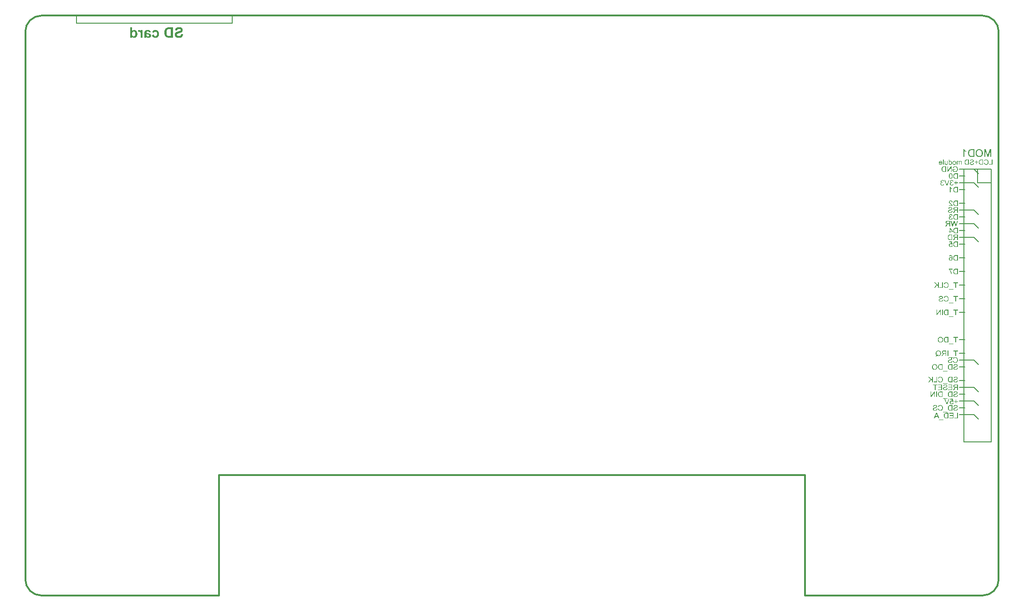
<source format=gbo>
G04 Layer_Color=32896*
%FSLAX44Y44*%
%MOMM*%
G71*
G01*
G75*
%ADD14C,0.2000*%
%ADD21C,0.3500*%
%ADD50C,0.1500*%
%ADD51C,0.2032*%
G36*
X1725815Y-611545D02*
X1717499D01*
Y-610636D01*
X1725815D01*
Y-611545D01*
D02*
G37*
G36*
X1702137Y-598308D02*
X1702506Y-598349D01*
X1702865Y-598418D01*
X1703205Y-598518D01*
X1703514Y-598628D01*
X1703804Y-598748D01*
X1704073Y-598877D01*
X1704313Y-599007D01*
X1704532Y-599147D01*
X1704722Y-599277D01*
X1704892Y-599397D01*
X1705022Y-599506D01*
X1705131Y-599606D01*
X1705211Y-599676D01*
X1705251Y-599716D01*
X1705271Y-599736D01*
X1705511Y-600015D01*
X1705720Y-600315D01*
X1705900Y-600634D01*
X1706060Y-600964D01*
X1706190Y-601293D01*
X1706309Y-601623D01*
X1706399Y-601952D01*
X1706469Y-602262D01*
X1706519Y-602561D01*
X1706569Y-602840D01*
X1706599Y-603080D01*
X1706619Y-603300D01*
X1706629Y-603390D01*
Y-603469D01*
Y-603549D01*
X1706639Y-603609D01*
Y-603659D01*
Y-603689D01*
Y-603709D01*
Y-603719D01*
X1706629Y-603968D01*
X1706609Y-604218D01*
X1706589Y-604458D01*
X1706549Y-604687D01*
X1706509Y-604907D01*
X1706459Y-605116D01*
X1706399Y-605316D01*
X1706349Y-605506D01*
X1706299Y-605665D01*
X1706239Y-605825D01*
X1706190Y-605955D01*
X1706150Y-606065D01*
X1706110Y-606155D01*
X1706080Y-606224D01*
X1706070Y-606264D01*
X1706060Y-606274D01*
X1705940Y-606494D01*
X1705820Y-606704D01*
X1705681Y-606903D01*
X1705541Y-607083D01*
X1705401Y-607253D01*
X1705251Y-607412D01*
X1705112Y-607552D01*
X1704972Y-607682D01*
X1704842Y-607792D01*
X1704722Y-607891D01*
X1704612Y-607981D01*
X1704523Y-608051D01*
X1704443Y-608111D01*
X1704383Y-608151D01*
X1704343Y-608171D01*
X1704333Y-608181D01*
X1704113Y-608301D01*
X1703894Y-608410D01*
X1703674Y-608500D01*
X1703444Y-608580D01*
X1703225Y-608650D01*
X1703015Y-608700D01*
X1702806Y-608750D01*
X1702616Y-608780D01*
X1702426Y-608810D01*
X1702267Y-608830D01*
X1702117Y-608850D01*
X1701987Y-608860D01*
X1701887Y-608870D01*
X1701747D01*
X1701498Y-608860D01*
X1701258Y-608840D01*
X1701019Y-608810D01*
X1700799Y-608770D01*
X1700580Y-608720D01*
X1700370Y-608670D01*
X1700180Y-608610D01*
X1700001Y-608550D01*
X1699841Y-608500D01*
X1699691Y-608441D01*
X1699571Y-608391D01*
X1699462Y-608341D01*
X1699372Y-608301D01*
X1699312Y-608271D01*
X1699272Y-608251D01*
X1699262Y-608241D01*
X1699052Y-608111D01*
X1698853Y-607981D01*
X1698663Y-607832D01*
X1698493Y-607682D01*
X1698334Y-607532D01*
X1698184Y-607372D01*
X1698054Y-607223D01*
X1697934Y-607073D01*
X1697825Y-606933D01*
X1697735Y-606803D01*
X1697655Y-606684D01*
X1697595Y-606584D01*
X1697545Y-606504D01*
X1697505Y-606434D01*
X1697485Y-606394D01*
X1697475Y-606384D01*
X1697365Y-606155D01*
X1697265Y-605915D01*
X1697186Y-605675D01*
X1697116Y-605426D01*
X1697046Y-605196D01*
X1696996Y-604967D01*
X1696956Y-604737D01*
X1696926Y-604527D01*
X1696896Y-604338D01*
X1696876Y-604158D01*
X1696866Y-603998D01*
X1696856Y-603859D01*
X1696846Y-603749D01*
Y-603669D01*
Y-603619D01*
Y-603599D01*
X1696856Y-603320D01*
X1696876Y-603040D01*
X1696906Y-602781D01*
X1696936Y-602531D01*
X1696986Y-602291D01*
X1697036Y-602062D01*
X1697086Y-601852D01*
X1697146Y-601663D01*
X1697206Y-601483D01*
X1697256Y-601323D01*
X1697305Y-601193D01*
X1697355Y-601074D01*
X1697385Y-600984D01*
X1697415Y-600914D01*
X1697435Y-600874D01*
X1697445Y-600864D01*
X1697565Y-600644D01*
X1697695Y-600435D01*
X1697825Y-600235D01*
X1697964Y-600055D01*
X1698114Y-599886D01*
X1698254Y-599726D01*
X1698403Y-599586D01*
X1698533Y-599456D01*
X1698673Y-599347D01*
X1698793Y-599247D01*
X1698902Y-599157D01*
X1698992Y-599087D01*
X1699072Y-599037D01*
X1699132Y-598997D01*
X1699172Y-598977D01*
X1699182Y-598967D01*
X1699402Y-598848D01*
X1699621Y-598748D01*
X1699841Y-598648D01*
X1700060Y-598578D01*
X1700280Y-598508D01*
X1700490Y-598458D01*
X1700689Y-598408D01*
X1700889Y-598368D01*
X1701069Y-598349D01*
X1701228Y-598329D01*
X1701378Y-598308D01*
X1701498Y-598298D01*
X1701598Y-598289D01*
X1701738D01*
X1702137Y-598308D01*
D02*
G37*
G36*
X1716311Y-634100D02*
X1714954D01*
Y-623868D01*
X1716311D01*
Y-634100D01*
D02*
G37*
G36*
X1734000Y-625076D02*
X1730626D01*
Y-634100D01*
X1729268D01*
Y-625076D01*
X1725884D01*
Y-623868D01*
X1734000D01*
Y-625076D01*
D02*
G37*
G36*
X1725815Y-560745D02*
X1717499D01*
Y-559837D01*
X1725815D01*
Y-560745D01*
D02*
G37*
G36*
X1705990Y-557900D02*
X1704632D01*
Y-547668D01*
X1705990D01*
Y-557900D01*
D02*
G37*
G36*
X1716551Y-608700D02*
X1712858D01*
X1712518Y-608690D01*
X1712209Y-608670D01*
X1711929Y-608650D01*
X1711810Y-608630D01*
X1711690Y-608610D01*
X1711590Y-608600D01*
X1711490Y-608580D01*
X1711410Y-608570D01*
X1711350Y-608560D01*
X1711290Y-608550D01*
X1711250Y-608540D01*
X1711231Y-608530D01*
X1711221D01*
X1710961Y-608460D01*
X1710721Y-608381D01*
X1710512Y-608291D01*
X1710332Y-608211D01*
X1710192Y-608141D01*
X1710132Y-608101D01*
X1710083Y-608081D01*
X1710043Y-608051D01*
X1710013Y-608031D01*
X1710003Y-608021D01*
X1709993D01*
X1709803Y-607882D01*
X1709633Y-607732D01*
X1709474Y-607582D01*
X1709334Y-607432D01*
X1709224Y-607293D01*
X1709134Y-607193D01*
X1709104Y-607153D01*
X1709084Y-607123D01*
X1709064Y-607103D01*
Y-607093D01*
X1708915Y-606863D01*
X1708775Y-606614D01*
X1708655Y-606364D01*
X1708555Y-606125D01*
X1708515Y-606025D01*
X1708475Y-605925D01*
X1708445Y-605835D01*
X1708416Y-605755D01*
X1708396Y-605695D01*
X1708376Y-605645D01*
X1708366Y-605616D01*
Y-605606D01*
X1708276Y-605256D01*
X1708206Y-604897D01*
X1708156Y-604547D01*
X1708136Y-604388D01*
X1708116Y-604228D01*
X1708106Y-604078D01*
X1708096Y-603949D01*
Y-603829D01*
X1708086Y-603729D01*
Y-603639D01*
Y-603579D01*
Y-603539D01*
Y-603529D01*
X1708106Y-603030D01*
X1708126Y-602800D01*
X1708146Y-602571D01*
X1708176Y-602361D01*
X1708216Y-602162D01*
X1708256Y-601972D01*
X1708286Y-601802D01*
X1708326Y-601653D01*
X1708366Y-601513D01*
X1708396Y-601393D01*
X1708436Y-601293D01*
X1708456Y-601213D01*
X1708475Y-601153D01*
X1708495Y-601114D01*
Y-601104D01*
X1708665Y-600724D01*
X1708755Y-600545D01*
X1708855Y-600375D01*
X1708955Y-600225D01*
X1709054Y-600085D01*
X1709154Y-599946D01*
X1709244Y-599826D01*
X1709344Y-599726D01*
X1709424Y-599626D01*
X1709504Y-599546D01*
X1709574Y-599476D01*
X1709623Y-599426D01*
X1709663Y-599387D01*
X1709693Y-599367D01*
X1709703Y-599357D01*
X1709943Y-599167D01*
X1710202Y-599017D01*
X1710452Y-598887D01*
X1710692Y-598788D01*
X1710801Y-598748D01*
X1710901Y-598708D01*
X1710981Y-598678D01*
X1711061Y-598658D01*
X1711121Y-598638D01*
X1711171Y-598628D01*
X1711201Y-598618D01*
X1711211D01*
X1711330Y-598588D01*
X1711470Y-598568D01*
X1711760Y-598528D01*
X1712059Y-598508D01*
X1712359Y-598488D01*
X1712488Y-598478D01*
X1712618D01*
X1712728Y-598468D01*
X1716551D01*
Y-608700D01*
D02*
G37*
G36*
X1734000Y-599676D02*
X1730626D01*
Y-608700D01*
X1729268D01*
Y-599676D01*
X1725884D01*
Y-598468D01*
X1734000D01*
Y-599676D01*
D02*
G37*
G36*
X1705750Y-659500D02*
X1702057D01*
X1701718Y-659490D01*
X1701408Y-659470D01*
X1701129Y-659450D01*
X1701009Y-659430D01*
X1700889Y-659410D01*
X1700789Y-659400D01*
X1700689Y-659380D01*
X1700609Y-659370D01*
X1700550Y-659360D01*
X1700490Y-659350D01*
X1700450Y-659340D01*
X1700430Y-659330D01*
X1700420D01*
X1700160Y-659260D01*
X1699921Y-659181D01*
X1699711Y-659091D01*
X1699531Y-659011D01*
X1699392Y-658941D01*
X1699332Y-658901D01*
X1699282Y-658881D01*
X1699242Y-658851D01*
X1699212Y-658831D01*
X1699202Y-658821D01*
X1699192D01*
X1699002Y-658681D01*
X1698833Y-658532D01*
X1698673Y-658382D01*
X1698533Y-658232D01*
X1698423Y-658092D01*
X1698334Y-657993D01*
X1698304Y-657953D01*
X1698284Y-657923D01*
X1698264Y-657903D01*
Y-657893D01*
X1698114Y-657663D01*
X1697974Y-657414D01*
X1697854Y-657164D01*
X1697755Y-656925D01*
X1697715Y-656825D01*
X1697675Y-656725D01*
X1697645Y-656635D01*
X1697615Y-656555D01*
X1697595Y-656495D01*
X1697575Y-656445D01*
X1697565Y-656415D01*
Y-656405D01*
X1697475Y-656056D01*
X1697405Y-655697D01*
X1697355Y-655347D01*
X1697335Y-655188D01*
X1697315Y-655028D01*
X1697305Y-654878D01*
X1697295Y-654749D01*
Y-654629D01*
X1697285Y-654529D01*
Y-654439D01*
Y-654379D01*
Y-654339D01*
Y-654329D01*
X1697305Y-653830D01*
X1697325Y-653600D01*
X1697345Y-653371D01*
X1697375Y-653161D01*
X1697415Y-652962D01*
X1697455Y-652772D01*
X1697485Y-652602D01*
X1697525Y-652453D01*
X1697565Y-652313D01*
X1697595Y-652193D01*
X1697635Y-652093D01*
X1697655Y-652013D01*
X1697675Y-651954D01*
X1697695Y-651914D01*
Y-651904D01*
X1697864Y-651524D01*
X1697954Y-651345D01*
X1698054Y-651175D01*
X1698154Y-651025D01*
X1698254Y-650885D01*
X1698353Y-650746D01*
X1698443Y-650626D01*
X1698543Y-650526D01*
X1698623Y-650426D01*
X1698703Y-650346D01*
X1698773Y-650276D01*
X1698823Y-650227D01*
X1698863Y-650187D01*
X1698893Y-650167D01*
X1698902Y-650157D01*
X1699142Y-649967D01*
X1699402Y-649817D01*
X1699651Y-649688D01*
X1699891Y-649588D01*
X1700001Y-649548D01*
X1700100Y-649508D01*
X1700180Y-649478D01*
X1700260Y-649458D01*
X1700320Y-649438D01*
X1700370Y-649428D01*
X1700400Y-649418D01*
X1700410D01*
X1700530Y-649388D01*
X1700669Y-649368D01*
X1700959Y-649328D01*
X1701258Y-649308D01*
X1701558Y-649288D01*
X1701688Y-649278D01*
X1701817D01*
X1701927Y-649268D01*
X1705750D01*
Y-659500D01*
D02*
G37*
G36*
X1724018D02*
X1720324D01*
X1719985Y-659490D01*
X1719675Y-659470D01*
X1719396Y-659450D01*
X1719276Y-659430D01*
X1719156Y-659410D01*
X1719057Y-659400D01*
X1718957Y-659380D01*
X1718877Y-659370D01*
X1718817Y-659360D01*
X1718757Y-659350D01*
X1718717Y-659340D01*
X1718697Y-659330D01*
X1718687D01*
X1718428Y-659260D01*
X1718188Y-659181D01*
X1717979Y-659091D01*
X1717799Y-659011D01*
X1717659Y-658941D01*
X1717599Y-658901D01*
X1717549Y-658881D01*
X1717509Y-658851D01*
X1717479Y-658831D01*
X1717469Y-658821D01*
X1717460D01*
X1717270Y-658681D01*
X1717100Y-658532D01*
X1716940Y-658382D01*
X1716801Y-658232D01*
X1716691Y-658092D01*
X1716601Y-657993D01*
X1716571Y-657953D01*
X1716551Y-657923D01*
X1716531Y-657903D01*
Y-657893D01*
X1716381Y-657663D01*
X1716242Y-657414D01*
X1716122Y-657164D01*
X1716022Y-656925D01*
X1715982Y-656825D01*
X1715942Y-656725D01*
X1715912Y-656635D01*
X1715882Y-656555D01*
X1715862Y-656495D01*
X1715842Y-656445D01*
X1715832Y-656415D01*
Y-656405D01*
X1715742Y-656056D01*
X1715673Y-655697D01*
X1715623Y-655347D01*
X1715603Y-655188D01*
X1715583Y-655028D01*
X1715573Y-654878D01*
X1715563Y-654749D01*
Y-654629D01*
X1715553Y-654529D01*
Y-654439D01*
Y-654379D01*
Y-654339D01*
Y-654329D01*
X1715573Y-653830D01*
X1715593Y-653600D01*
X1715613Y-653371D01*
X1715643Y-653161D01*
X1715683Y-652962D01*
X1715723Y-652772D01*
X1715753Y-652602D01*
X1715792Y-652453D01*
X1715832Y-652313D01*
X1715862Y-652193D01*
X1715902Y-652093D01*
X1715922Y-652013D01*
X1715942Y-651954D01*
X1715962Y-651914D01*
Y-651904D01*
X1716132Y-651524D01*
X1716222Y-651345D01*
X1716322Y-651175D01*
X1716421Y-651025D01*
X1716521Y-650885D01*
X1716621Y-650746D01*
X1716711Y-650626D01*
X1716811Y-650526D01*
X1716891Y-650426D01*
X1716970Y-650346D01*
X1717040Y-650276D01*
X1717090Y-650227D01*
X1717130Y-650187D01*
X1717160Y-650167D01*
X1717170Y-650157D01*
X1717410Y-649967D01*
X1717669Y-649817D01*
X1717919Y-649688D01*
X1718158Y-649588D01*
X1718268Y-649548D01*
X1718368Y-649508D01*
X1718448Y-649478D01*
X1718528Y-649458D01*
X1718587Y-649438D01*
X1718637Y-649428D01*
X1718667Y-649418D01*
X1718677D01*
X1718797Y-649388D01*
X1718937Y-649368D01*
X1719226Y-649328D01*
X1719526Y-649308D01*
X1719825Y-649288D01*
X1719955Y-649278D01*
X1720085D01*
X1720195Y-649268D01*
X1724018D01*
Y-659500D01*
D02*
G37*
G36*
X1691336Y-649109D02*
X1691705Y-649148D01*
X1692065Y-649218D01*
X1692404Y-649318D01*
X1692714Y-649428D01*
X1693003Y-649548D01*
X1693273Y-649678D01*
X1693512Y-649807D01*
X1693732Y-649947D01*
X1693921Y-650077D01*
X1694091Y-650197D01*
X1694221Y-650306D01*
X1694331Y-650406D01*
X1694411Y-650476D01*
X1694451Y-650516D01*
X1694470Y-650536D01*
X1694710Y-650816D01*
X1694920Y-651115D01*
X1695099Y-651434D01*
X1695259Y-651764D01*
X1695389Y-652093D01*
X1695509Y-652423D01*
X1695598Y-652752D01*
X1695668Y-653062D01*
X1695718Y-653361D01*
X1695768Y-653641D01*
X1695798Y-653880D01*
X1695818Y-654100D01*
X1695828Y-654190D01*
Y-654269D01*
Y-654349D01*
X1695838Y-654409D01*
Y-654459D01*
Y-654489D01*
Y-654509D01*
Y-654519D01*
X1695828Y-654768D01*
X1695808Y-655018D01*
X1695788Y-655258D01*
X1695748Y-655487D01*
X1695708Y-655707D01*
X1695658Y-655916D01*
X1695598Y-656116D01*
X1695549Y-656306D01*
X1695499Y-656465D01*
X1695439Y-656625D01*
X1695389Y-656755D01*
X1695349Y-656865D01*
X1695309Y-656954D01*
X1695279Y-657024D01*
X1695269Y-657064D01*
X1695259Y-657074D01*
X1695139Y-657294D01*
X1695020Y-657504D01*
X1694880Y-657703D01*
X1694740Y-657883D01*
X1694600Y-658053D01*
X1694451Y-658212D01*
X1694311Y-658352D01*
X1694171Y-658482D01*
X1694041Y-658592D01*
X1693921Y-658691D01*
X1693812Y-658781D01*
X1693722Y-658851D01*
X1693642Y-658911D01*
X1693582Y-658951D01*
X1693542Y-658971D01*
X1693532Y-658981D01*
X1693313Y-659101D01*
X1693093Y-659211D01*
X1692873Y-659300D01*
X1692644Y-659380D01*
X1692424Y-659450D01*
X1692215Y-659500D01*
X1692005Y-659550D01*
X1691815Y-659580D01*
X1691626Y-659610D01*
X1691466Y-659630D01*
X1691316Y-659650D01*
X1691186Y-659660D01*
X1691086Y-659670D01*
X1690947D01*
X1690697Y-659660D01*
X1690458Y-659640D01*
X1690218Y-659610D01*
X1689998Y-659570D01*
X1689779Y-659520D01*
X1689569Y-659470D01*
X1689379Y-659410D01*
X1689200Y-659350D01*
X1689040Y-659300D01*
X1688890Y-659240D01*
X1688771Y-659191D01*
X1688661Y-659141D01*
X1688571Y-659101D01*
X1688511Y-659071D01*
X1688471Y-659051D01*
X1688461Y-659041D01*
X1688251Y-658911D01*
X1688052Y-658781D01*
X1687862Y-658632D01*
X1687693Y-658482D01*
X1687533Y-658332D01*
X1687383Y-658172D01*
X1687253Y-658023D01*
X1687133Y-657873D01*
X1687024Y-657733D01*
X1686934Y-657603D01*
X1686854Y-657484D01*
X1686794Y-657384D01*
X1686744Y-657304D01*
X1686704Y-657234D01*
X1686684Y-657194D01*
X1686674Y-657184D01*
X1686564Y-656954D01*
X1686465Y-656715D01*
X1686385Y-656475D01*
X1686315Y-656226D01*
X1686245Y-655996D01*
X1686195Y-655767D01*
X1686155Y-655537D01*
X1686125Y-655327D01*
X1686095Y-655138D01*
X1686075Y-654958D01*
X1686065Y-654798D01*
X1686055Y-654659D01*
X1686046Y-654549D01*
Y-654469D01*
Y-654419D01*
Y-654399D01*
X1686055Y-654120D01*
X1686075Y-653840D01*
X1686105Y-653581D01*
X1686135Y-653331D01*
X1686185Y-653091D01*
X1686235Y-652862D01*
X1686285Y-652652D01*
X1686345Y-652463D01*
X1686405Y-652283D01*
X1686455Y-652123D01*
X1686505Y-651993D01*
X1686555Y-651874D01*
X1686584Y-651784D01*
X1686615Y-651714D01*
X1686634Y-651674D01*
X1686644Y-651664D01*
X1686764Y-651444D01*
X1686894Y-651235D01*
X1687024Y-651035D01*
X1687164Y-650855D01*
X1687313Y-650686D01*
X1687453Y-650526D01*
X1687603Y-650386D01*
X1687733Y-650257D01*
X1687872Y-650147D01*
X1687992Y-650047D01*
X1688102Y-649957D01*
X1688192Y-649887D01*
X1688271Y-649837D01*
X1688331Y-649797D01*
X1688371Y-649777D01*
X1688381Y-649767D01*
X1688601Y-649648D01*
X1688820Y-649548D01*
X1689040Y-649448D01*
X1689260Y-649378D01*
X1689479Y-649308D01*
X1689689Y-649258D01*
X1689889Y-649208D01*
X1690088Y-649168D01*
X1690268Y-649148D01*
X1690428Y-649128D01*
X1690577Y-649109D01*
X1690697Y-649099D01*
X1690797Y-649089D01*
X1690937D01*
X1691336Y-649109D01*
D02*
G37*
G36*
X1730406Y-649099D02*
X1730756Y-649138D01*
X1730916Y-649168D01*
X1731075Y-649198D01*
X1731215Y-649228D01*
X1731355Y-649258D01*
X1731474Y-649298D01*
X1731584Y-649328D01*
X1731674Y-649358D01*
X1731754Y-649378D01*
X1731814Y-649408D01*
X1731864Y-649418D01*
X1731894Y-649438D01*
X1731904D01*
X1732203Y-649578D01*
X1732453Y-649747D01*
X1732672Y-649917D01*
X1732852Y-650087D01*
X1733002Y-650237D01*
X1733052Y-650296D01*
X1733102Y-650356D01*
X1733132Y-650396D01*
X1733161Y-650436D01*
X1733171Y-650456D01*
X1733181Y-650466D01*
X1733261Y-650596D01*
X1733321Y-650726D01*
X1733431Y-650975D01*
X1733511Y-651225D01*
X1733561Y-651444D01*
X1733581Y-651544D01*
X1733601Y-651634D01*
X1733611Y-651714D01*
Y-651784D01*
X1733621Y-651834D01*
Y-651884D01*
Y-651904D01*
Y-651914D01*
X1733601Y-652173D01*
X1733561Y-652413D01*
X1733511Y-652632D01*
X1733441Y-652822D01*
X1733371Y-652972D01*
X1733341Y-653042D01*
X1733321Y-653091D01*
X1733291Y-653131D01*
X1733281Y-653161D01*
X1733261Y-653181D01*
Y-653191D01*
X1733112Y-653391D01*
X1732942Y-653581D01*
X1732762Y-653740D01*
X1732583Y-653880D01*
X1732423Y-654000D01*
X1732353Y-654040D01*
X1732293Y-654080D01*
X1732243Y-654110D01*
X1732203Y-654130D01*
X1732183Y-654149D01*
X1732173D01*
X1732053Y-654209D01*
X1731924Y-654259D01*
X1731784Y-654319D01*
X1731624Y-654379D01*
X1731295Y-654479D01*
X1730975Y-654579D01*
X1730816Y-654629D01*
X1730676Y-654669D01*
X1730536Y-654699D01*
X1730426Y-654728D01*
X1730327Y-654759D01*
X1730257Y-654768D01*
X1730217Y-654788D01*
X1730197D01*
X1729947Y-654848D01*
X1729718Y-654908D01*
X1729508Y-654958D01*
X1729318Y-655008D01*
X1729149Y-655048D01*
X1728999Y-655088D01*
X1728869Y-655128D01*
X1728759Y-655158D01*
X1728660Y-655188D01*
X1728580Y-655218D01*
X1728520Y-655238D01*
X1728470Y-655258D01*
X1728430Y-655267D01*
X1728400Y-655277D01*
X1728380Y-655287D01*
X1728150Y-655377D01*
X1727961Y-655477D01*
X1727801Y-655577D01*
X1727671Y-655677D01*
X1727571Y-655757D01*
X1727502Y-655827D01*
X1727462Y-655866D01*
X1727452Y-655886D01*
X1727362Y-656026D01*
X1727292Y-656166D01*
X1727242Y-656306D01*
X1727202Y-656435D01*
X1727182Y-656555D01*
X1727172Y-656645D01*
Y-656705D01*
Y-656715D01*
Y-656725D01*
X1727182Y-656905D01*
X1727212Y-657064D01*
X1727262Y-657214D01*
X1727312Y-657344D01*
X1727372Y-657454D01*
X1727412Y-657533D01*
X1727452Y-657583D01*
X1727462Y-657603D01*
X1727581Y-657743D01*
X1727721Y-657873D01*
X1727871Y-657973D01*
X1728011Y-658063D01*
X1728140Y-658142D01*
X1728250Y-658192D01*
X1728290Y-658212D01*
X1728320Y-658222D01*
X1728340Y-658232D01*
X1728350D01*
X1728580Y-658312D01*
X1728809Y-658362D01*
X1729039Y-658402D01*
X1729248Y-658432D01*
X1729428Y-658452D01*
X1729508D01*
X1729578Y-658462D01*
X1729708D01*
X1730027Y-658452D01*
X1730327Y-658412D01*
X1730596Y-658362D01*
X1730716Y-658342D01*
X1730826Y-658312D01*
X1730925Y-658282D01*
X1731015Y-658252D01*
X1731095Y-658232D01*
X1731165Y-658212D01*
X1731215Y-658192D01*
X1731255Y-658172D01*
X1731275Y-658162D01*
X1731285D01*
X1731524Y-658043D01*
X1731734Y-657903D01*
X1731914Y-657773D01*
X1732053Y-657643D01*
X1732163Y-657533D01*
X1732243Y-657444D01*
X1732283Y-657384D01*
X1732303Y-657374D01*
Y-657364D01*
X1732413Y-657164D01*
X1732503Y-656954D01*
X1732583Y-656745D01*
X1732632Y-656545D01*
X1732672Y-656366D01*
X1732692Y-656296D01*
X1732702Y-656226D01*
X1732712Y-656166D01*
X1732722Y-656126D01*
Y-656106D01*
Y-656096D01*
X1734000Y-656206D01*
X1733990Y-656395D01*
X1733970Y-656575D01*
X1733910Y-656925D01*
X1733860Y-657094D01*
X1733820Y-657244D01*
X1733770Y-657384D01*
X1733721Y-657514D01*
X1733671Y-657633D01*
X1733621Y-657743D01*
X1733571Y-657833D01*
X1733531Y-657913D01*
X1733501Y-657973D01*
X1733471Y-658013D01*
X1733461Y-658043D01*
X1733451Y-658053D01*
X1733231Y-658332D01*
X1732992Y-658582D01*
X1732742Y-658791D01*
X1732513Y-658961D01*
X1732403Y-659041D01*
X1732303Y-659101D01*
X1732203Y-659151D01*
X1732123Y-659191D01*
X1732063Y-659230D01*
X1732014Y-659250D01*
X1731984Y-659260D01*
X1731974Y-659270D01*
X1731794Y-659340D01*
X1731604Y-659400D01*
X1731215Y-659500D01*
X1730826Y-659570D01*
X1730636Y-659600D01*
X1730456Y-659620D01*
X1730287Y-659640D01*
X1730137Y-659650D01*
X1729997Y-659660D01*
X1729877D01*
X1729778Y-659670D01*
X1729648D01*
X1729248Y-659650D01*
X1728879Y-659610D01*
X1728709Y-659580D01*
X1728540Y-659540D01*
X1728390Y-659510D01*
X1728250Y-659470D01*
X1728130Y-659430D01*
X1728011Y-659400D01*
X1727921Y-659360D01*
X1727831Y-659330D01*
X1727771Y-659310D01*
X1727721Y-659290D01*
X1727691Y-659270D01*
X1727681D01*
X1727372Y-659111D01*
X1727102Y-658931D01*
X1726983Y-658831D01*
X1726873Y-658741D01*
X1726773Y-658652D01*
X1726673Y-658562D01*
X1726593Y-658482D01*
X1726523Y-658402D01*
X1726473Y-658332D01*
X1726423Y-658272D01*
X1726384Y-658222D01*
X1726354Y-658182D01*
X1726344Y-658162D01*
X1726334Y-658152D01*
X1726254Y-658013D01*
X1726174Y-657883D01*
X1726064Y-657613D01*
X1725974Y-657354D01*
X1725924Y-657114D01*
X1725904Y-657004D01*
X1725884Y-656915D01*
X1725874Y-656825D01*
Y-656755D01*
X1725865Y-656695D01*
Y-656655D01*
Y-656625D01*
Y-656615D01*
Y-656465D01*
X1725884Y-656316D01*
X1725934Y-656036D01*
X1726004Y-655787D01*
X1726074Y-655577D01*
X1726114Y-655487D01*
X1726154Y-655397D01*
X1726194Y-655327D01*
X1726224Y-655267D01*
X1726254Y-655218D01*
X1726274Y-655188D01*
X1726284Y-655168D01*
X1726294Y-655158D01*
X1726384Y-655038D01*
X1726473Y-654928D01*
X1726683Y-654728D01*
X1726903Y-654549D01*
X1727112Y-654399D01*
X1727312Y-654279D01*
X1727392Y-654229D01*
X1727462Y-654190D01*
X1727522Y-654159D01*
X1727571Y-654140D01*
X1727601Y-654120D01*
X1727611D01*
X1727741Y-654070D01*
X1727891Y-654010D01*
X1728051Y-653960D01*
X1728230Y-653900D01*
X1728600Y-653790D01*
X1728979Y-653690D01*
X1729159Y-653641D01*
X1729328Y-653600D01*
X1729488Y-653561D01*
X1729618Y-653531D01*
X1729728Y-653511D01*
X1729817Y-653491D01*
X1729867Y-653471D01*
X1729887D01*
X1730177Y-653401D01*
X1730446Y-653331D01*
X1730686Y-653261D01*
X1730896Y-653191D01*
X1731085Y-653131D01*
X1731255Y-653072D01*
X1731395Y-653012D01*
X1731524Y-652962D01*
X1731624Y-652912D01*
X1731714Y-652862D01*
X1731784Y-652822D01*
X1731834Y-652792D01*
X1731874Y-652772D01*
X1731904Y-652752D01*
X1731914Y-652732D01*
X1731924D01*
X1732053Y-652592D01*
X1732153Y-652443D01*
X1732213Y-652293D01*
X1732263Y-652143D01*
X1732293Y-652023D01*
X1732303Y-651914D01*
X1732313Y-651874D01*
Y-651844D01*
Y-651834D01*
Y-651824D01*
X1732303Y-651704D01*
X1732293Y-651594D01*
X1732223Y-651395D01*
X1732133Y-651205D01*
X1732034Y-651045D01*
X1731934Y-650925D01*
X1731844Y-650826D01*
X1731774Y-650766D01*
X1731764Y-650746D01*
X1731754D01*
X1731644Y-650666D01*
X1731514Y-650596D01*
X1731385Y-650536D01*
X1731235Y-650476D01*
X1730945Y-650396D01*
X1730646Y-650346D01*
X1730516Y-650326D01*
X1730386Y-650306D01*
X1730267Y-650296D01*
X1730167D01*
X1730087Y-650286D01*
X1729967D01*
X1729758Y-650296D01*
X1729548Y-650306D01*
X1729368Y-650336D01*
X1729189Y-650366D01*
X1729029Y-650406D01*
X1728889Y-650446D01*
X1728759Y-650486D01*
X1728640Y-650536D01*
X1728530Y-650586D01*
X1728440Y-650626D01*
X1728360Y-650666D01*
X1728300Y-650706D01*
X1728250Y-650736D01*
X1728220Y-650766D01*
X1728200Y-650776D01*
X1728190Y-650786D01*
X1728080Y-650885D01*
X1727981Y-650995D01*
X1727901Y-651105D01*
X1727821Y-651225D01*
X1727691Y-651464D01*
X1727601Y-651704D01*
X1727571Y-651814D01*
X1727542Y-651914D01*
X1727511Y-652003D01*
X1727502Y-652083D01*
X1727482Y-652153D01*
Y-652203D01*
X1727472Y-652233D01*
Y-652243D01*
X1726174Y-652143D01*
X1726184Y-651973D01*
X1726204Y-651814D01*
X1726274Y-651514D01*
X1726354Y-651235D01*
X1726393Y-651115D01*
X1726443Y-651005D01*
X1726493Y-650895D01*
X1726533Y-650806D01*
X1726573Y-650726D01*
X1726613Y-650656D01*
X1726643Y-650606D01*
X1726663Y-650566D01*
X1726673Y-650546D01*
X1726683Y-650536D01*
X1726873Y-650286D01*
X1727092Y-650067D01*
X1727312Y-649887D01*
X1727531Y-649727D01*
X1727721Y-649608D01*
X1727801Y-649568D01*
X1727881Y-649528D01*
X1727941Y-649498D01*
X1727981Y-649478D01*
X1728011Y-649458D01*
X1728021D01*
X1728360Y-649338D01*
X1728699Y-649248D01*
X1729039Y-649178D01*
X1729198Y-649158D01*
X1729348Y-649138D01*
X1729488Y-649118D01*
X1729618Y-649109D01*
X1729738Y-649099D01*
X1729837D01*
X1729917Y-649089D01*
X1730027D01*
X1730406Y-649099D01*
D02*
G37*
G36*
X1698104Y-623699D02*
X1698353Y-623718D01*
X1698593Y-623749D01*
X1698833Y-623788D01*
X1699052Y-623838D01*
X1699262Y-623898D01*
X1699452Y-623948D01*
X1699631Y-624008D01*
X1699801Y-624078D01*
X1699951Y-624128D01*
X1700070Y-624188D01*
X1700180Y-624238D01*
X1700270Y-624277D01*
X1700330Y-624308D01*
X1700370Y-624327D01*
X1700380Y-624337D01*
X1700589Y-624467D01*
X1700779Y-624607D01*
X1700959Y-624757D01*
X1701129Y-624906D01*
X1701288Y-625066D01*
X1701428Y-625226D01*
X1701558Y-625376D01*
X1701678Y-625525D01*
X1701777Y-625675D01*
X1701867Y-625805D01*
X1701947Y-625925D01*
X1702017Y-626024D01*
X1702067Y-626114D01*
X1702097Y-626174D01*
X1702117Y-626224D01*
X1702127Y-626234D01*
X1702237Y-626474D01*
X1702326Y-626703D01*
X1702406Y-626943D01*
X1702476Y-627182D01*
X1702536Y-627422D01*
X1702586Y-627651D01*
X1702626Y-627871D01*
X1702656Y-628071D01*
X1702686Y-628270D01*
X1702706Y-628440D01*
X1702716Y-628600D01*
X1702726Y-628730D01*
X1702736Y-628839D01*
Y-628919D01*
Y-628969D01*
Y-628989D01*
X1702726Y-629269D01*
X1702706Y-629538D01*
X1702676Y-629808D01*
X1702636Y-630057D01*
X1702596Y-630297D01*
X1702546Y-630516D01*
X1702486Y-630736D01*
X1702426Y-630926D01*
X1702376Y-631105D01*
X1702316Y-631255D01*
X1702267Y-631395D01*
X1702217Y-631515D01*
X1702187Y-631604D01*
X1702157Y-631664D01*
X1702137Y-631714D01*
X1702127Y-631724D01*
X1702007Y-631944D01*
X1701877Y-632154D01*
X1701738Y-632343D01*
X1701598Y-632523D01*
X1701458Y-632692D01*
X1701308Y-632852D01*
X1701169Y-632992D01*
X1701029Y-633112D01*
X1700899Y-633232D01*
X1700779Y-633321D01*
X1700669Y-633411D01*
X1700580Y-633481D01*
X1700500Y-633531D01*
X1700440Y-633571D01*
X1700400Y-633591D01*
X1700390Y-633601D01*
X1700180Y-633721D01*
X1699961Y-633820D01*
X1699741Y-633910D01*
X1699521Y-633990D01*
X1699302Y-634050D01*
X1699102Y-634110D01*
X1698902Y-634150D01*
X1698713Y-634190D01*
X1698533Y-634210D01*
X1698374Y-634230D01*
X1698234Y-634250D01*
X1698104Y-634260D01*
X1698014Y-634270D01*
X1697874D01*
X1697615Y-634260D01*
X1697375Y-634240D01*
X1697126Y-634210D01*
X1696896Y-634170D01*
X1696676Y-634120D01*
X1696477Y-634070D01*
X1696277Y-634010D01*
X1696098Y-633950D01*
X1695938Y-633900D01*
X1695788Y-633840D01*
X1695668Y-633791D01*
X1695558Y-633741D01*
X1695469Y-633701D01*
X1695409Y-633671D01*
X1695369Y-633651D01*
X1695359Y-633641D01*
X1695149Y-633791D01*
X1694950Y-633940D01*
X1694750Y-634070D01*
X1694550Y-634190D01*
X1694361Y-634310D01*
X1694181Y-634409D01*
X1694011Y-634499D01*
X1693852Y-634579D01*
X1693702Y-634659D01*
X1693572Y-634719D01*
X1693452Y-634769D01*
X1693352Y-634809D01*
X1693273Y-634849D01*
X1693213Y-634869D01*
X1693173Y-634879D01*
X1693163Y-634889D01*
X1692753Y-633950D01*
X1693053Y-633820D01*
X1693362Y-633671D01*
X1693652Y-633521D01*
X1693921Y-633361D01*
X1694051Y-633291D01*
X1694161Y-633222D01*
X1694251Y-633162D01*
X1694341Y-633112D01*
X1694411Y-633062D01*
X1694460Y-633032D01*
X1694490Y-633012D01*
X1694500Y-633002D01*
X1694231Y-632713D01*
X1693991Y-632413D01*
X1693792Y-632123D01*
X1693632Y-631854D01*
X1693562Y-631724D01*
X1693502Y-631614D01*
X1693452Y-631515D01*
X1693412Y-631425D01*
X1693382Y-631355D01*
X1693362Y-631295D01*
X1693342Y-631265D01*
Y-631255D01*
X1693213Y-630866D01*
X1693113Y-630476D01*
X1693043Y-630087D01*
X1693023Y-629907D01*
X1693003Y-629738D01*
X1692983Y-629578D01*
X1692973Y-629428D01*
X1692963Y-629309D01*
Y-629189D01*
X1692953Y-629099D01*
Y-629039D01*
Y-628989D01*
Y-628979D01*
X1692963Y-628700D01*
X1692983Y-628430D01*
X1693013Y-628161D01*
X1693043Y-627911D01*
X1693093Y-627672D01*
X1693143Y-627452D01*
X1693193Y-627242D01*
X1693253Y-627043D01*
X1693313Y-626873D01*
X1693362Y-626713D01*
X1693412Y-626583D01*
X1693462Y-626464D01*
X1693492Y-626374D01*
X1693522Y-626304D01*
X1693542Y-626264D01*
X1693552Y-626254D01*
X1693672Y-626034D01*
X1693802Y-625825D01*
X1693931Y-625625D01*
X1694071Y-625445D01*
X1694221Y-625276D01*
X1694361Y-625126D01*
X1694510Y-624976D01*
X1694640Y-624856D01*
X1694780Y-624737D01*
X1694900Y-624647D01*
X1695009Y-624557D01*
X1695099Y-624487D01*
X1695179Y-624437D01*
X1695239Y-624397D01*
X1695279Y-624377D01*
X1695289Y-624367D01*
X1695509Y-624248D01*
X1695728Y-624148D01*
X1695948Y-624048D01*
X1696167Y-623978D01*
X1696387Y-623908D01*
X1696597Y-623858D01*
X1696796Y-623808D01*
X1696996Y-623768D01*
X1697176Y-623749D01*
X1697335Y-623728D01*
X1697485Y-623708D01*
X1697605Y-623699D01*
X1697705Y-623689D01*
X1697844D01*
X1698104Y-623699D01*
D02*
G37*
G36*
X1712548Y-634100D02*
X1711191D01*
Y-629558D01*
X1709444D01*
X1709284Y-629568D01*
X1709154Y-629578D01*
X1709054D01*
X1708975Y-629588D01*
X1708915Y-629598D01*
X1708885Y-629608D01*
X1708875D01*
X1708755Y-629638D01*
X1708645Y-629688D01*
X1708545Y-629728D01*
X1708456Y-629778D01*
X1708376Y-629818D01*
X1708316Y-629858D01*
X1708276Y-629878D01*
X1708266Y-629888D01*
X1708146Y-629967D01*
X1708026Y-630077D01*
X1707917Y-630187D01*
X1707807Y-630297D01*
X1707717Y-630397D01*
X1707637Y-630486D01*
X1707597Y-630546D01*
X1707577Y-630556D01*
Y-630566D01*
X1707497Y-630666D01*
X1707427Y-630766D01*
X1707258Y-630995D01*
X1707098Y-631225D01*
X1706938Y-631455D01*
X1706808Y-631654D01*
X1706749Y-631744D01*
X1706699Y-631824D01*
X1706659Y-631884D01*
X1706629Y-631934D01*
X1706609Y-631964D01*
X1706599Y-631974D01*
X1705241Y-634100D01*
X1703554D01*
X1705321Y-631325D01*
X1705521Y-631035D01*
X1705720Y-630766D01*
X1705910Y-630536D01*
X1706080Y-630337D01*
X1706160Y-630247D01*
X1706230Y-630177D01*
X1706289Y-630107D01*
X1706339Y-630057D01*
X1706379Y-630017D01*
X1706409Y-629977D01*
X1706429Y-629967D01*
X1706439Y-629957D01*
X1706559Y-629868D01*
X1706689Y-629768D01*
X1706818Y-629688D01*
X1706948Y-629608D01*
X1707068Y-629548D01*
X1707168Y-629488D01*
X1707208Y-629478D01*
X1707238Y-629458D01*
X1707248Y-629448D01*
X1707258D01*
X1706988Y-629408D01*
X1706739Y-629348D01*
X1706509Y-629289D01*
X1706299Y-629219D01*
X1706100Y-629139D01*
X1705920Y-629059D01*
X1705760Y-628979D01*
X1705621Y-628899D01*
X1705491Y-628819D01*
X1705381Y-628750D01*
X1705291Y-628680D01*
X1705211Y-628620D01*
X1705151Y-628570D01*
X1705112Y-628530D01*
X1705092Y-628510D01*
X1705081Y-628500D01*
X1704952Y-628360D01*
X1704852Y-628210D01*
X1704752Y-628051D01*
X1704672Y-627901D01*
X1704602Y-627741D01*
X1704543Y-627592D01*
X1704503Y-627442D01*
X1704463Y-627302D01*
X1704433Y-627172D01*
X1704413Y-627043D01*
X1704393Y-626943D01*
X1704383Y-626843D01*
X1704373Y-626773D01*
Y-626713D01*
Y-626673D01*
Y-626663D01*
Y-626503D01*
X1704393Y-626354D01*
X1704443Y-626064D01*
X1704512Y-625805D01*
X1704582Y-625575D01*
X1704622Y-625475D01*
X1704662Y-625396D01*
X1704702Y-625316D01*
X1704732Y-625246D01*
X1704762Y-625196D01*
X1704782Y-625156D01*
X1704792Y-625136D01*
X1704802Y-625126D01*
X1704972Y-624886D01*
X1705161Y-624677D01*
X1705351Y-624507D01*
X1705531Y-624377D01*
X1705690Y-624277D01*
X1705760Y-624238D01*
X1705820Y-624198D01*
X1705870Y-624178D01*
X1705910Y-624158D01*
X1705930Y-624148D01*
X1705940D01*
X1706080Y-624098D01*
X1706230Y-624058D01*
X1706559Y-623988D01*
X1706908Y-623938D01*
X1707248Y-623898D01*
X1707397Y-623888D01*
X1707547Y-623878D01*
X1707677D01*
X1707787Y-623868D01*
X1712548D01*
Y-634100D01*
D02*
G37*
G36*
X1725815Y-636945D02*
X1722317D01*
X1722411Y-637017D01*
X1722590Y-637187D01*
X1722740Y-637337D01*
X1722790Y-637396D01*
X1722840Y-637456D01*
X1722870Y-637496D01*
X1722900Y-637536D01*
X1722910Y-637556D01*
X1722920Y-637566D01*
X1723000Y-637696D01*
X1723060Y-637826D01*
X1723169Y-638075D01*
X1723249Y-638325D01*
X1723299Y-638544D01*
X1723319Y-638644D01*
X1723339Y-638734D01*
X1723349Y-638814D01*
Y-638884D01*
X1723359Y-638934D01*
Y-638984D01*
Y-639003D01*
Y-639013D01*
X1723339Y-639273D01*
X1723299Y-639513D01*
X1723249Y-639732D01*
X1723179Y-639922D01*
X1723109Y-640072D01*
X1723079Y-640142D01*
X1723060Y-640191D01*
X1723029Y-640231D01*
X1723020Y-640261D01*
X1723000Y-640281D01*
Y-640291D01*
X1722850Y-640491D01*
X1722680Y-640681D01*
X1722500Y-640840D01*
X1722321Y-640980D01*
X1722161Y-641100D01*
X1722091Y-641140D01*
X1722031Y-641180D01*
X1721981Y-641210D01*
X1721942Y-641230D01*
X1721922Y-641249D01*
X1721911D01*
X1721792Y-641309D01*
X1721662Y-641359D01*
X1721522Y-641419D01*
X1721362Y-641479D01*
X1721033Y-641579D01*
X1720714Y-641679D01*
X1720554Y-641729D01*
X1720414Y-641769D01*
X1720274Y-641799D01*
X1720165Y-641829D01*
X1720065Y-641859D01*
X1719995Y-641868D01*
X1719955Y-641888D01*
X1719935D01*
X1719686Y-641948D01*
X1719456Y-642008D01*
X1719246Y-642058D01*
X1719057Y-642108D01*
X1718887Y-642148D01*
X1718737Y-642188D01*
X1718607Y-642228D01*
X1718498Y-642258D01*
X1718398Y-642288D01*
X1718318Y-642318D01*
X1718258Y-642338D01*
X1718208Y-642358D01*
X1718168Y-642367D01*
X1718138Y-642377D01*
X1718118Y-642387D01*
X1717889Y-642477D01*
X1717699Y-642577D01*
X1717539Y-642677D01*
X1717410Y-642777D01*
X1717310Y-642857D01*
X1717240Y-642927D01*
X1717200Y-642967D01*
X1717190Y-642986D01*
X1717100Y-643126D01*
X1717030Y-643266D01*
X1716980Y-643406D01*
X1716940Y-643536D01*
X1716920Y-643655D01*
X1716910Y-643745D01*
Y-643805D01*
Y-643815D01*
Y-643825D01*
X1716920Y-644005D01*
X1716950Y-644164D01*
X1717000Y-644314D01*
X1717050Y-644444D01*
X1717110Y-644554D01*
X1717150Y-644633D01*
X1717190Y-644683D01*
X1717200Y-644703D01*
X1717320Y-644843D01*
X1717460Y-644973D01*
X1717609Y-645073D01*
X1717749Y-645163D01*
X1717879Y-645242D01*
X1717988Y-645292D01*
X1718028Y-645312D01*
X1718058Y-645322D01*
X1718078Y-645332D01*
X1718088D01*
X1718318Y-645412D01*
X1718548Y-645462D01*
X1718777Y-645502D01*
X1718987Y-645532D01*
X1719166Y-645552D01*
X1719246D01*
X1719316Y-645562D01*
X1719446D01*
X1719765Y-645552D01*
X1720065Y-645512D01*
X1720334Y-645462D01*
X1720454Y-645442D01*
X1720564Y-645412D01*
X1720664Y-645382D01*
X1720754Y-645352D01*
X1720833Y-645332D01*
X1720903Y-645312D01*
X1720953Y-645292D01*
X1720993Y-645272D01*
X1721013Y-645262D01*
X1721023D01*
X1721263Y-645143D01*
X1721472Y-645003D01*
X1721652Y-644873D01*
X1721792Y-644743D01*
X1721902Y-644633D01*
X1721981Y-644544D01*
X1722021Y-644484D01*
X1722041Y-644474D01*
Y-644464D01*
X1722151Y-644264D01*
X1722241Y-644054D01*
X1722321Y-643845D01*
X1722371Y-643645D01*
X1722411Y-643466D01*
X1722431Y-643396D01*
X1722441Y-643326D01*
X1722451Y-643266D01*
X1722460Y-643226D01*
Y-643206D01*
Y-643196D01*
X1723738Y-643306D01*
X1723728Y-643495D01*
X1723708Y-643675D01*
X1723648Y-644025D01*
X1723598Y-644194D01*
X1723559Y-644344D01*
X1723509Y-644484D01*
X1723459Y-644613D01*
X1723409Y-644733D01*
X1723359Y-644843D01*
X1723309Y-644933D01*
X1723269Y-645013D01*
X1723239Y-645073D01*
X1723209Y-645113D01*
X1723199Y-645143D01*
X1723189Y-645153D01*
X1722970Y-645432D01*
X1722730Y-645682D01*
X1722480Y-645891D01*
X1722251Y-646061D01*
X1722141Y-646141D01*
X1722041Y-646201D01*
X1721942Y-646251D01*
X1721862Y-646291D01*
X1721802Y-646330D01*
X1721752Y-646350D01*
X1721722Y-646360D01*
X1721712Y-646370D01*
X1721532Y-646440D01*
X1721342Y-646500D01*
X1720953Y-646600D01*
X1720564Y-646670D01*
X1720374Y-646700D01*
X1720195Y-646720D01*
X1720025Y-646740D01*
X1719875Y-646750D01*
X1719735Y-646760D01*
X1719616D01*
X1719516Y-646770D01*
X1719386D01*
X1718987Y-646750D01*
X1718617Y-646710D01*
X1718448Y-646680D01*
X1718278Y-646640D01*
X1718128Y-646610D01*
X1717988Y-646570D01*
X1717869Y-646530D01*
X1717749Y-646500D01*
X1717659Y-646460D01*
X1717569Y-646430D01*
X1717509Y-646410D01*
X1717460Y-646390D01*
X1717430Y-646370D01*
X1717419D01*
X1717110Y-646211D01*
X1716841Y-646031D01*
X1716721Y-645931D01*
X1716611Y-645841D01*
X1716511Y-645751D01*
X1716411Y-645662D01*
X1716331Y-645582D01*
X1716262Y-645502D01*
X1716212Y-645432D01*
X1716162Y-645372D01*
X1716122Y-645322D01*
X1716092Y-645282D01*
X1716082Y-645262D01*
X1716072Y-645252D01*
X1715992Y-645113D01*
X1715912Y-644983D01*
X1715802Y-644713D01*
X1715713Y-644454D01*
X1715663Y-644214D01*
X1715643Y-644105D01*
X1715623Y-644015D01*
X1715613Y-643925D01*
Y-643855D01*
X1715603Y-643795D01*
Y-643755D01*
Y-643725D01*
Y-643715D01*
Y-643565D01*
X1715623Y-643416D01*
X1715673Y-643136D01*
X1715742Y-642887D01*
X1715812Y-642677D01*
X1715852Y-642587D01*
X1715892Y-642497D01*
X1715932Y-642427D01*
X1715962Y-642367D01*
X1715992Y-642318D01*
X1716012Y-642288D01*
X1716022Y-642268D01*
X1716032Y-642258D01*
X1716122Y-642138D01*
X1716212Y-642028D01*
X1716421Y-641829D01*
X1716641Y-641649D01*
X1716850Y-641499D01*
X1717050Y-641379D01*
X1717130Y-641329D01*
X1717200Y-641290D01*
X1717260Y-641260D01*
X1717310Y-641240D01*
X1717340Y-641220D01*
X1717350D01*
X1717479Y-641170D01*
X1717629Y-641110D01*
X1717789Y-641060D01*
X1717968Y-641000D01*
X1718338Y-640890D01*
X1718717Y-640790D01*
X1718897Y-640741D01*
X1719067Y-640701D01*
X1719226Y-640661D01*
X1719356Y-640631D01*
X1719466Y-640611D01*
X1719556Y-640591D01*
X1719606Y-640571D01*
X1719626D01*
X1719915Y-640501D01*
X1720185Y-640431D01*
X1720424Y-640361D01*
X1720634Y-640291D01*
X1720824Y-640231D01*
X1720993Y-640172D01*
X1721133Y-640112D01*
X1721263Y-640062D01*
X1721362Y-640012D01*
X1721452Y-639962D01*
X1721522Y-639922D01*
X1721572Y-639892D01*
X1721612Y-639872D01*
X1721642Y-639852D01*
X1721652Y-639832D01*
X1721662D01*
X1721792Y-639692D01*
X1721892Y-639543D01*
X1721951Y-639393D01*
X1722001Y-639243D01*
X1722031Y-639123D01*
X1722041Y-639013D01*
X1722051Y-638974D01*
Y-638944D01*
Y-638934D01*
Y-638924D01*
X1722041Y-638804D01*
X1722031Y-638694D01*
X1721961Y-638494D01*
X1721872Y-638305D01*
X1721772Y-638145D01*
X1721672Y-638025D01*
X1721582Y-637925D01*
X1721512Y-637866D01*
X1721502Y-637846D01*
X1721492D01*
X1721382Y-637766D01*
X1721253Y-637696D01*
X1721123Y-637636D01*
X1720973Y-637576D01*
X1720684Y-637496D01*
X1720384Y-637446D01*
X1720255Y-637426D01*
X1720125Y-637406D01*
X1720005Y-637396D01*
X1719905D01*
X1719825Y-637386D01*
X1719706D01*
X1719496Y-637396D01*
X1719286Y-637406D01*
X1719106Y-637436D01*
X1718927Y-637466D01*
X1718767Y-637506D01*
X1718627Y-637546D01*
X1718498Y-637586D01*
X1718378Y-637636D01*
X1718268Y-637686D01*
X1718178Y-637726D01*
X1718098Y-637766D01*
X1718038Y-637806D01*
X1717988Y-637836D01*
X1717959Y-637866D01*
X1717939Y-637876D01*
X1717929Y-637886D01*
X1717819Y-637985D01*
X1717719Y-638095D01*
X1717639Y-638205D01*
X1717559Y-638325D01*
X1717430Y-638564D01*
X1717340Y-638804D01*
X1717310Y-638914D01*
X1717280Y-639013D01*
X1717250Y-639103D01*
X1717240Y-639183D01*
X1717220Y-639253D01*
Y-639303D01*
X1717210Y-639333D01*
Y-639343D01*
X1715912Y-639243D01*
X1715922Y-639073D01*
X1715942Y-638914D01*
X1716012Y-638614D01*
X1716092Y-638335D01*
X1716132Y-638215D01*
X1716182Y-638105D01*
X1716232Y-637995D01*
X1716272Y-637906D01*
X1716311Y-637826D01*
X1716351Y-637756D01*
X1716381Y-637706D01*
X1716401Y-637666D01*
X1716411Y-637646D01*
X1716421Y-637636D01*
X1716611Y-637386D01*
X1716831Y-637167D01*
X1717050Y-636987D01*
X1717270Y-636827D01*
X1717460Y-636708D01*
X1717499Y-636688D01*
Y-636036D01*
X1725815D01*
Y-636945D01*
D02*
G37*
G36*
X1729418Y-636199D02*
X1729668Y-636218D01*
X1729897Y-636249D01*
X1730127Y-636288D01*
X1730347Y-636328D01*
X1730556Y-636388D01*
X1730746Y-636438D01*
X1730916Y-636498D01*
X1731085Y-636558D01*
X1731225Y-636608D01*
X1731355Y-636668D01*
X1731454Y-636708D01*
X1731544Y-636748D01*
X1731604Y-636777D01*
X1731644Y-636797D01*
X1731654Y-636808D01*
X1731864Y-636927D01*
X1732053Y-637067D01*
X1732233Y-637207D01*
X1732403Y-637356D01*
X1732552Y-637506D01*
X1732702Y-637656D01*
X1732832Y-637806D01*
X1732942Y-637945D01*
X1733052Y-638085D01*
X1733141Y-638215D01*
X1733211Y-638325D01*
X1733281Y-638425D01*
X1733331Y-638504D01*
X1733361Y-638574D01*
X1733381Y-638614D01*
X1733391Y-638624D01*
X1733501Y-638854D01*
X1733591Y-639083D01*
X1733671Y-639323D01*
X1733740Y-639563D01*
X1733800Y-639792D01*
X1733850Y-640032D01*
X1733890Y-640251D01*
X1733920Y-640461D01*
X1733950Y-640661D01*
X1733970Y-640840D01*
X1733980Y-641000D01*
X1733990Y-641140D01*
X1734000Y-641249D01*
Y-641339D01*
Y-641389D01*
Y-641409D01*
X1733990Y-641679D01*
X1733980Y-641948D01*
X1733950Y-642208D01*
X1733920Y-642457D01*
X1733870Y-642697D01*
X1733830Y-642927D01*
X1733780Y-643136D01*
X1733730Y-643336D01*
X1733681Y-643515D01*
X1733631Y-643675D01*
X1733581Y-643815D01*
X1733541Y-643935D01*
X1733511Y-644025D01*
X1733481Y-644094D01*
X1733471Y-644134D01*
X1733461Y-644154D01*
X1733351Y-644384D01*
X1733241Y-644604D01*
X1733112Y-644803D01*
X1732992Y-644993D01*
X1732862Y-645173D01*
X1732732Y-645332D01*
X1732603Y-645472D01*
X1732473Y-645602D01*
X1732353Y-645722D01*
X1732243Y-645821D01*
X1732153Y-645911D01*
X1732063Y-645971D01*
X1731994Y-646031D01*
X1731934Y-646071D01*
X1731904Y-646091D01*
X1731894Y-646101D01*
X1731694Y-646221D01*
X1731484Y-646320D01*
X1731255Y-646410D01*
X1731035Y-646490D01*
X1730806Y-646550D01*
X1730586Y-646610D01*
X1730366Y-646650D01*
X1730157Y-646690D01*
X1729957Y-646710D01*
X1729778Y-646730D01*
X1729618Y-646750D01*
X1729478Y-646760D01*
X1729358Y-646770D01*
X1729198D01*
X1728909Y-646760D01*
X1728620Y-646730D01*
X1728360Y-646690D01*
X1728100Y-646630D01*
X1727861Y-646570D01*
X1727641Y-646490D01*
X1727432Y-646420D01*
X1727242Y-646330D01*
X1727082Y-646251D01*
X1726933Y-646171D01*
X1726803Y-646101D01*
X1726693Y-646041D01*
X1726603Y-645981D01*
X1726543Y-645941D01*
X1726503Y-645911D01*
X1726493Y-645901D01*
X1726294Y-645732D01*
X1726104Y-645542D01*
X1725944Y-645342D01*
X1725785Y-645133D01*
X1725645Y-644923D01*
X1725515Y-644713D01*
X1725405Y-644504D01*
X1725305Y-644294D01*
X1725226Y-644105D01*
X1725146Y-643925D01*
X1725086Y-643765D01*
X1725036Y-643625D01*
X1725006Y-643515D01*
X1724976Y-643426D01*
X1724956Y-643376D01*
Y-643356D01*
X1726314Y-643016D01*
X1726374Y-643246D01*
X1726443Y-643466D01*
X1726513Y-643675D01*
X1726593Y-643865D01*
X1726683Y-644035D01*
X1726773Y-644194D01*
X1726863Y-644344D01*
X1726953Y-644474D01*
X1727032Y-644584D01*
X1727112Y-644683D01*
X1727192Y-644773D01*
X1727252Y-644843D01*
X1727302Y-644893D01*
X1727352Y-644933D01*
X1727372Y-644953D01*
X1727382Y-644963D01*
X1727531Y-645073D01*
X1727691Y-645173D01*
X1727851Y-645262D01*
X1728011Y-645342D01*
X1728180Y-645402D01*
X1728340Y-645452D01*
X1728640Y-645532D01*
X1728779Y-645562D01*
X1728909Y-645582D01*
X1729019Y-645592D01*
X1729119Y-645602D01*
X1729198Y-645612D01*
X1729308D01*
X1729478Y-645602D01*
X1729648Y-645592D01*
X1729977Y-645532D01*
X1730267Y-645462D01*
X1730406Y-645412D01*
X1730526Y-645372D01*
X1730646Y-645322D01*
X1730746Y-645282D01*
X1730836Y-645242D01*
X1730905Y-645202D01*
X1730965Y-645173D01*
X1731005Y-645153D01*
X1731035Y-645143D01*
X1731045Y-645133D01*
X1731185Y-645033D01*
X1731325Y-644933D01*
X1731564Y-644703D01*
X1731764Y-644464D01*
X1731934Y-644224D01*
X1732063Y-644015D01*
X1732113Y-643925D01*
X1732153Y-643845D01*
X1732183Y-643775D01*
X1732203Y-643725D01*
X1732223Y-643695D01*
Y-643685D01*
X1732353Y-643306D01*
X1732443Y-642917D01*
X1732513Y-642527D01*
X1732533Y-642348D01*
X1732552Y-642178D01*
X1732572Y-642008D01*
X1732583Y-641868D01*
X1732592Y-641729D01*
Y-641619D01*
X1732603Y-641529D01*
Y-641459D01*
Y-641409D01*
Y-641399D01*
X1732592Y-641030D01*
X1732552Y-640671D01*
X1732503Y-640341D01*
X1732473Y-640181D01*
X1732443Y-640042D01*
X1732413Y-639912D01*
X1732383Y-639792D01*
X1732353Y-639692D01*
X1732333Y-639603D01*
X1732313Y-639533D01*
X1732293Y-639483D01*
X1732283Y-639453D01*
Y-639443D01*
X1732213Y-639263D01*
X1732143Y-639103D01*
X1732063Y-638944D01*
X1731974Y-638804D01*
X1731884Y-638664D01*
X1731794Y-638534D01*
X1731704Y-638425D01*
X1731604Y-638315D01*
X1731524Y-638225D01*
X1731445Y-638145D01*
X1731365Y-638075D01*
X1731305Y-638015D01*
X1731245Y-637975D01*
X1731205Y-637945D01*
X1731185Y-637925D01*
X1731175Y-637915D01*
X1731025Y-637816D01*
X1730866Y-637726D01*
X1730696Y-637656D01*
X1730536Y-637586D01*
X1730366Y-637526D01*
X1730207Y-637486D01*
X1729887Y-637416D01*
X1729747Y-637396D01*
X1729618Y-637376D01*
X1729498Y-637366D01*
X1729398Y-637356D01*
X1729308Y-637346D01*
X1729198D01*
X1729009Y-637356D01*
X1728829Y-637366D01*
X1728500Y-637426D01*
X1728350Y-637466D01*
X1728210Y-637506D01*
X1728080Y-637556D01*
X1727971Y-637606D01*
X1727861Y-637656D01*
X1727771Y-637706D01*
X1727691Y-637746D01*
X1727621Y-637786D01*
X1727571Y-637816D01*
X1727531Y-637846D01*
X1727511Y-637856D01*
X1727502Y-637866D01*
X1727382Y-637965D01*
X1727262Y-638085D01*
X1727052Y-638335D01*
X1726873Y-638604D01*
X1726723Y-638864D01*
X1726663Y-638994D01*
X1726613Y-639103D01*
X1726563Y-639213D01*
X1726533Y-639303D01*
X1726503Y-639373D01*
X1726483Y-639433D01*
X1726463Y-639473D01*
Y-639483D01*
X1725126Y-639173D01*
X1725216Y-638914D01*
X1725305Y-638674D01*
X1725415Y-638445D01*
X1725535Y-638235D01*
X1725655Y-638035D01*
X1725775Y-637856D01*
X1725894Y-637696D01*
X1726014Y-637546D01*
X1726134Y-637416D01*
X1726244Y-637297D01*
X1726334Y-637197D01*
X1726423Y-637117D01*
X1726493Y-637057D01*
X1726543Y-637017D01*
X1726583Y-636987D01*
X1726593Y-636977D01*
X1726793Y-636837D01*
X1727002Y-636718D01*
X1727222Y-636608D01*
X1727442Y-636518D01*
X1727651Y-636448D01*
X1727871Y-636378D01*
X1728080Y-636328D01*
X1728270Y-636288D01*
X1728460Y-636258D01*
X1728629Y-636228D01*
X1728779Y-636208D01*
X1728909Y-636199D01*
X1729019Y-636189D01*
X1729169D01*
X1729418Y-636199D01*
D02*
G37*
G36*
X1716551Y-557900D02*
X1712858D01*
X1712518Y-557890D01*
X1712209Y-557870D01*
X1711929Y-557850D01*
X1711810Y-557830D01*
X1711690Y-557810D01*
X1711590Y-557800D01*
X1711490Y-557780D01*
X1711410Y-557770D01*
X1711350Y-557760D01*
X1711290Y-557750D01*
X1711250Y-557740D01*
X1711231Y-557730D01*
X1711221D01*
X1710961Y-557660D01*
X1710721Y-557581D01*
X1710512Y-557491D01*
X1710332Y-557411D01*
X1710192Y-557341D01*
X1710132Y-557301D01*
X1710083Y-557281D01*
X1710043Y-557251D01*
X1710013Y-557231D01*
X1710003Y-557221D01*
X1709993D01*
X1709803Y-557081D01*
X1709633Y-556932D01*
X1709474Y-556782D01*
X1709334Y-556632D01*
X1709224Y-556493D01*
X1709134Y-556393D01*
X1709104Y-556353D01*
X1709084Y-556323D01*
X1709064Y-556303D01*
Y-556293D01*
X1708915Y-556063D01*
X1708775Y-555814D01*
X1708655Y-555564D01*
X1708555Y-555325D01*
X1708515Y-555225D01*
X1708475Y-555125D01*
X1708445Y-555035D01*
X1708416Y-554955D01*
X1708396Y-554895D01*
X1708376Y-554845D01*
X1708366Y-554815D01*
Y-554805D01*
X1708276Y-554456D01*
X1708206Y-554097D01*
X1708156Y-553747D01*
X1708136Y-553588D01*
X1708116Y-553428D01*
X1708106Y-553278D01*
X1708096Y-553148D01*
Y-553029D01*
X1708086Y-552929D01*
Y-552839D01*
Y-552779D01*
Y-552739D01*
Y-552729D01*
X1708106Y-552230D01*
X1708126Y-552001D01*
X1708146Y-551771D01*
X1708176Y-551561D01*
X1708216Y-551362D01*
X1708256Y-551172D01*
X1708286Y-551002D01*
X1708326Y-550853D01*
X1708366Y-550713D01*
X1708396Y-550593D01*
X1708436Y-550493D01*
X1708456Y-550413D01*
X1708475Y-550354D01*
X1708495Y-550313D01*
Y-550303D01*
X1708665Y-549924D01*
X1708755Y-549744D01*
X1708855Y-549575D01*
X1708955Y-549425D01*
X1709054Y-549285D01*
X1709154Y-549146D01*
X1709244Y-549026D01*
X1709344Y-548926D01*
X1709424Y-548826D01*
X1709504Y-548746D01*
X1709574Y-548676D01*
X1709623Y-548627D01*
X1709663Y-548587D01*
X1709693Y-548567D01*
X1709703Y-548557D01*
X1709943Y-548367D01*
X1710202Y-548217D01*
X1710452Y-548088D01*
X1710692Y-547988D01*
X1710801Y-547948D01*
X1710901Y-547908D01*
X1710981Y-547878D01*
X1711061Y-547858D01*
X1711121Y-547838D01*
X1711171Y-547828D01*
X1711201Y-547818D01*
X1711211D01*
X1711330Y-547788D01*
X1711470Y-547768D01*
X1711760Y-547728D01*
X1712059Y-547708D01*
X1712359Y-547688D01*
X1712488Y-547678D01*
X1712618D01*
X1712728Y-547668D01*
X1716551D01*
Y-557900D01*
D02*
G37*
G36*
X1698334Y-507100D02*
X1696976D01*
Y-503556D01*
X1695309Y-501939D01*
X1691665Y-507100D01*
X1689879D01*
X1694361Y-501021D01*
X1690068Y-496868D01*
X1691905D01*
X1696976Y-501939D01*
Y-496868D01*
X1698334D01*
Y-507100D01*
D02*
G37*
G36*
X1724098Y-472806D02*
X1719097D01*
X1719276Y-473016D01*
X1719446Y-473235D01*
X1719785Y-473684D01*
X1720085Y-474133D01*
X1720224Y-474353D01*
X1720354Y-474563D01*
X1720474Y-474752D01*
X1720584Y-474932D01*
X1720674Y-475092D01*
X1720754Y-475222D01*
X1720813Y-475341D01*
X1720863Y-475421D01*
X1720893Y-475471D01*
X1720903Y-475491D01*
X1721203Y-476090D01*
X1721462Y-476679D01*
X1721582Y-476959D01*
X1721682Y-477238D01*
X1721782Y-477497D01*
X1721872Y-477737D01*
X1721951Y-477967D01*
X1722011Y-478166D01*
X1722071Y-478346D01*
X1722121Y-478506D01*
X1722151Y-478625D01*
X1722181Y-478715D01*
X1722191Y-478775D01*
X1722201Y-478785D01*
Y-478795D01*
X1722281Y-479105D01*
X1722351Y-479414D01*
X1722411Y-479694D01*
X1722460Y-479973D01*
X1722510Y-480223D01*
X1722550Y-480462D01*
X1722580Y-480682D01*
X1722600Y-480891D01*
X1722620Y-481071D01*
X1722640Y-481231D01*
X1722650Y-481371D01*
X1722660Y-481490D01*
Y-481580D01*
X1722670Y-481640D01*
Y-481690D01*
Y-481700D01*
X1721382D01*
X1721333Y-481141D01*
X1721303Y-480872D01*
X1721263Y-480622D01*
X1721223Y-480372D01*
X1721183Y-480143D01*
X1721143Y-479923D01*
X1721103Y-479724D01*
X1721063Y-479544D01*
X1721033Y-479384D01*
X1720993Y-479234D01*
X1720963Y-479115D01*
X1720943Y-479025D01*
X1720923Y-478955D01*
X1720903Y-478905D01*
Y-478895D01*
X1720804Y-478556D01*
X1720694Y-478216D01*
X1720574Y-477887D01*
X1720454Y-477567D01*
X1720334Y-477268D01*
X1720205Y-476968D01*
X1720085Y-476699D01*
X1719965Y-476439D01*
X1719855Y-476200D01*
X1719755Y-475990D01*
X1719666Y-475801D01*
X1719586Y-475651D01*
X1719516Y-475521D01*
X1719466Y-475431D01*
X1719436Y-475371D01*
X1719426Y-475351D01*
X1719246Y-475032D01*
X1719067Y-474732D01*
X1718887Y-474453D01*
X1718717Y-474193D01*
X1718548Y-473944D01*
X1718388Y-473714D01*
X1718228Y-473505D01*
X1718088Y-473315D01*
X1717959Y-473145D01*
X1717839Y-472995D01*
X1717739Y-472876D01*
X1717649Y-472766D01*
X1717579Y-472686D01*
X1717519Y-472626D01*
X1717489Y-472586D01*
X1717479Y-472576D01*
Y-471598D01*
X1724098D01*
Y-472806D01*
D02*
G37*
G36*
X1734000Y-498076D02*
X1730626D01*
Y-507100D01*
X1729268D01*
Y-498076D01*
X1725884D01*
Y-496868D01*
X1734000D01*
Y-498076D01*
D02*
G37*
G36*
X1712359Y-496698D02*
X1712608Y-496718D01*
X1712838Y-496749D01*
X1713067Y-496788D01*
X1713287Y-496828D01*
X1713497Y-496888D01*
X1713686Y-496938D01*
X1713856Y-496998D01*
X1714026Y-497058D01*
X1714165Y-497108D01*
X1714295Y-497168D01*
X1714395Y-497208D01*
X1714485Y-497248D01*
X1714545Y-497277D01*
X1714585Y-497298D01*
X1714595Y-497308D01*
X1714804Y-497427D01*
X1714994Y-497567D01*
X1715173Y-497707D01*
X1715343Y-497856D01*
X1715493Y-498006D01*
X1715643Y-498156D01*
X1715773Y-498306D01*
X1715882Y-498445D01*
X1715992Y-498585D01*
X1716082Y-498715D01*
X1716152Y-498825D01*
X1716222Y-498925D01*
X1716272Y-499004D01*
X1716302Y-499074D01*
X1716322Y-499114D01*
X1716331Y-499124D01*
X1716441Y-499354D01*
X1716531Y-499583D01*
X1716611Y-499823D01*
X1716681Y-500063D01*
X1716741Y-500292D01*
X1716791Y-500532D01*
X1716831Y-500751D01*
X1716861Y-500961D01*
X1716891Y-501161D01*
X1716910Y-501340D01*
X1716920Y-501500D01*
X1716930Y-501640D01*
X1716940Y-501749D01*
Y-501839D01*
Y-501889D01*
Y-501909D01*
X1716930Y-502179D01*
X1716920Y-502448D01*
X1716891Y-502708D01*
X1716861Y-502957D01*
X1716811Y-503197D01*
X1716771Y-503427D01*
X1716721Y-503636D01*
X1716671Y-503836D01*
X1716621Y-504016D01*
X1716571Y-504175D01*
X1716521Y-504315D01*
X1716481Y-504435D01*
X1716451Y-504525D01*
X1716421Y-504594D01*
X1716411Y-504634D01*
X1716401Y-504654D01*
X1716292Y-504884D01*
X1716182Y-505104D01*
X1716052Y-505303D01*
X1715932Y-505493D01*
X1715802Y-505672D01*
X1715673Y-505832D01*
X1715543Y-505972D01*
X1715413Y-506102D01*
X1715293Y-506222D01*
X1715184Y-506321D01*
X1715094Y-506411D01*
X1715004Y-506471D01*
X1714934Y-506531D01*
X1714874Y-506571D01*
X1714844Y-506591D01*
X1714834Y-506601D01*
X1714635Y-506721D01*
X1714425Y-506820D01*
X1714195Y-506910D01*
X1713976Y-506990D01*
X1713746Y-507050D01*
X1713526Y-507110D01*
X1713307Y-507150D01*
X1713097Y-507190D01*
X1712898Y-507210D01*
X1712718Y-507230D01*
X1712558Y-507250D01*
X1712418Y-507260D01*
X1712299Y-507270D01*
X1712139D01*
X1711850Y-507260D01*
X1711560Y-507230D01*
X1711300Y-507190D01*
X1711041Y-507130D01*
X1710801Y-507070D01*
X1710582Y-506990D01*
X1710372Y-506920D01*
X1710182Y-506830D01*
X1710023Y-506751D01*
X1709873Y-506671D01*
X1709743Y-506601D01*
X1709633Y-506541D01*
X1709544Y-506481D01*
X1709484Y-506441D01*
X1709444Y-506411D01*
X1709434Y-506401D01*
X1709234Y-506232D01*
X1709044Y-506042D01*
X1708885Y-505842D01*
X1708725Y-505633D01*
X1708585Y-505423D01*
X1708456Y-505213D01*
X1708346Y-505004D01*
X1708246Y-504794D01*
X1708166Y-504604D01*
X1708086Y-504425D01*
X1708026Y-504265D01*
X1707976Y-504125D01*
X1707946Y-504016D01*
X1707917Y-503926D01*
X1707897Y-503876D01*
Y-503856D01*
X1709254Y-503516D01*
X1709314Y-503746D01*
X1709384Y-503966D01*
X1709454Y-504175D01*
X1709534Y-504365D01*
X1709623Y-504535D01*
X1709713Y-504694D01*
X1709803Y-504844D01*
X1709893Y-504974D01*
X1709973Y-505084D01*
X1710053Y-505183D01*
X1710132Y-505273D01*
X1710192Y-505343D01*
X1710242Y-505393D01*
X1710292Y-505433D01*
X1710312Y-505453D01*
X1710322Y-505463D01*
X1710472Y-505573D01*
X1710632Y-505672D01*
X1710791Y-505762D01*
X1710951Y-505842D01*
X1711121Y-505902D01*
X1711281Y-505952D01*
X1711580Y-506032D01*
X1711720Y-506062D01*
X1711850Y-506082D01*
X1711959Y-506092D01*
X1712059Y-506102D01*
X1712139Y-506112D01*
X1712249D01*
X1712418Y-506102D01*
X1712588Y-506092D01*
X1712918Y-506032D01*
X1713207Y-505962D01*
X1713347Y-505912D01*
X1713467Y-505872D01*
X1713586Y-505822D01*
X1713686Y-505782D01*
X1713776Y-505742D01*
X1713846Y-505703D01*
X1713906Y-505672D01*
X1713946Y-505653D01*
X1713976Y-505643D01*
X1713986Y-505633D01*
X1714125Y-505533D01*
X1714265Y-505433D01*
X1714505Y-505203D01*
X1714704Y-504964D01*
X1714874Y-504724D01*
X1715004Y-504515D01*
X1715054Y-504425D01*
X1715094Y-504345D01*
X1715124Y-504275D01*
X1715144Y-504225D01*
X1715164Y-504195D01*
Y-504185D01*
X1715293Y-503806D01*
X1715383Y-503417D01*
X1715453Y-503027D01*
X1715473Y-502848D01*
X1715493Y-502678D01*
X1715513Y-502508D01*
X1715523Y-502368D01*
X1715533Y-502229D01*
Y-502119D01*
X1715543Y-502029D01*
Y-501959D01*
Y-501909D01*
Y-501899D01*
X1715533Y-501530D01*
X1715493Y-501171D01*
X1715443Y-500841D01*
X1715413Y-500681D01*
X1715383Y-500542D01*
X1715353Y-500412D01*
X1715323Y-500292D01*
X1715293Y-500192D01*
X1715273Y-500103D01*
X1715253Y-500033D01*
X1715233Y-499983D01*
X1715223Y-499953D01*
Y-499943D01*
X1715154Y-499763D01*
X1715084Y-499603D01*
X1715004Y-499444D01*
X1714914Y-499304D01*
X1714824Y-499164D01*
X1714734Y-499034D01*
X1714644Y-498925D01*
X1714545Y-498815D01*
X1714465Y-498725D01*
X1714385Y-498645D01*
X1714305Y-498575D01*
X1714245Y-498515D01*
X1714185Y-498475D01*
X1714145Y-498445D01*
X1714125Y-498425D01*
X1714115Y-498415D01*
X1713966Y-498316D01*
X1713806Y-498226D01*
X1713636Y-498156D01*
X1713477Y-498086D01*
X1713307Y-498026D01*
X1713147Y-497986D01*
X1712828Y-497916D01*
X1712688Y-497896D01*
X1712558Y-497876D01*
X1712438Y-497867D01*
X1712339Y-497856D01*
X1712249Y-497846D01*
X1712139D01*
X1711949Y-497856D01*
X1711770Y-497867D01*
X1711440Y-497926D01*
X1711290Y-497966D01*
X1711151Y-498006D01*
X1711021Y-498056D01*
X1710911Y-498106D01*
X1710801Y-498156D01*
X1710712Y-498206D01*
X1710632Y-498246D01*
X1710562Y-498286D01*
X1710512Y-498316D01*
X1710472Y-498346D01*
X1710452Y-498356D01*
X1710442Y-498366D01*
X1710322Y-498465D01*
X1710202Y-498585D01*
X1709993Y-498835D01*
X1709813Y-499104D01*
X1709663Y-499364D01*
X1709603Y-499494D01*
X1709554Y-499603D01*
X1709504Y-499713D01*
X1709474Y-499803D01*
X1709444Y-499873D01*
X1709424Y-499933D01*
X1709404Y-499973D01*
Y-499983D01*
X1708066Y-499673D01*
X1708156Y-499414D01*
X1708246Y-499174D01*
X1708356Y-498945D01*
X1708475Y-498735D01*
X1708595Y-498535D01*
X1708715Y-498356D01*
X1708835Y-498196D01*
X1708955Y-498046D01*
X1709074Y-497916D01*
X1709184Y-497797D01*
X1709274Y-497697D01*
X1709364Y-497617D01*
X1709434Y-497557D01*
X1709484Y-497517D01*
X1709524Y-497487D01*
X1709534Y-497477D01*
X1709733Y-497337D01*
X1709943Y-497218D01*
X1710163Y-497108D01*
X1710382Y-497018D01*
X1710592Y-496948D01*
X1710811Y-496878D01*
X1711021Y-496828D01*
X1711211Y-496788D01*
X1711400Y-496758D01*
X1711570Y-496729D01*
X1711720Y-496708D01*
X1711850Y-496698D01*
X1711959Y-496689D01*
X1712109D01*
X1712359Y-496698D01*
D02*
G37*
G36*
X1720873Y-446038D02*
X1721153Y-446078D01*
X1721412Y-446138D01*
X1721662Y-446208D01*
X1721892Y-446298D01*
X1722101Y-446398D01*
X1722291Y-446507D01*
X1722471Y-446617D01*
X1722620Y-446727D01*
X1722760Y-446837D01*
X1722880Y-446937D01*
X1722970Y-447026D01*
X1723049Y-447096D01*
X1723109Y-447156D01*
X1723139Y-447196D01*
X1723149Y-447206D01*
X1723339Y-447476D01*
X1723509Y-447775D01*
X1723658Y-448105D01*
X1723778Y-448444D01*
X1723888Y-448803D01*
X1723968Y-449163D01*
X1724048Y-449522D01*
X1724098Y-449871D01*
X1724147Y-450201D01*
X1724178Y-450510D01*
X1724207Y-450790D01*
X1724217Y-450920D01*
Y-451029D01*
X1724227Y-451139D01*
Y-451239D01*
X1724237Y-451319D01*
Y-451389D01*
Y-451449D01*
Y-451489D01*
Y-451508D01*
Y-451519D01*
X1724227Y-451998D01*
X1724197Y-452437D01*
X1724147Y-452856D01*
X1724078Y-453226D01*
X1724008Y-453575D01*
X1723928Y-453884D01*
X1723838Y-454164D01*
X1723738Y-454413D01*
X1723648Y-454633D01*
X1723559Y-454813D01*
X1723479Y-454972D01*
X1723399Y-455102D01*
X1723339Y-455202D01*
X1723289Y-455262D01*
X1723259Y-455312D01*
X1723249Y-455322D01*
X1723060Y-455521D01*
X1722860Y-455701D01*
X1722650Y-455851D01*
X1722431Y-455981D01*
X1722221Y-456100D01*
X1722001Y-456190D01*
X1721802Y-456270D01*
X1721602Y-456330D01*
X1721412Y-456370D01*
X1721243Y-456410D01*
X1721083Y-456430D01*
X1720953Y-456450D01*
X1720843Y-456460D01*
X1720764Y-456470D01*
X1720694D01*
X1720524Y-456460D01*
X1720354Y-456450D01*
X1720045Y-456400D01*
X1719765Y-456330D01*
X1719636Y-456290D01*
X1719526Y-456250D01*
X1719416Y-456210D01*
X1719326Y-456170D01*
X1719246Y-456130D01*
X1719176Y-456100D01*
X1719117Y-456070D01*
X1719077Y-456050D01*
X1719057Y-456031D01*
X1719047D01*
X1718787Y-455851D01*
X1718557Y-455651D01*
X1718368Y-455442D01*
X1718198Y-455232D01*
X1718068Y-455052D01*
X1718018Y-454972D01*
X1717979Y-454902D01*
X1717939Y-454853D01*
X1717919Y-454813D01*
X1717899Y-454783D01*
Y-454773D01*
X1717759Y-454453D01*
X1717659Y-454144D01*
X1717579Y-453844D01*
X1717529Y-453565D01*
X1717509Y-453435D01*
X1717499Y-453325D01*
X1717489Y-453226D01*
Y-453136D01*
X1717479Y-453066D01*
Y-453016D01*
Y-452986D01*
Y-452976D01*
X1717489Y-452706D01*
X1717519Y-452457D01*
X1717559Y-452217D01*
X1717619Y-451988D01*
X1717689Y-451778D01*
X1717759Y-451578D01*
X1717839Y-451399D01*
X1717919Y-451239D01*
X1718009Y-451089D01*
X1718088Y-450960D01*
X1718158Y-450850D01*
X1718228Y-450760D01*
X1718288Y-450690D01*
X1718328Y-450630D01*
X1718358Y-450600D01*
X1718368Y-450590D01*
X1718537Y-450430D01*
X1718707Y-450281D01*
X1718887Y-450161D01*
X1719077Y-450051D01*
X1719256Y-449961D01*
X1719426Y-449891D01*
X1719606Y-449832D01*
X1719765Y-449782D01*
X1719915Y-449742D01*
X1720055Y-449712D01*
X1720185Y-449692D01*
X1720294Y-449672D01*
X1720384D01*
X1720444Y-449662D01*
X1720504D01*
X1720773Y-449672D01*
X1721023Y-449712D01*
X1721253Y-449772D01*
X1721462Y-449832D01*
X1721552Y-449861D01*
X1721632Y-449891D01*
X1721702Y-449921D01*
X1721772Y-449951D01*
X1721812Y-449971D01*
X1721852Y-449991D01*
X1721872Y-450001D01*
X1721882D01*
X1722121Y-450141D01*
X1722331Y-450301D01*
X1722520Y-450470D01*
X1722680Y-450640D01*
X1722810Y-450790D01*
X1722870Y-450860D01*
X1722910Y-450920D01*
X1722940Y-450960D01*
X1722970Y-450999D01*
X1722980Y-451019D01*
X1722990Y-451029D01*
X1722980Y-450750D01*
X1722970Y-450490D01*
X1722950Y-450241D01*
X1722930Y-450011D01*
X1722900Y-449802D01*
X1722870Y-449602D01*
X1722840Y-449432D01*
X1722810Y-449272D01*
X1722780Y-449133D01*
X1722750Y-449003D01*
X1722720Y-448903D01*
X1722690Y-448813D01*
X1722670Y-448754D01*
X1722650Y-448703D01*
X1722640Y-448674D01*
Y-448664D01*
X1722500Y-448364D01*
X1722351Y-448115D01*
X1722191Y-447895D01*
X1722041Y-447715D01*
X1721902Y-447576D01*
X1721802Y-447476D01*
X1721762Y-447436D01*
X1721732Y-447416D01*
X1721712Y-447396D01*
X1721702D01*
X1721522Y-447286D01*
X1721342Y-447196D01*
X1721163Y-447136D01*
X1721003Y-447096D01*
X1720853Y-447076D01*
X1720744Y-447057D01*
X1720644D01*
X1720504Y-447066D01*
X1720374Y-447076D01*
X1720135Y-447136D01*
X1719915Y-447226D01*
X1719735Y-447326D01*
X1719586Y-447426D01*
X1719526Y-447466D01*
X1719476Y-447516D01*
X1719436Y-447546D01*
X1719406Y-447576D01*
X1719396Y-447585D01*
X1719386Y-447595D01*
X1719276Y-447735D01*
X1719176Y-447905D01*
X1719097Y-448085D01*
X1719027Y-448264D01*
X1718977Y-448424D01*
X1718957Y-448494D01*
X1718937Y-448554D01*
X1718927Y-448604D01*
X1718917Y-448644D01*
X1718907Y-448664D01*
Y-448674D01*
X1717659Y-448574D01*
X1717699Y-448354D01*
X1717749Y-448154D01*
X1717799Y-447965D01*
X1717869Y-447785D01*
X1717949Y-447616D01*
X1718018Y-447466D01*
X1718098Y-447316D01*
X1718178Y-447196D01*
X1718258Y-447086D01*
X1718338Y-446987D01*
X1718408Y-446897D01*
X1718468Y-446827D01*
X1718518Y-446777D01*
X1718557Y-446737D01*
X1718578Y-446717D01*
X1718587Y-446707D01*
X1718737Y-446587D01*
X1718897Y-446488D01*
X1719057Y-446388D01*
X1719226Y-446318D01*
X1719386Y-446248D01*
X1719556Y-446198D01*
X1719865Y-446108D01*
X1720015Y-446088D01*
X1720145Y-446068D01*
X1720264Y-446048D01*
X1720374Y-446038D01*
X1720454Y-446028D01*
X1720574D01*
X1720873Y-446038D01*
D02*
G37*
G36*
X1734000Y-430900D02*
X1730307D01*
X1729967Y-430890D01*
X1729658Y-430870D01*
X1729378Y-430850D01*
X1729258Y-430830D01*
X1729139Y-430810D01*
X1729039Y-430800D01*
X1728939Y-430780D01*
X1728859Y-430770D01*
X1728799Y-430760D01*
X1728739Y-430750D01*
X1728699Y-430740D01*
X1728679Y-430730D01*
X1728669D01*
X1728410Y-430660D01*
X1728170Y-430581D01*
X1727961Y-430491D01*
X1727781Y-430411D01*
X1727641Y-430341D01*
X1727581Y-430301D01*
X1727531Y-430281D01*
X1727492Y-430251D01*
X1727462Y-430231D01*
X1727452Y-430221D01*
X1727442D01*
X1727252Y-430081D01*
X1727082Y-429932D01*
X1726923Y-429782D01*
X1726783Y-429632D01*
X1726673Y-429492D01*
X1726583Y-429393D01*
X1726553Y-429353D01*
X1726533Y-429323D01*
X1726513Y-429303D01*
Y-429293D01*
X1726364Y-429063D01*
X1726224Y-428814D01*
X1726104Y-428564D01*
X1726004Y-428325D01*
X1725964Y-428225D01*
X1725924Y-428125D01*
X1725894Y-428035D01*
X1725865Y-427955D01*
X1725845Y-427895D01*
X1725824Y-427845D01*
X1725815Y-427816D01*
Y-427805D01*
X1725725Y-427456D01*
X1725655Y-427097D01*
X1725605Y-426747D01*
X1725585Y-426588D01*
X1725565Y-426428D01*
X1725555Y-426278D01*
X1725545Y-426148D01*
Y-426029D01*
X1725535Y-425929D01*
Y-425839D01*
Y-425779D01*
Y-425739D01*
Y-425729D01*
X1725555Y-425230D01*
X1725575Y-425000D01*
X1725595Y-424771D01*
X1725625Y-424561D01*
X1725665Y-424362D01*
X1725705Y-424172D01*
X1725735Y-424002D01*
X1725775Y-423853D01*
X1725815Y-423713D01*
X1725845Y-423593D01*
X1725884Y-423493D01*
X1725904Y-423413D01*
X1725924Y-423354D01*
X1725944Y-423313D01*
Y-423303D01*
X1726114Y-422924D01*
X1726204Y-422744D01*
X1726304Y-422575D01*
X1726404Y-422425D01*
X1726503Y-422285D01*
X1726603Y-422146D01*
X1726693Y-422026D01*
X1726793Y-421926D01*
X1726873Y-421826D01*
X1726953Y-421746D01*
X1727022Y-421676D01*
X1727072Y-421627D01*
X1727112Y-421587D01*
X1727142Y-421567D01*
X1727152Y-421557D01*
X1727392Y-421367D01*
X1727651Y-421217D01*
X1727901Y-421087D01*
X1728140Y-420988D01*
X1728250Y-420948D01*
X1728350Y-420908D01*
X1728430Y-420878D01*
X1728510Y-420858D01*
X1728570Y-420838D01*
X1728620Y-420828D01*
X1728649Y-420818D01*
X1728660D01*
X1728779Y-420788D01*
X1728919Y-420768D01*
X1729209Y-420728D01*
X1729508Y-420708D01*
X1729807Y-420688D01*
X1729937Y-420678D01*
X1730067D01*
X1730177Y-420668D01*
X1734000D01*
Y-430900D01*
D02*
G37*
G36*
Y-481700D02*
X1730307D01*
X1729967Y-481690D01*
X1729658Y-481670D01*
X1729378Y-481650D01*
X1729258Y-481630D01*
X1729139Y-481610D01*
X1729039Y-481600D01*
X1728939Y-481580D01*
X1728859Y-481570D01*
X1728799Y-481560D01*
X1728739Y-481550D01*
X1728699Y-481540D01*
X1728679Y-481530D01*
X1728669D01*
X1728410Y-481460D01*
X1728170Y-481381D01*
X1727961Y-481291D01*
X1727781Y-481211D01*
X1727641Y-481141D01*
X1727581Y-481101D01*
X1727531Y-481081D01*
X1727492Y-481051D01*
X1727462Y-481031D01*
X1727452Y-481021D01*
X1727442D01*
X1727252Y-480882D01*
X1727082Y-480732D01*
X1726923Y-480582D01*
X1726783Y-480432D01*
X1726673Y-480293D01*
X1726583Y-480193D01*
X1726553Y-480153D01*
X1726533Y-480123D01*
X1726513Y-480103D01*
Y-480093D01*
X1726364Y-479863D01*
X1726224Y-479614D01*
X1726104Y-479364D01*
X1726004Y-479125D01*
X1725964Y-479025D01*
X1725924Y-478925D01*
X1725894Y-478835D01*
X1725865Y-478755D01*
X1725845Y-478695D01*
X1725824Y-478645D01*
X1725815Y-478615D01*
Y-478605D01*
X1725725Y-478256D01*
X1725655Y-477897D01*
X1725605Y-477547D01*
X1725585Y-477388D01*
X1725565Y-477228D01*
X1725555Y-477078D01*
X1725545Y-476949D01*
Y-476829D01*
X1725535Y-476729D01*
Y-476639D01*
Y-476579D01*
Y-476539D01*
Y-476529D01*
X1725555Y-476030D01*
X1725575Y-475801D01*
X1725595Y-475571D01*
X1725625Y-475361D01*
X1725665Y-475162D01*
X1725705Y-474972D01*
X1725735Y-474802D01*
X1725775Y-474653D01*
X1725815Y-474513D01*
X1725845Y-474393D01*
X1725884Y-474293D01*
X1725904Y-474213D01*
X1725924Y-474154D01*
X1725944Y-474114D01*
Y-474104D01*
X1726114Y-473724D01*
X1726204Y-473545D01*
X1726304Y-473375D01*
X1726404Y-473225D01*
X1726503Y-473085D01*
X1726603Y-472946D01*
X1726693Y-472826D01*
X1726793Y-472726D01*
X1726873Y-472626D01*
X1726953Y-472546D01*
X1727022Y-472476D01*
X1727072Y-472426D01*
X1727112Y-472387D01*
X1727142Y-472367D01*
X1727152Y-472357D01*
X1727392Y-472167D01*
X1727651Y-472017D01*
X1727901Y-471888D01*
X1728140Y-471788D01*
X1728250Y-471748D01*
X1728350Y-471708D01*
X1728430Y-471678D01*
X1728510Y-471658D01*
X1728570Y-471638D01*
X1728620Y-471628D01*
X1728649Y-471618D01*
X1728660D01*
X1728779Y-471588D01*
X1728919Y-471568D01*
X1729209Y-471528D01*
X1729508Y-471508D01*
X1729807Y-471488D01*
X1729937Y-471478D01*
X1730067D01*
X1730177Y-471468D01*
X1734000D01*
Y-481700D01*
D02*
G37*
G36*
Y-456300D02*
X1730307D01*
X1729967Y-456290D01*
X1729658Y-456270D01*
X1729378Y-456250D01*
X1729258Y-456230D01*
X1729139Y-456210D01*
X1729039Y-456200D01*
X1728939Y-456180D01*
X1728859Y-456170D01*
X1728799Y-456160D01*
X1728739Y-456150D01*
X1728699Y-456140D01*
X1728679Y-456130D01*
X1728669D01*
X1728410Y-456060D01*
X1728170Y-455981D01*
X1727961Y-455891D01*
X1727781Y-455811D01*
X1727641Y-455741D01*
X1727581Y-455701D01*
X1727531Y-455681D01*
X1727492Y-455651D01*
X1727462Y-455631D01*
X1727452Y-455621D01*
X1727442D01*
X1727252Y-455481D01*
X1727082Y-455332D01*
X1726923Y-455182D01*
X1726783Y-455032D01*
X1726673Y-454893D01*
X1726583Y-454793D01*
X1726553Y-454753D01*
X1726533Y-454723D01*
X1726513Y-454703D01*
Y-454693D01*
X1726364Y-454463D01*
X1726224Y-454214D01*
X1726104Y-453964D01*
X1726004Y-453725D01*
X1725964Y-453625D01*
X1725924Y-453525D01*
X1725894Y-453435D01*
X1725865Y-453355D01*
X1725845Y-453295D01*
X1725824Y-453245D01*
X1725815Y-453215D01*
Y-453205D01*
X1725725Y-452856D01*
X1725655Y-452497D01*
X1725605Y-452147D01*
X1725585Y-451988D01*
X1725565Y-451828D01*
X1725555Y-451678D01*
X1725545Y-451549D01*
Y-451429D01*
X1725535Y-451329D01*
Y-451239D01*
Y-451179D01*
Y-451139D01*
Y-451129D01*
X1725555Y-450630D01*
X1725575Y-450401D01*
X1725595Y-450171D01*
X1725625Y-449961D01*
X1725665Y-449762D01*
X1725705Y-449572D01*
X1725735Y-449402D01*
X1725775Y-449253D01*
X1725815Y-449113D01*
X1725845Y-448993D01*
X1725884Y-448893D01*
X1725904Y-448813D01*
X1725924Y-448754D01*
X1725944Y-448713D01*
Y-448703D01*
X1726114Y-448324D01*
X1726204Y-448144D01*
X1726304Y-447975D01*
X1726404Y-447825D01*
X1726503Y-447685D01*
X1726603Y-447546D01*
X1726693Y-447426D01*
X1726793Y-447326D01*
X1726873Y-447226D01*
X1726953Y-447146D01*
X1727022Y-447076D01*
X1727072Y-447026D01*
X1727112Y-446987D01*
X1727142Y-446967D01*
X1727152Y-446957D01*
X1727392Y-446767D01*
X1727651Y-446617D01*
X1727901Y-446488D01*
X1728140Y-446388D01*
X1728250Y-446348D01*
X1728350Y-446308D01*
X1728430Y-446278D01*
X1728510Y-446258D01*
X1728570Y-446238D01*
X1728620Y-446228D01*
X1728649Y-446218D01*
X1728660D01*
X1728779Y-446188D01*
X1728919Y-446168D01*
X1729209Y-446128D01*
X1729508Y-446108D01*
X1729807Y-446088D01*
X1729937Y-446078D01*
X1730067D01*
X1730177Y-446068D01*
X1734000D01*
Y-456300D01*
D02*
G37*
G36*
X1725815Y-535345D02*
X1717499D01*
Y-534436D01*
X1725815D01*
Y-535345D01*
D02*
G37*
G36*
X1703085Y-522099D02*
X1703434Y-522138D01*
X1703594Y-522168D01*
X1703754Y-522198D01*
X1703894Y-522228D01*
X1704033Y-522258D01*
X1704153Y-522298D01*
X1704263Y-522328D01*
X1704353Y-522358D01*
X1704433Y-522378D01*
X1704493Y-522408D01*
X1704543Y-522418D01*
X1704572Y-522438D01*
X1704582D01*
X1704882Y-522578D01*
X1705131Y-522747D01*
X1705351Y-522917D01*
X1705531Y-523087D01*
X1705681Y-523237D01*
X1705730Y-523296D01*
X1705780Y-523356D01*
X1705810Y-523396D01*
X1705840Y-523436D01*
X1705850Y-523456D01*
X1705860Y-523466D01*
X1705940Y-523596D01*
X1706000Y-523726D01*
X1706110Y-523975D01*
X1706190Y-524225D01*
X1706239Y-524444D01*
X1706259Y-524544D01*
X1706279Y-524634D01*
X1706289Y-524714D01*
Y-524784D01*
X1706299Y-524834D01*
Y-524884D01*
Y-524903D01*
Y-524913D01*
X1706279Y-525173D01*
X1706239Y-525413D01*
X1706190Y-525632D01*
X1706120Y-525822D01*
X1706050Y-525972D01*
X1706020Y-526041D01*
X1706000Y-526091D01*
X1705970Y-526131D01*
X1705960Y-526161D01*
X1705940Y-526181D01*
Y-526191D01*
X1705790Y-526391D01*
X1705621Y-526581D01*
X1705441Y-526740D01*
X1705261Y-526880D01*
X1705101Y-527000D01*
X1705032Y-527040D01*
X1704972Y-527080D01*
X1704922Y-527110D01*
X1704882Y-527130D01*
X1704862Y-527150D01*
X1704852D01*
X1704732Y-527209D01*
X1704602Y-527259D01*
X1704463Y-527319D01*
X1704303Y-527379D01*
X1703974Y-527479D01*
X1703654Y-527579D01*
X1703494Y-527629D01*
X1703355Y-527669D01*
X1703215Y-527699D01*
X1703105Y-527729D01*
X1703005Y-527758D01*
X1702935Y-527768D01*
X1702895Y-527788D01*
X1702876D01*
X1702626Y-527848D01*
X1702396Y-527908D01*
X1702187Y-527958D01*
X1701997Y-528008D01*
X1701827Y-528048D01*
X1701678Y-528088D01*
X1701548Y-528128D01*
X1701438Y-528158D01*
X1701338Y-528188D01*
X1701258Y-528218D01*
X1701198Y-528238D01*
X1701149Y-528258D01*
X1701109Y-528268D01*
X1701079Y-528278D01*
X1701059Y-528288D01*
X1700829Y-528377D01*
X1700639Y-528477D01*
X1700480Y-528577D01*
X1700350Y-528677D01*
X1700250Y-528757D01*
X1700180Y-528827D01*
X1700140Y-528867D01*
X1700130Y-528886D01*
X1700040Y-529026D01*
X1699971Y-529166D01*
X1699921Y-529306D01*
X1699881Y-529436D01*
X1699861Y-529555D01*
X1699851Y-529645D01*
Y-529705D01*
Y-529715D01*
Y-529725D01*
X1699861Y-529905D01*
X1699891Y-530064D01*
X1699941Y-530214D01*
X1699991Y-530344D01*
X1700051Y-530454D01*
X1700090Y-530533D01*
X1700130Y-530583D01*
X1700140Y-530603D01*
X1700260Y-530743D01*
X1700400Y-530873D01*
X1700550Y-530973D01*
X1700689Y-531063D01*
X1700819Y-531142D01*
X1700929Y-531192D01*
X1700969Y-531212D01*
X1700999Y-531222D01*
X1701019Y-531232D01*
X1701029D01*
X1701258Y-531312D01*
X1701488Y-531362D01*
X1701718Y-531402D01*
X1701927Y-531432D01*
X1702107Y-531452D01*
X1702187D01*
X1702257Y-531462D01*
X1702386D01*
X1702706Y-531452D01*
X1703005Y-531412D01*
X1703275Y-531362D01*
X1703394Y-531342D01*
X1703504Y-531312D01*
X1703604Y-531282D01*
X1703694Y-531252D01*
X1703774Y-531232D01*
X1703844Y-531212D01*
X1703894Y-531192D01*
X1703934Y-531172D01*
X1703954Y-531162D01*
X1703963D01*
X1704203Y-531043D01*
X1704413Y-530903D01*
X1704592Y-530773D01*
X1704732Y-530643D01*
X1704842Y-530533D01*
X1704922Y-530444D01*
X1704962Y-530384D01*
X1704982Y-530374D01*
Y-530364D01*
X1705092Y-530164D01*
X1705181Y-529954D01*
X1705261Y-529745D01*
X1705311Y-529545D01*
X1705351Y-529366D01*
X1705371Y-529296D01*
X1705381Y-529226D01*
X1705391Y-529166D01*
X1705401Y-529126D01*
Y-529106D01*
Y-529096D01*
X1706679Y-529206D01*
X1706669Y-529395D01*
X1706649Y-529575D01*
X1706589Y-529925D01*
X1706539Y-530094D01*
X1706499Y-530244D01*
X1706449Y-530384D01*
X1706399Y-530513D01*
X1706349Y-530633D01*
X1706299Y-530743D01*
X1706249Y-530833D01*
X1706210Y-530913D01*
X1706180Y-530973D01*
X1706150Y-531013D01*
X1706140Y-531043D01*
X1706130Y-531053D01*
X1705910Y-531332D01*
X1705670Y-531582D01*
X1705421Y-531791D01*
X1705191Y-531961D01*
X1705081Y-532041D01*
X1704982Y-532101D01*
X1704882Y-532151D01*
X1704802Y-532191D01*
X1704742Y-532230D01*
X1704692Y-532250D01*
X1704662Y-532260D01*
X1704652Y-532270D01*
X1704473Y-532340D01*
X1704283Y-532400D01*
X1703894Y-532500D01*
X1703504Y-532570D01*
X1703315Y-532600D01*
X1703135Y-532620D01*
X1702965Y-532640D01*
X1702816Y-532650D01*
X1702676Y-532660D01*
X1702556D01*
X1702456Y-532670D01*
X1702326D01*
X1701927Y-532650D01*
X1701558Y-532610D01*
X1701388Y-532580D01*
X1701218Y-532540D01*
X1701069Y-532510D01*
X1700929Y-532470D01*
X1700809Y-532430D01*
X1700689Y-532400D01*
X1700600Y-532360D01*
X1700510Y-532330D01*
X1700450Y-532310D01*
X1700400Y-532290D01*
X1700370Y-532270D01*
X1700360D01*
X1700051Y-532111D01*
X1699781Y-531931D01*
X1699661Y-531831D01*
X1699551Y-531741D01*
X1699452Y-531651D01*
X1699352Y-531562D01*
X1699272Y-531482D01*
X1699202Y-531402D01*
X1699152Y-531332D01*
X1699102Y-531272D01*
X1699062Y-531222D01*
X1699032Y-531182D01*
X1699022Y-531162D01*
X1699012Y-531152D01*
X1698932Y-531013D01*
X1698853Y-530883D01*
X1698743Y-530613D01*
X1698653Y-530354D01*
X1698603Y-530114D01*
X1698583Y-530005D01*
X1698563Y-529915D01*
X1698553Y-529825D01*
Y-529755D01*
X1698543Y-529695D01*
Y-529655D01*
Y-529625D01*
Y-529615D01*
Y-529465D01*
X1698563Y-529316D01*
X1698613Y-529036D01*
X1698683Y-528787D01*
X1698753Y-528577D01*
X1698793Y-528487D01*
X1698833Y-528397D01*
X1698873Y-528327D01*
X1698902Y-528268D01*
X1698932Y-528218D01*
X1698952Y-528188D01*
X1698962Y-528168D01*
X1698972Y-528158D01*
X1699062Y-528038D01*
X1699152Y-527928D01*
X1699362Y-527729D01*
X1699581Y-527549D01*
X1699791Y-527399D01*
X1699991Y-527279D01*
X1700070Y-527229D01*
X1700140Y-527189D01*
X1700200Y-527160D01*
X1700250Y-527140D01*
X1700280Y-527120D01*
X1700290D01*
X1700420Y-527070D01*
X1700570Y-527010D01*
X1700729Y-526960D01*
X1700909Y-526900D01*
X1701278Y-526790D01*
X1701658Y-526690D01*
X1701837Y-526641D01*
X1702007Y-526600D01*
X1702167Y-526561D01*
X1702296Y-526531D01*
X1702406Y-526511D01*
X1702496Y-526491D01*
X1702546Y-526471D01*
X1702566D01*
X1702856Y-526401D01*
X1703125Y-526331D01*
X1703365Y-526261D01*
X1703574Y-526191D01*
X1703764Y-526131D01*
X1703934Y-526072D01*
X1704073Y-526012D01*
X1704203Y-525962D01*
X1704303Y-525912D01*
X1704393Y-525862D01*
X1704463Y-525822D01*
X1704512Y-525792D01*
X1704552Y-525772D01*
X1704582Y-525752D01*
X1704592Y-525732D01*
X1704602D01*
X1704732Y-525592D01*
X1704832Y-525443D01*
X1704892Y-525293D01*
X1704942Y-525143D01*
X1704972Y-525023D01*
X1704982Y-524913D01*
X1704992Y-524874D01*
Y-524844D01*
Y-524834D01*
Y-524824D01*
X1704982Y-524704D01*
X1704972Y-524594D01*
X1704902Y-524394D01*
X1704812Y-524205D01*
X1704712Y-524045D01*
X1704612Y-523925D01*
X1704523Y-523825D01*
X1704453Y-523766D01*
X1704443Y-523746D01*
X1704433D01*
X1704323Y-523666D01*
X1704193Y-523596D01*
X1704063Y-523536D01*
X1703914Y-523476D01*
X1703624Y-523396D01*
X1703325Y-523346D01*
X1703195Y-523326D01*
X1703065Y-523306D01*
X1702945Y-523296D01*
X1702845D01*
X1702766Y-523286D01*
X1702646D01*
X1702436Y-523296D01*
X1702227Y-523306D01*
X1702047Y-523336D01*
X1701867Y-523366D01*
X1701707Y-523406D01*
X1701568Y-523446D01*
X1701438Y-523486D01*
X1701318Y-523536D01*
X1701208Y-523586D01*
X1701119Y-523626D01*
X1701039Y-523666D01*
X1700979Y-523706D01*
X1700929Y-523736D01*
X1700899Y-523766D01*
X1700879Y-523776D01*
X1700869Y-523786D01*
X1700759Y-523885D01*
X1700659Y-523995D01*
X1700580Y-524105D01*
X1700500Y-524225D01*
X1700370Y-524464D01*
X1700280Y-524704D01*
X1700250Y-524814D01*
X1700220Y-524913D01*
X1700190Y-525003D01*
X1700180Y-525083D01*
X1700160Y-525153D01*
Y-525203D01*
X1700150Y-525233D01*
Y-525243D01*
X1698853Y-525143D01*
X1698863Y-524973D01*
X1698883Y-524814D01*
X1698952Y-524514D01*
X1699032Y-524235D01*
X1699072Y-524115D01*
X1699122Y-524005D01*
X1699172Y-523895D01*
X1699212Y-523806D01*
X1699252Y-523726D01*
X1699292Y-523656D01*
X1699322Y-523606D01*
X1699342Y-523566D01*
X1699352Y-523546D01*
X1699362Y-523536D01*
X1699551Y-523286D01*
X1699771Y-523067D01*
X1699991Y-522887D01*
X1700210Y-522727D01*
X1700400Y-522608D01*
X1700480Y-522568D01*
X1700560Y-522528D01*
X1700620Y-522498D01*
X1700659Y-522478D01*
X1700689Y-522458D01*
X1700699D01*
X1701039Y-522338D01*
X1701378Y-522248D01*
X1701718Y-522178D01*
X1701877Y-522158D01*
X1702027Y-522138D01*
X1702167Y-522118D01*
X1702296Y-522108D01*
X1702416Y-522099D01*
X1702516D01*
X1702596Y-522089D01*
X1702706D01*
X1703085Y-522099D01*
D02*
G37*
G36*
X1734000Y-548876D02*
X1730626D01*
Y-557900D01*
X1729268D01*
Y-548876D01*
X1725884D01*
Y-547668D01*
X1734000D01*
Y-548876D01*
D02*
G37*
G36*
X1702267Y-557900D02*
X1700969D01*
Y-549874D01*
X1695598Y-557900D01*
X1694201D01*
Y-547668D01*
X1695499D01*
Y-555704D01*
X1700879Y-547668D01*
X1702267D01*
Y-557900D01*
D02*
G37*
G36*
X1725815Y-509945D02*
X1717499D01*
Y-509036D01*
X1725815D01*
Y-509945D01*
D02*
G37*
G36*
X1706279Y-507100D02*
X1699891D01*
Y-505892D01*
X1704922D01*
Y-496868D01*
X1706279D01*
Y-507100D01*
D02*
G37*
G36*
X1734000Y-523476D02*
X1730626D01*
Y-532500D01*
X1729268D01*
Y-523476D01*
X1725884D01*
Y-522268D01*
X1734000D01*
Y-523476D01*
D02*
G37*
G36*
X1712359Y-522099D02*
X1712608Y-522118D01*
X1712838Y-522149D01*
X1713067Y-522188D01*
X1713287Y-522228D01*
X1713497Y-522288D01*
X1713686Y-522338D01*
X1713856Y-522398D01*
X1714026Y-522458D01*
X1714165Y-522508D01*
X1714295Y-522568D01*
X1714395Y-522608D01*
X1714485Y-522648D01*
X1714545Y-522677D01*
X1714585Y-522697D01*
X1714595Y-522707D01*
X1714804Y-522827D01*
X1714994Y-522967D01*
X1715173Y-523107D01*
X1715343Y-523256D01*
X1715493Y-523406D01*
X1715643Y-523556D01*
X1715773Y-523706D01*
X1715882Y-523845D01*
X1715992Y-523985D01*
X1716082Y-524115D01*
X1716152Y-524225D01*
X1716222Y-524325D01*
X1716272Y-524404D01*
X1716302Y-524474D01*
X1716322Y-524514D01*
X1716331Y-524524D01*
X1716441Y-524754D01*
X1716531Y-524983D01*
X1716611Y-525223D01*
X1716681Y-525463D01*
X1716741Y-525692D01*
X1716791Y-525932D01*
X1716831Y-526151D01*
X1716861Y-526361D01*
X1716891Y-526561D01*
X1716910Y-526740D01*
X1716920Y-526900D01*
X1716930Y-527040D01*
X1716940Y-527150D01*
Y-527239D01*
Y-527289D01*
Y-527309D01*
X1716930Y-527579D01*
X1716920Y-527848D01*
X1716891Y-528108D01*
X1716861Y-528357D01*
X1716811Y-528597D01*
X1716771Y-528827D01*
X1716721Y-529036D01*
X1716671Y-529236D01*
X1716621Y-529416D01*
X1716571Y-529575D01*
X1716521Y-529715D01*
X1716481Y-529835D01*
X1716451Y-529925D01*
X1716421Y-529995D01*
X1716411Y-530034D01*
X1716401Y-530054D01*
X1716292Y-530284D01*
X1716182Y-530504D01*
X1716052Y-530703D01*
X1715932Y-530893D01*
X1715802Y-531073D01*
X1715673Y-531232D01*
X1715543Y-531372D01*
X1715413Y-531502D01*
X1715293Y-531622D01*
X1715184Y-531721D01*
X1715094Y-531811D01*
X1715004Y-531871D01*
X1714934Y-531931D01*
X1714874Y-531971D01*
X1714844Y-531991D01*
X1714834Y-532001D01*
X1714635Y-532121D01*
X1714425Y-532220D01*
X1714195Y-532310D01*
X1713976Y-532390D01*
X1713746Y-532450D01*
X1713526Y-532510D01*
X1713307Y-532550D01*
X1713097Y-532590D01*
X1712898Y-532610D01*
X1712718Y-532630D01*
X1712558Y-532650D01*
X1712418Y-532660D01*
X1712299Y-532670D01*
X1712139D01*
X1711850Y-532660D01*
X1711560Y-532630D01*
X1711300Y-532590D01*
X1711041Y-532530D01*
X1710801Y-532470D01*
X1710582Y-532390D01*
X1710372Y-532320D01*
X1710182Y-532230D01*
X1710023Y-532151D01*
X1709873Y-532071D01*
X1709743Y-532001D01*
X1709633Y-531941D01*
X1709544Y-531881D01*
X1709484Y-531841D01*
X1709444Y-531811D01*
X1709434Y-531801D01*
X1709234Y-531632D01*
X1709044Y-531442D01*
X1708885Y-531242D01*
X1708725Y-531033D01*
X1708585Y-530823D01*
X1708456Y-530613D01*
X1708346Y-530404D01*
X1708246Y-530194D01*
X1708166Y-530005D01*
X1708086Y-529825D01*
X1708026Y-529665D01*
X1707976Y-529525D01*
X1707946Y-529416D01*
X1707917Y-529326D01*
X1707897Y-529276D01*
Y-529256D01*
X1709254Y-528916D01*
X1709314Y-529146D01*
X1709384Y-529366D01*
X1709454Y-529575D01*
X1709534Y-529765D01*
X1709623Y-529935D01*
X1709713Y-530094D01*
X1709803Y-530244D01*
X1709893Y-530374D01*
X1709973Y-530484D01*
X1710053Y-530583D01*
X1710132Y-530673D01*
X1710192Y-530743D01*
X1710242Y-530793D01*
X1710292Y-530833D01*
X1710312Y-530853D01*
X1710322Y-530863D01*
X1710472Y-530973D01*
X1710632Y-531073D01*
X1710791Y-531162D01*
X1710951Y-531242D01*
X1711121Y-531302D01*
X1711281Y-531352D01*
X1711580Y-531432D01*
X1711720Y-531462D01*
X1711850Y-531482D01*
X1711959Y-531492D01*
X1712059Y-531502D01*
X1712139Y-531512D01*
X1712249D01*
X1712418Y-531502D01*
X1712588Y-531492D01*
X1712918Y-531432D01*
X1713207Y-531362D01*
X1713347Y-531312D01*
X1713467Y-531272D01*
X1713586Y-531222D01*
X1713686Y-531182D01*
X1713776Y-531142D01*
X1713846Y-531102D01*
X1713906Y-531073D01*
X1713946Y-531053D01*
X1713976Y-531043D01*
X1713986Y-531033D01*
X1714125Y-530933D01*
X1714265Y-530833D01*
X1714505Y-530603D01*
X1714704Y-530364D01*
X1714874Y-530124D01*
X1715004Y-529915D01*
X1715054Y-529825D01*
X1715094Y-529745D01*
X1715124Y-529675D01*
X1715144Y-529625D01*
X1715164Y-529595D01*
Y-529585D01*
X1715293Y-529206D01*
X1715383Y-528817D01*
X1715453Y-528427D01*
X1715473Y-528248D01*
X1715493Y-528078D01*
X1715513Y-527908D01*
X1715523Y-527768D01*
X1715533Y-527629D01*
Y-527519D01*
X1715543Y-527429D01*
Y-527359D01*
Y-527309D01*
Y-527299D01*
X1715533Y-526930D01*
X1715493Y-526571D01*
X1715443Y-526241D01*
X1715413Y-526081D01*
X1715383Y-525942D01*
X1715353Y-525812D01*
X1715323Y-525692D01*
X1715293Y-525592D01*
X1715273Y-525503D01*
X1715253Y-525433D01*
X1715233Y-525383D01*
X1715223Y-525353D01*
Y-525343D01*
X1715154Y-525163D01*
X1715084Y-525003D01*
X1715004Y-524844D01*
X1714914Y-524704D01*
X1714824Y-524564D01*
X1714734Y-524434D01*
X1714644Y-524325D01*
X1714545Y-524215D01*
X1714465Y-524125D01*
X1714385Y-524045D01*
X1714305Y-523975D01*
X1714245Y-523915D01*
X1714185Y-523875D01*
X1714145Y-523845D01*
X1714125Y-523825D01*
X1714115Y-523815D01*
X1713966Y-523716D01*
X1713806Y-523626D01*
X1713636Y-523556D01*
X1713477Y-523486D01*
X1713307Y-523426D01*
X1713147Y-523386D01*
X1712828Y-523316D01*
X1712688Y-523296D01*
X1712558Y-523276D01*
X1712438Y-523266D01*
X1712339Y-523256D01*
X1712249Y-523246D01*
X1712139D01*
X1711949Y-523256D01*
X1711770Y-523266D01*
X1711440Y-523326D01*
X1711290Y-523366D01*
X1711151Y-523406D01*
X1711021Y-523456D01*
X1710911Y-523506D01*
X1710801Y-523556D01*
X1710712Y-523606D01*
X1710632Y-523646D01*
X1710562Y-523686D01*
X1710512Y-523716D01*
X1710472Y-523746D01*
X1710452Y-523756D01*
X1710442Y-523766D01*
X1710322Y-523865D01*
X1710202Y-523985D01*
X1709993Y-524235D01*
X1709813Y-524504D01*
X1709663Y-524764D01*
X1709603Y-524894D01*
X1709554Y-525003D01*
X1709504Y-525113D01*
X1709474Y-525203D01*
X1709444Y-525273D01*
X1709424Y-525333D01*
X1709404Y-525373D01*
Y-525383D01*
X1708066Y-525073D01*
X1708156Y-524814D01*
X1708246Y-524574D01*
X1708356Y-524344D01*
X1708475Y-524135D01*
X1708595Y-523935D01*
X1708715Y-523756D01*
X1708835Y-523596D01*
X1708955Y-523446D01*
X1709074Y-523316D01*
X1709184Y-523197D01*
X1709274Y-523097D01*
X1709364Y-523017D01*
X1709434Y-522957D01*
X1709484Y-522917D01*
X1709524Y-522887D01*
X1709534Y-522877D01*
X1709733Y-522737D01*
X1709943Y-522618D01*
X1710163Y-522508D01*
X1710382Y-522418D01*
X1710592Y-522348D01*
X1710811Y-522278D01*
X1711021Y-522228D01*
X1711211Y-522188D01*
X1711400Y-522158D01*
X1711570Y-522128D01*
X1711720Y-522108D01*
X1711850Y-522099D01*
X1711959Y-522089D01*
X1712109D01*
X1712359Y-522099D01*
D02*
G37*
G36*
X1724018Y-735700D02*
X1720324D01*
X1719985Y-735690D01*
X1719675Y-735670D01*
X1719396Y-735650D01*
X1719276Y-735630D01*
X1719156Y-735610D01*
X1719057Y-735600D01*
X1718957Y-735580D01*
X1718877Y-735570D01*
X1718817Y-735560D01*
X1718757Y-735550D01*
X1718717Y-735540D01*
X1718697Y-735530D01*
X1718687D01*
X1718428Y-735460D01*
X1718188Y-735381D01*
X1717979Y-735291D01*
X1717799Y-735211D01*
X1717659Y-735141D01*
X1717599Y-735101D01*
X1717549Y-735081D01*
X1717509Y-735051D01*
X1717479Y-735031D01*
X1717469Y-735021D01*
X1717460D01*
X1717270Y-734882D01*
X1717100Y-734732D01*
X1716940Y-734582D01*
X1716801Y-734432D01*
X1716691Y-734293D01*
X1716601Y-734193D01*
X1716571Y-734153D01*
X1716551Y-734123D01*
X1716531Y-734103D01*
Y-734093D01*
X1716381Y-733863D01*
X1716242Y-733614D01*
X1716122Y-733364D01*
X1716022Y-733125D01*
X1715982Y-733025D01*
X1715942Y-732925D01*
X1715912Y-732835D01*
X1715882Y-732755D01*
X1715862Y-732695D01*
X1715842Y-732645D01*
X1715832Y-732616D01*
Y-732606D01*
X1715742Y-732256D01*
X1715673Y-731897D01*
X1715623Y-731547D01*
X1715603Y-731388D01*
X1715583Y-731228D01*
X1715573Y-731078D01*
X1715563Y-730948D01*
Y-730829D01*
X1715553Y-730729D01*
Y-730639D01*
Y-730579D01*
Y-730539D01*
Y-730529D01*
X1715573Y-730030D01*
X1715593Y-729800D01*
X1715613Y-729571D01*
X1715643Y-729361D01*
X1715683Y-729162D01*
X1715723Y-728972D01*
X1715753Y-728802D01*
X1715792Y-728653D01*
X1715832Y-728513D01*
X1715862Y-728393D01*
X1715902Y-728293D01*
X1715922Y-728213D01*
X1715942Y-728154D01*
X1715962Y-728113D01*
Y-728103D01*
X1716132Y-727724D01*
X1716222Y-727544D01*
X1716322Y-727375D01*
X1716421Y-727225D01*
X1716521Y-727085D01*
X1716621Y-726946D01*
X1716711Y-726826D01*
X1716811Y-726726D01*
X1716891Y-726626D01*
X1716970Y-726546D01*
X1717040Y-726476D01*
X1717090Y-726426D01*
X1717130Y-726387D01*
X1717160Y-726367D01*
X1717170Y-726357D01*
X1717410Y-726167D01*
X1717669Y-726017D01*
X1717919Y-725888D01*
X1718158Y-725788D01*
X1718268Y-725748D01*
X1718368Y-725708D01*
X1718448Y-725678D01*
X1718528Y-725658D01*
X1718587Y-725638D01*
X1718637Y-725628D01*
X1718667Y-725618D01*
X1718677D01*
X1718797Y-725588D01*
X1718937Y-725568D01*
X1719226Y-725528D01*
X1719526Y-725508D01*
X1719825Y-725488D01*
X1719955Y-725478D01*
X1720085D01*
X1720195Y-725468D01*
X1724018D01*
Y-735700D01*
D02*
G37*
G36*
X1701558Y-725298D02*
X1701807Y-725319D01*
X1702037Y-725349D01*
X1702267Y-725388D01*
X1702486Y-725428D01*
X1702696Y-725488D01*
X1702885Y-725538D01*
X1703055Y-725598D01*
X1703225Y-725658D01*
X1703365Y-725708D01*
X1703494Y-725768D01*
X1703594Y-725808D01*
X1703684Y-725848D01*
X1703744Y-725878D01*
X1703784Y-725898D01*
X1703794Y-725908D01*
X1704003Y-726027D01*
X1704193Y-726167D01*
X1704373Y-726307D01*
X1704543Y-726457D01*
X1704692Y-726606D01*
X1704842Y-726756D01*
X1704972Y-726906D01*
X1705081Y-727045D01*
X1705191Y-727185D01*
X1705281Y-727315D01*
X1705351Y-727425D01*
X1705421Y-727525D01*
X1705471Y-727604D01*
X1705501Y-727674D01*
X1705521Y-727714D01*
X1705531Y-727724D01*
X1705641Y-727954D01*
X1705730Y-728183D01*
X1705810Y-728423D01*
X1705880Y-728663D01*
X1705940Y-728892D01*
X1705990Y-729132D01*
X1706030Y-729351D01*
X1706060Y-729561D01*
X1706090Y-729761D01*
X1706110Y-729940D01*
X1706120Y-730100D01*
X1706130Y-730240D01*
X1706140Y-730350D01*
Y-730439D01*
Y-730489D01*
Y-730509D01*
X1706130Y-730779D01*
X1706120Y-731048D01*
X1706090Y-731308D01*
X1706060Y-731557D01*
X1706010Y-731797D01*
X1705970Y-732027D01*
X1705920Y-732236D01*
X1705870Y-732436D01*
X1705820Y-732616D01*
X1705770Y-732775D01*
X1705720Y-732915D01*
X1705681Y-733035D01*
X1705650Y-733125D01*
X1705621Y-733195D01*
X1705611Y-733234D01*
X1705601Y-733254D01*
X1705491Y-733484D01*
X1705381Y-733704D01*
X1705251Y-733903D01*
X1705131Y-734093D01*
X1705002Y-734273D01*
X1704872Y-734432D01*
X1704742Y-734572D01*
X1704612Y-734702D01*
X1704493Y-734822D01*
X1704383Y-734921D01*
X1704293Y-735011D01*
X1704203Y-735071D01*
X1704133Y-735131D01*
X1704073Y-735171D01*
X1704043Y-735191D01*
X1704033Y-735201D01*
X1703834Y-735321D01*
X1703624Y-735421D01*
X1703394Y-735510D01*
X1703175Y-735590D01*
X1702945Y-735650D01*
X1702726Y-735710D01*
X1702506Y-735750D01*
X1702296Y-735790D01*
X1702097Y-735810D01*
X1701917Y-735830D01*
X1701758Y-735850D01*
X1701618Y-735860D01*
X1701498Y-735870D01*
X1701338D01*
X1701049Y-735860D01*
X1700759Y-735830D01*
X1700500Y-735790D01*
X1700240Y-735730D01*
X1700001Y-735670D01*
X1699781Y-735590D01*
X1699571Y-735520D01*
X1699382Y-735431D01*
X1699222Y-735351D01*
X1699072Y-735271D01*
X1698943Y-735201D01*
X1698833Y-735141D01*
X1698743Y-735081D01*
X1698683Y-735041D01*
X1698643Y-735011D01*
X1698633Y-735001D01*
X1698433Y-734832D01*
X1698244Y-734642D01*
X1698084Y-734442D01*
X1697924Y-734233D01*
X1697784Y-734023D01*
X1697655Y-733813D01*
X1697545Y-733604D01*
X1697445Y-733394D01*
X1697365Y-733204D01*
X1697285Y-733025D01*
X1697225Y-732865D01*
X1697176Y-732725D01*
X1697146Y-732616D01*
X1697116Y-732526D01*
X1697096Y-732476D01*
Y-732456D01*
X1698453Y-732116D01*
X1698513Y-732346D01*
X1698583Y-732566D01*
X1698653Y-732775D01*
X1698733Y-732965D01*
X1698823Y-733135D01*
X1698913Y-733294D01*
X1699002Y-733444D01*
X1699092Y-733574D01*
X1699172Y-733684D01*
X1699252Y-733783D01*
X1699332Y-733873D01*
X1699392Y-733943D01*
X1699442Y-733993D01*
X1699491Y-734033D01*
X1699512Y-734053D01*
X1699521Y-734063D01*
X1699671Y-734173D01*
X1699831Y-734273D01*
X1699991Y-734362D01*
X1700150Y-734442D01*
X1700320Y-734502D01*
X1700480Y-734552D01*
X1700779Y-734632D01*
X1700919Y-734662D01*
X1701049Y-734682D01*
X1701158Y-734692D01*
X1701258Y-734702D01*
X1701338Y-734712D01*
X1701448D01*
X1701618Y-734702D01*
X1701787Y-734692D01*
X1702117Y-734632D01*
X1702406Y-734562D01*
X1702546Y-734512D01*
X1702666Y-734472D01*
X1702786Y-734422D01*
X1702885Y-734382D01*
X1702975Y-734342D01*
X1703045Y-734303D01*
X1703105Y-734273D01*
X1703145Y-734253D01*
X1703175Y-734243D01*
X1703185Y-734233D01*
X1703325Y-734133D01*
X1703464Y-734033D01*
X1703704Y-733803D01*
X1703904Y-733564D01*
X1704073Y-733324D01*
X1704203Y-733115D01*
X1704253Y-733025D01*
X1704293Y-732945D01*
X1704323Y-732875D01*
X1704343Y-732825D01*
X1704363Y-732795D01*
Y-732785D01*
X1704493Y-732406D01*
X1704582Y-732017D01*
X1704652Y-731627D01*
X1704672Y-731448D01*
X1704692Y-731278D01*
X1704712Y-731108D01*
X1704722Y-730968D01*
X1704732Y-730829D01*
Y-730719D01*
X1704742Y-730629D01*
Y-730559D01*
Y-730509D01*
Y-730499D01*
X1704732Y-730130D01*
X1704692Y-729771D01*
X1704642Y-729441D01*
X1704612Y-729281D01*
X1704582Y-729142D01*
X1704552Y-729012D01*
X1704523Y-728892D01*
X1704493Y-728792D01*
X1704473Y-728702D01*
X1704453Y-728633D01*
X1704433Y-728583D01*
X1704423Y-728553D01*
Y-728543D01*
X1704353Y-728363D01*
X1704283Y-728203D01*
X1704203Y-728044D01*
X1704113Y-727904D01*
X1704023Y-727764D01*
X1703934Y-727634D01*
X1703844Y-727525D01*
X1703744Y-727415D01*
X1703664Y-727325D01*
X1703584Y-727245D01*
X1703504Y-727175D01*
X1703444Y-727115D01*
X1703385Y-727075D01*
X1703345Y-727045D01*
X1703325Y-727026D01*
X1703315Y-727016D01*
X1703165Y-726916D01*
X1703005Y-726826D01*
X1702836Y-726756D01*
X1702676Y-726686D01*
X1702506Y-726626D01*
X1702346Y-726586D01*
X1702027Y-726516D01*
X1701887Y-726496D01*
X1701758Y-726476D01*
X1701638Y-726467D01*
X1701538Y-726457D01*
X1701448Y-726447D01*
X1701338D01*
X1701149Y-726457D01*
X1700969Y-726467D01*
X1700639Y-726526D01*
X1700490Y-726566D01*
X1700350Y-726606D01*
X1700220Y-726656D01*
X1700110Y-726706D01*
X1700001Y-726756D01*
X1699911Y-726806D01*
X1699831Y-726846D01*
X1699761Y-726886D01*
X1699711Y-726916D01*
X1699671Y-726946D01*
X1699651Y-726956D01*
X1699641Y-726966D01*
X1699521Y-727065D01*
X1699402Y-727185D01*
X1699192Y-727435D01*
X1699012Y-727704D01*
X1698863Y-727964D01*
X1698803Y-728094D01*
X1698753Y-728203D01*
X1698703Y-728313D01*
X1698673Y-728403D01*
X1698643Y-728473D01*
X1698623Y-728533D01*
X1698603Y-728573D01*
Y-728583D01*
X1697265Y-728273D01*
X1697355Y-728014D01*
X1697445Y-727774D01*
X1697555Y-727544D01*
X1697675Y-727335D01*
X1697794Y-727135D01*
X1697914Y-726956D01*
X1698034Y-726796D01*
X1698154Y-726646D01*
X1698274Y-726516D01*
X1698383Y-726397D01*
X1698473Y-726297D01*
X1698563Y-726217D01*
X1698633Y-726157D01*
X1698683Y-726117D01*
X1698723Y-726087D01*
X1698733Y-726077D01*
X1698932Y-725937D01*
X1699142Y-725818D01*
X1699362Y-725708D01*
X1699581Y-725618D01*
X1699791Y-725548D01*
X1700011Y-725478D01*
X1700220Y-725428D01*
X1700410Y-725388D01*
X1700600Y-725358D01*
X1700769Y-725329D01*
X1700919Y-725309D01*
X1701049Y-725298D01*
X1701158Y-725289D01*
X1701308D01*
X1701558Y-725298D01*
D02*
G37*
G36*
X1692284D02*
X1692634Y-725339D01*
X1692793Y-725368D01*
X1692953Y-725398D01*
X1693093Y-725428D01*
X1693233Y-725458D01*
X1693352Y-725498D01*
X1693462Y-725528D01*
X1693552Y-725558D01*
X1693632Y-725578D01*
X1693692Y-725608D01*
X1693742Y-725618D01*
X1693772Y-725638D01*
X1693782D01*
X1694081Y-725778D01*
X1694331Y-725947D01*
X1694550Y-726117D01*
X1694730Y-726287D01*
X1694880Y-726436D01*
X1694930Y-726496D01*
X1694980Y-726556D01*
X1695009Y-726596D01*
X1695039Y-726636D01*
X1695049Y-726656D01*
X1695059Y-726666D01*
X1695139Y-726796D01*
X1695199Y-726926D01*
X1695309Y-727175D01*
X1695389Y-727425D01*
X1695439Y-727644D01*
X1695459Y-727744D01*
X1695479Y-727834D01*
X1695489Y-727914D01*
Y-727984D01*
X1695499Y-728034D01*
Y-728084D01*
Y-728103D01*
Y-728113D01*
X1695479Y-728373D01*
X1695439Y-728613D01*
X1695389Y-728832D01*
X1695319Y-729022D01*
X1695249Y-729172D01*
X1695219Y-729241D01*
X1695199Y-729291D01*
X1695169Y-729331D01*
X1695159Y-729361D01*
X1695139Y-729381D01*
Y-729391D01*
X1694989Y-729591D01*
X1694820Y-729781D01*
X1694640Y-729940D01*
X1694460Y-730080D01*
X1694301Y-730200D01*
X1694231Y-730240D01*
X1694171Y-730280D01*
X1694121Y-730310D01*
X1694081Y-730330D01*
X1694061Y-730350D01*
X1694051D01*
X1693931Y-730409D01*
X1693802Y-730459D01*
X1693662Y-730519D01*
X1693502Y-730579D01*
X1693173Y-730679D01*
X1692853Y-730779D01*
X1692694Y-730829D01*
X1692554Y-730869D01*
X1692414Y-730899D01*
X1692304Y-730928D01*
X1692204Y-730958D01*
X1692135Y-730968D01*
X1692095Y-730988D01*
X1692075D01*
X1691825Y-731048D01*
X1691596Y-731108D01*
X1691386Y-731158D01*
X1691196Y-731208D01*
X1691027Y-731248D01*
X1690877Y-731288D01*
X1690747Y-731328D01*
X1690637Y-731358D01*
X1690538Y-731388D01*
X1690458Y-731418D01*
X1690398Y-731438D01*
X1690348Y-731458D01*
X1690308Y-731468D01*
X1690278Y-731478D01*
X1690258Y-731488D01*
X1690028Y-731577D01*
X1689839Y-731677D01*
X1689679Y-731777D01*
X1689549Y-731877D01*
X1689449Y-731957D01*
X1689379Y-732027D01*
X1689340Y-732066D01*
X1689330Y-732086D01*
X1689240Y-732226D01*
X1689170Y-732366D01*
X1689120Y-732506D01*
X1689080Y-732635D01*
X1689060Y-732755D01*
X1689050Y-732845D01*
Y-732905D01*
Y-732915D01*
Y-732925D01*
X1689060Y-733105D01*
X1689090Y-733264D01*
X1689140Y-733414D01*
X1689190Y-733544D01*
X1689250Y-733654D01*
X1689290Y-733734D01*
X1689330Y-733783D01*
X1689340Y-733803D01*
X1689459Y-733943D01*
X1689599Y-734073D01*
X1689749Y-734173D01*
X1689889Y-734263D01*
X1690018Y-734342D01*
X1690128Y-734392D01*
X1690168Y-734412D01*
X1690198Y-734422D01*
X1690218Y-734432D01*
X1690228D01*
X1690458Y-734512D01*
X1690687Y-734562D01*
X1690917Y-734602D01*
X1691126Y-734632D01*
X1691306Y-734652D01*
X1691386D01*
X1691456Y-734662D01*
X1691586D01*
X1691905Y-734652D01*
X1692204Y-734612D01*
X1692474Y-734562D01*
X1692594Y-734542D01*
X1692704Y-734512D01*
X1692803Y-734482D01*
X1692893Y-734452D01*
X1692973Y-734432D01*
X1693043Y-734412D01*
X1693093Y-734392D01*
X1693133Y-734372D01*
X1693153Y-734362D01*
X1693163D01*
X1693402Y-734243D01*
X1693612Y-734103D01*
X1693792Y-733973D01*
X1693931Y-733843D01*
X1694041Y-733734D01*
X1694121Y-733644D01*
X1694161Y-733584D01*
X1694181Y-733574D01*
Y-733564D01*
X1694291Y-733364D01*
X1694381Y-733155D01*
X1694460Y-732945D01*
X1694510Y-732745D01*
X1694550Y-732566D01*
X1694570Y-732496D01*
X1694580Y-732426D01*
X1694590Y-732366D01*
X1694600Y-732326D01*
Y-732306D01*
Y-732296D01*
X1695878Y-732406D01*
X1695868Y-732596D01*
X1695848Y-732775D01*
X1695788Y-733125D01*
X1695738Y-733294D01*
X1695698Y-733444D01*
X1695648Y-733584D01*
X1695598Y-733714D01*
X1695549Y-733833D01*
X1695499Y-733943D01*
X1695449Y-734033D01*
X1695409Y-734113D01*
X1695379Y-734173D01*
X1695349Y-734213D01*
X1695339Y-734243D01*
X1695329Y-734253D01*
X1695109Y-734532D01*
X1694870Y-734782D01*
X1694620Y-734991D01*
X1694391Y-735161D01*
X1694281Y-735241D01*
X1694181Y-735301D01*
X1694081Y-735351D01*
X1694001Y-735391D01*
X1693941Y-735431D01*
X1693891Y-735450D01*
X1693862Y-735460D01*
X1693852Y-735470D01*
X1693672Y-735540D01*
X1693482Y-735600D01*
X1693093Y-735700D01*
X1692704Y-735770D01*
X1692514Y-735800D01*
X1692334Y-735820D01*
X1692165Y-735840D01*
X1692015Y-735850D01*
X1691875Y-735860D01*
X1691755D01*
X1691655Y-735870D01*
X1691526D01*
X1691126Y-735850D01*
X1690757Y-735810D01*
X1690587Y-735780D01*
X1690418Y-735740D01*
X1690268Y-735710D01*
X1690128Y-735670D01*
X1690008Y-735630D01*
X1689889Y-735600D01*
X1689799Y-735560D01*
X1689709Y-735530D01*
X1689649Y-735510D01*
X1689599Y-735490D01*
X1689569Y-735470D01*
X1689559D01*
X1689250Y-735311D01*
X1688980Y-735131D01*
X1688860Y-735031D01*
X1688751Y-734941D01*
X1688651Y-734852D01*
X1688551Y-734762D01*
X1688471Y-734682D01*
X1688401Y-734602D01*
X1688351Y-734532D01*
X1688301Y-734472D01*
X1688262Y-734422D01*
X1688232Y-734382D01*
X1688222Y-734362D01*
X1688212Y-734352D01*
X1688132Y-734213D01*
X1688052Y-734083D01*
X1687942Y-733813D01*
X1687852Y-733554D01*
X1687802Y-733314D01*
X1687782Y-733204D01*
X1687762Y-733115D01*
X1687752Y-733025D01*
Y-732955D01*
X1687742Y-732895D01*
Y-732855D01*
Y-732825D01*
Y-732815D01*
Y-732665D01*
X1687762Y-732516D01*
X1687812Y-732236D01*
X1687882Y-731987D01*
X1687952Y-731777D01*
X1687992Y-731687D01*
X1688032Y-731597D01*
X1688072Y-731527D01*
X1688102Y-731468D01*
X1688132Y-731418D01*
X1688152Y-731388D01*
X1688162Y-731368D01*
X1688172Y-731358D01*
X1688262Y-731238D01*
X1688351Y-731128D01*
X1688561Y-730928D01*
X1688781Y-730749D01*
X1688990Y-730599D01*
X1689190Y-730479D01*
X1689270Y-730429D01*
X1689340Y-730389D01*
X1689400Y-730359D01*
X1689449Y-730340D01*
X1689479Y-730320D01*
X1689489D01*
X1689619Y-730270D01*
X1689769Y-730210D01*
X1689928Y-730160D01*
X1690108Y-730100D01*
X1690478Y-729990D01*
X1690857Y-729890D01*
X1691037Y-729840D01*
X1691206Y-729800D01*
X1691366Y-729761D01*
X1691496Y-729731D01*
X1691606Y-729711D01*
X1691695Y-729691D01*
X1691745Y-729671D01*
X1691765D01*
X1692055Y-729601D01*
X1692324Y-729531D01*
X1692564Y-729461D01*
X1692773Y-729391D01*
X1692963Y-729331D01*
X1693133Y-729271D01*
X1693273Y-729212D01*
X1693402Y-729162D01*
X1693502Y-729112D01*
X1693592Y-729062D01*
X1693662Y-729022D01*
X1693712Y-728992D01*
X1693752Y-728972D01*
X1693782Y-728952D01*
X1693792Y-728932D01*
X1693802D01*
X1693931Y-728792D01*
X1694031Y-728643D01*
X1694091Y-728493D01*
X1694141Y-728343D01*
X1694171Y-728223D01*
X1694181Y-728113D01*
X1694191Y-728074D01*
Y-728044D01*
Y-728034D01*
Y-728024D01*
X1694181Y-727904D01*
X1694171Y-727794D01*
X1694101Y-727595D01*
X1694011Y-727405D01*
X1693911Y-727245D01*
X1693812Y-727125D01*
X1693722Y-727026D01*
X1693652Y-726966D01*
X1693642Y-726946D01*
X1693632D01*
X1693522Y-726866D01*
X1693392Y-726796D01*
X1693263Y-726736D01*
X1693113Y-726676D01*
X1692823Y-726596D01*
X1692524Y-726546D01*
X1692394Y-726526D01*
X1692264Y-726506D01*
X1692145Y-726496D01*
X1692045D01*
X1691965Y-726486D01*
X1691845D01*
X1691635Y-726496D01*
X1691426Y-726506D01*
X1691246Y-726536D01*
X1691066Y-726566D01*
X1690907Y-726606D01*
X1690767Y-726646D01*
X1690637Y-726686D01*
X1690517Y-726736D01*
X1690408Y-726786D01*
X1690318Y-726826D01*
X1690238Y-726866D01*
X1690178Y-726906D01*
X1690128Y-726936D01*
X1690098Y-726966D01*
X1690078Y-726976D01*
X1690068Y-726985D01*
X1689958Y-727085D01*
X1689859Y-727195D01*
X1689779Y-727305D01*
X1689699Y-727425D01*
X1689569Y-727664D01*
X1689479Y-727904D01*
X1689449Y-728014D01*
X1689420Y-728113D01*
X1689389Y-728203D01*
X1689379Y-728283D01*
X1689360Y-728353D01*
Y-728403D01*
X1689350Y-728433D01*
Y-728443D01*
X1688052Y-728343D01*
X1688062Y-728173D01*
X1688082Y-728014D01*
X1688152Y-727714D01*
X1688232Y-727435D01*
X1688271Y-727315D01*
X1688321Y-727205D01*
X1688371Y-727095D01*
X1688411Y-727005D01*
X1688451Y-726926D01*
X1688491Y-726856D01*
X1688521Y-726806D01*
X1688541Y-726766D01*
X1688551Y-726746D01*
X1688561Y-726736D01*
X1688751Y-726486D01*
X1688970Y-726267D01*
X1689190Y-726087D01*
X1689409Y-725927D01*
X1689599Y-725808D01*
X1689679Y-725768D01*
X1689759Y-725728D01*
X1689819Y-725698D01*
X1689859Y-725678D01*
X1689889Y-725658D01*
X1689899D01*
X1690238Y-725538D01*
X1690577Y-725448D01*
X1690917Y-725378D01*
X1691077Y-725358D01*
X1691226Y-725339D01*
X1691366Y-725319D01*
X1691496Y-725309D01*
X1691615Y-725298D01*
X1691715D01*
X1691795Y-725289D01*
X1691905D01*
X1692284Y-725298D01*
D02*
G37*
G36*
X1730406D02*
X1730756Y-725339D01*
X1730916Y-725368D01*
X1731075Y-725398D01*
X1731215Y-725428D01*
X1731355Y-725458D01*
X1731474Y-725498D01*
X1731584Y-725528D01*
X1731674Y-725558D01*
X1731754Y-725578D01*
X1731814Y-725608D01*
X1731864Y-725618D01*
X1731894Y-725638D01*
X1731904D01*
X1732203Y-725778D01*
X1732453Y-725947D01*
X1732672Y-726117D01*
X1732852Y-726287D01*
X1733002Y-726436D01*
X1733052Y-726496D01*
X1733102Y-726556D01*
X1733132Y-726596D01*
X1733161Y-726636D01*
X1733171Y-726656D01*
X1733181Y-726666D01*
X1733261Y-726796D01*
X1733321Y-726926D01*
X1733431Y-727175D01*
X1733511Y-727425D01*
X1733561Y-727644D01*
X1733581Y-727744D01*
X1733601Y-727834D01*
X1733611Y-727914D01*
Y-727984D01*
X1733621Y-728034D01*
Y-728084D01*
Y-728103D01*
Y-728113D01*
X1733601Y-728373D01*
X1733561Y-728613D01*
X1733511Y-728832D01*
X1733441Y-729022D01*
X1733371Y-729172D01*
X1733341Y-729241D01*
X1733321Y-729291D01*
X1733291Y-729331D01*
X1733281Y-729361D01*
X1733261Y-729381D01*
Y-729391D01*
X1733112Y-729591D01*
X1732942Y-729781D01*
X1732762Y-729940D01*
X1732583Y-730080D01*
X1732423Y-730200D01*
X1732353Y-730240D01*
X1732293Y-730280D01*
X1732243Y-730310D01*
X1732203Y-730330D01*
X1732183Y-730350D01*
X1732173D01*
X1732053Y-730409D01*
X1731924Y-730459D01*
X1731784Y-730519D01*
X1731624Y-730579D01*
X1731295Y-730679D01*
X1730975Y-730779D01*
X1730816Y-730829D01*
X1730676Y-730869D01*
X1730536Y-730899D01*
X1730426Y-730928D01*
X1730327Y-730958D01*
X1730257Y-730968D01*
X1730217Y-730988D01*
X1730197D01*
X1729947Y-731048D01*
X1729718Y-731108D01*
X1729508Y-731158D01*
X1729318Y-731208D01*
X1729149Y-731248D01*
X1728999Y-731288D01*
X1728869Y-731328D01*
X1728759Y-731358D01*
X1728660Y-731388D01*
X1728580Y-731418D01*
X1728520Y-731438D01*
X1728470Y-731458D01*
X1728430Y-731468D01*
X1728400Y-731478D01*
X1728380Y-731488D01*
X1728150Y-731577D01*
X1727961Y-731677D01*
X1727801Y-731777D01*
X1727671Y-731877D01*
X1727571Y-731957D01*
X1727502Y-732027D01*
X1727462Y-732066D01*
X1727452Y-732086D01*
X1727362Y-732226D01*
X1727292Y-732366D01*
X1727242Y-732506D01*
X1727202Y-732635D01*
X1727182Y-732755D01*
X1727172Y-732845D01*
Y-732905D01*
Y-732915D01*
Y-732925D01*
X1727182Y-733105D01*
X1727212Y-733264D01*
X1727262Y-733414D01*
X1727312Y-733544D01*
X1727372Y-733654D01*
X1727412Y-733734D01*
X1727452Y-733783D01*
X1727462Y-733803D01*
X1727581Y-733943D01*
X1727721Y-734073D01*
X1727871Y-734173D01*
X1728011Y-734263D01*
X1728140Y-734342D01*
X1728250Y-734392D01*
X1728290Y-734412D01*
X1728320Y-734422D01*
X1728340Y-734432D01*
X1728350D01*
X1728580Y-734512D01*
X1728809Y-734562D01*
X1729039Y-734602D01*
X1729248Y-734632D01*
X1729428Y-734652D01*
X1729508D01*
X1729578Y-734662D01*
X1729708D01*
X1730027Y-734652D01*
X1730327Y-734612D01*
X1730596Y-734562D01*
X1730716Y-734542D01*
X1730826Y-734512D01*
X1730925Y-734482D01*
X1731015Y-734452D01*
X1731095Y-734432D01*
X1731165Y-734412D01*
X1731215Y-734392D01*
X1731255Y-734372D01*
X1731275Y-734362D01*
X1731285D01*
X1731524Y-734243D01*
X1731734Y-734103D01*
X1731914Y-733973D01*
X1732053Y-733843D01*
X1732163Y-733734D01*
X1732243Y-733644D01*
X1732283Y-733584D01*
X1732303Y-733574D01*
Y-733564D01*
X1732413Y-733364D01*
X1732503Y-733155D01*
X1732583Y-732945D01*
X1732632Y-732745D01*
X1732672Y-732566D01*
X1732692Y-732496D01*
X1732702Y-732426D01*
X1732712Y-732366D01*
X1732722Y-732326D01*
Y-732306D01*
Y-732296D01*
X1734000Y-732406D01*
X1733990Y-732596D01*
X1733970Y-732775D01*
X1733910Y-733125D01*
X1733860Y-733294D01*
X1733820Y-733444D01*
X1733770Y-733584D01*
X1733721Y-733714D01*
X1733671Y-733833D01*
X1733621Y-733943D01*
X1733571Y-734033D01*
X1733531Y-734113D01*
X1733501Y-734173D01*
X1733471Y-734213D01*
X1733461Y-734243D01*
X1733451Y-734253D01*
X1733231Y-734532D01*
X1732992Y-734782D01*
X1732742Y-734991D01*
X1732513Y-735161D01*
X1732403Y-735241D01*
X1732303Y-735301D01*
X1732203Y-735351D01*
X1732123Y-735391D01*
X1732063Y-735431D01*
X1732014Y-735450D01*
X1731984Y-735460D01*
X1731974Y-735470D01*
X1731794Y-735540D01*
X1731604Y-735600D01*
X1731215Y-735700D01*
X1730826Y-735770D01*
X1730636Y-735800D01*
X1730456Y-735820D01*
X1730287Y-735840D01*
X1730137Y-735850D01*
X1729997Y-735860D01*
X1729877D01*
X1729778Y-735870D01*
X1729648D01*
X1729248Y-735850D01*
X1728879Y-735810D01*
X1728709Y-735780D01*
X1728540Y-735740D01*
X1728390Y-735710D01*
X1728250Y-735670D01*
X1728130Y-735630D01*
X1728011Y-735600D01*
X1727921Y-735560D01*
X1727831Y-735530D01*
X1727771Y-735510D01*
X1727721Y-735490D01*
X1727691Y-735470D01*
X1727681D01*
X1727372Y-735311D01*
X1727102Y-735131D01*
X1726983Y-735031D01*
X1726873Y-734941D01*
X1726773Y-734852D01*
X1726673Y-734762D01*
X1726593Y-734682D01*
X1726523Y-734602D01*
X1726473Y-734532D01*
X1726423Y-734472D01*
X1726384Y-734422D01*
X1726354Y-734382D01*
X1726344Y-734362D01*
X1726334Y-734352D01*
X1726254Y-734213D01*
X1726174Y-734083D01*
X1726064Y-733813D01*
X1725974Y-733554D01*
X1725924Y-733314D01*
X1725904Y-733204D01*
X1725884Y-733115D01*
X1725874Y-733025D01*
Y-732955D01*
X1725865Y-732895D01*
Y-732855D01*
Y-732825D01*
Y-732815D01*
Y-732665D01*
X1725884Y-732516D01*
X1725934Y-732236D01*
X1726004Y-731987D01*
X1726074Y-731777D01*
X1726114Y-731687D01*
X1726154Y-731597D01*
X1726194Y-731527D01*
X1726224Y-731468D01*
X1726254Y-731418D01*
X1726274Y-731388D01*
X1726284Y-731368D01*
X1726294Y-731358D01*
X1726384Y-731238D01*
X1726473Y-731128D01*
X1726683Y-730928D01*
X1726903Y-730749D01*
X1727112Y-730599D01*
X1727312Y-730479D01*
X1727392Y-730429D01*
X1727462Y-730389D01*
X1727522Y-730359D01*
X1727571Y-730340D01*
X1727601Y-730320D01*
X1727611D01*
X1727741Y-730270D01*
X1727891Y-730210D01*
X1728051Y-730160D01*
X1728230Y-730100D01*
X1728600Y-729990D01*
X1728979Y-729890D01*
X1729159Y-729840D01*
X1729328Y-729800D01*
X1729488Y-729761D01*
X1729618Y-729731D01*
X1729728Y-729711D01*
X1729817Y-729691D01*
X1729867Y-729671D01*
X1729887D01*
X1730177Y-729601D01*
X1730446Y-729531D01*
X1730686Y-729461D01*
X1730896Y-729391D01*
X1731085Y-729331D01*
X1731255Y-729271D01*
X1731395Y-729212D01*
X1731524Y-729162D01*
X1731624Y-729112D01*
X1731714Y-729062D01*
X1731784Y-729022D01*
X1731834Y-728992D01*
X1731874Y-728972D01*
X1731904Y-728952D01*
X1731914Y-728932D01*
X1731924D01*
X1732053Y-728792D01*
X1732153Y-728643D01*
X1732213Y-728493D01*
X1732263Y-728343D01*
X1732293Y-728223D01*
X1732303Y-728113D01*
X1732313Y-728074D01*
Y-728044D01*
Y-728034D01*
Y-728024D01*
X1732303Y-727904D01*
X1732293Y-727794D01*
X1732223Y-727595D01*
X1732133Y-727405D01*
X1732034Y-727245D01*
X1731934Y-727125D01*
X1731844Y-727026D01*
X1731774Y-726966D01*
X1731764Y-726946D01*
X1731754D01*
X1731644Y-726866D01*
X1731514Y-726796D01*
X1731385Y-726736D01*
X1731235Y-726676D01*
X1730945Y-726596D01*
X1730646Y-726546D01*
X1730516Y-726526D01*
X1730386Y-726506D01*
X1730267Y-726496D01*
X1730167D01*
X1730087Y-726486D01*
X1729967D01*
X1729758Y-726496D01*
X1729548Y-726506D01*
X1729368Y-726536D01*
X1729189Y-726566D01*
X1729029Y-726606D01*
X1728889Y-726646D01*
X1728759Y-726686D01*
X1728640Y-726736D01*
X1728530Y-726786D01*
X1728440Y-726826D01*
X1728360Y-726866D01*
X1728300Y-726906D01*
X1728250Y-726936D01*
X1728220Y-726966D01*
X1728200Y-726976D01*
X1728190Y-726985D01*
X1728080Y-727085D01*
X1727981Y-727195D01*
X1727901Y-727305D01*
X1727821Y-727425D01*
X1727691Y-727664D01*
X1727601Y-727904D01*
X1727571Y-728014D01*
X1727542Y-728113D01*
X1727511Y-728203D01*
X1727502Y-728283D01*
X1727482Y-728353D01*
Y-728403D01*
X1727472Y-728433D01*
Y-728443D01*
X1726174Y-728343D01*
X1726184Y-728173D01*
X1726204Y-728014D01*
X1726274Y-727714D01*
X1726354Y-727435D01*
X1726393Y-727315D01*
X1726443Y-727205D01*
X1726493Y-727095D01*
X1726533Y-727005D01*
X1726573Y-726926D01*
X1726613Y-726856D01*
X1726643Y-726806D01*
X1726663Y-726766D01*
X1726673Y-726746D01*
X1726683Y-726736D01*
X1726873Y-726486D01*
X1727092Y-726267D01*
X1727312Y-726087D01*
X1727531Y-725927D01*
X1727721Y-725808D01*
X1727801Y-725768D01*
X1727881Y-725728D01*
X1727941Y-725698D01*
X1727981Y-725678D01*
X1728011Y-725658D01*
X1728021D01*
X1728360Y-725538D01*
X1728699Y-725448D01*
X1729039Y-725378D01*
X1729198Y-725358D01*
X1729348Y-725339D01*
X1729488Y-725319D01*
X1729618Y-725309D01*
X1729738Y-725298D01*
X1729837D01*
X1729917Y-725289D01*
X1730027D01*
X1730406Y-725298D01*
D02*
G37*
G36*
X1725645Y-718959D02*
X1724467Y-719108D01*
X1724357Y-718959D01*
X1724227Y-718819D01*
X1724108Y-718699D01*
X1723978Y-718589D01*
X1723878Y-718509D01*
X1723788Y-718449D01*
X1723728Y-718410D01*
X1723718Y-718400D01*
X1723708D01*
X1723519Y-718310D01*
X1723329Y-718240D01*
X1723149Y-718190D01*
X1722980Y-718150D01*
X1722830Y-718130D01*
X1722770D01*
X1722710Y-718120D01*
X1722610D01*
X1722431Y-718130D01*
X1722261Y-718150D01*
X1722101Y-718180D01*
X1721942Y-718220D01*
X1721802Y-718270D01*
X1721672Y-718320D01*
X1721552Y-718380D01*
X1721442Y-718430D01*
X1721353Y-718490D01*
X1721263Y-718549D01*
X1721193Y-718599D01*
X1721133Y-718649D01*
X1721083Y-718689D01*
X1721053Y-718719D01*
X1721033Y-718739D01*
X1721023Y-718749D01*
X1720913Y-718869D01*
X1720824Y-718999D01*
X1720744Y-719138D01*
X1720674Y-719278D01*
X1720614Y-719418D01*
X1720564Y-719558D01*
X1720494Y-719827D01*
X1720464Y-719957D01*
X1720444Y-720077D01*
X1720434Y-720176D01*
X1720424Y-720266D01*
X1720414Y-720346D01*
Y-720396D01*
Y-720436D01*
Y-720446D01*
X1720424Y-720656D01*
X1720444Y-720845D01*
X1720474Y-721035D01*
X1720514Y-721205D01*
X1720564Y-721364D01*
X1720614Y-721514D01*
X1720674Y-721654D01*
X1720724Y-721774D01*
X1720784Y-721883D01*
X1720843Y-721983D01*
X1720893Y-722073D01*
X1720943Y-722133D01*
X1720983Y-722193D01*
X1721013Y-722233D01*
X1721033Y-722253D01*
X1721043Y-722263D01*
X1721163Y-722383D01*
X1721293Y-722482D01*
X1721422Y-722572D01*
X1721552Y-722652D01*
X1721682Y-722722D01*
X1721802Y-722772D01*
X1722051Y-722852D01*
X1722161Y-722882D01*
X1722261Y-722902D01*
X1722351Y-722922D01*
X1722431Y-722932D01*
X1722491Y-722942D01*
X1722580D01*
X1722720Y-722932D01*
X1722850Y-722922D01*
X1723099Y-722862D01*
X1723319Y-722792D01*
X1723509Y-722702D01*
X1723668Y-722612D01*
X1723728Y-722572D01*
X1723778Y-722532D01*
X1723818Y-722502D01*
X1723848Y-722482D01*
X1723868Y-722472D01*
X1723878Y-722462D01*
X1723968Y-722363D01*
X1724058Y-722263D01*
X1724207Y-722023D01*
X1724317Y-721784D01*
X1724407Y-721554D01*
X1724477Y-721334D01*
X1724497Y-721245D01*
X1724517Y-721165D01*
X1724527Y-721095D01*
X1724537Y-721045D01*
X1724547Y-721015D01*
Y-721005D01*
X1725865Y-721115D01*
X1725835Y-721354D01*
X1725785Y-721574D01*
X1725725Y-721784D01*
X1725655Y-721983D01*
X1725575Y-722173D01*
X1725495Y-722343D01*
X1725405Y-722502D01*
X1725315Y-722642D01*
X1725236Y-722762D01*
X1725146Y-722872D01*
X1725076Y-722971D01*
X1725006Y-723051D01*
X1724946Y-723111D01*
X1724906Y-723151D01*
X1724876Y-723181D01*
X1724866Y-723191D01*
X1724697Y-723331D01*
X1724517Y-723451D01*
X1724327Y-723550D01*
X1724138Y-723640D01*
X1723938Y-723720D01*
X1723748Y-723780D01*
X1723569Y-723830D01*
X1723389Y-723870D01*
X1723219Y-723900D01*
X1723069Y-723930D01*
X1722930Y-723950D01*
X1722810Y-723960D01*
X1722710D01*
X1722640Y-723970D01*
X1722580D01*
X1722271Y-723960D01*
X1721971Y-723920D01*
X1721702Y-723860D01*
X1721442Y-723780D01*
X1721203Y-723680D01*
X1720983Y-723580D01*
X1720784Y-723471D01*
X1720594Y-723351D01*
X1720434Y-723231D01*
X1720294Y-723121D01*
X1720175Y-723021D01*
X1720075Y-722922D01*
X1719995Y-722842D01*
X1719945Y-722782D01*
X1719905Y-722742D01*
X1719895Y-722732D01*
X1719755Y-722542D01*
X1719626Y-722343D01*
X1719516Y-722133D01*
X1719426Y-721933D01*
X1719346Y-721734D01*
X1719276Y-721534D01*
X1719226Y-721334D01*
X1719176Y-721155D01*
X1719146Y-720985D01*
X1719117Y-720825D01*
X1719097Y-720686D01*
X1719087Y-720566D01*
Y-720466D01*
X1719077Y-720396D01*
Y-720356D01*
Y-720336D01*
X1719087Y-720067D01*
X1719117Y-719807D01*
X1719166Y-719567D01*
X1719216Y-719338D01*
X1719296Y-719128D01*
X1719366Y-718929D01*
X1719456Y-718749D01*
X1719536Y-718589D01*
X1719626Y-718440D01*
X1719715Y-718310D01*
X1719785Y-718200D01*
X1719855Y-718110D01*
X1719915Y-718040D01*
X1719965Y-717980D01*
X1719995Y-717950D01*
X1720005Y-717940D01*
X1720185Y-717781D01*
X1720364Y-717631D01*
X1720554Y-717511D01*
X1720744Y-717401D01*
X1720933Y-717312D01*
X1721123Y-717242D01*
X1721313Y-717182D01*
X1721482Y-717132D01*
X1721642Y-717092D01*
X1721792Y-717062D01*
X1721931Y-717042D01*
X1722041Y-717022D01*
X1722141D01*
X1722211Y-717012D01*
X1722271D01*
X1722460Y-717022D01*
X1722650Y-717042D01*
X1722830Y-717072D01*
X1723000Y-717112D01*
X1723329Y-717222D01*
X1723479Y-717272D01*
X1723618Y-717331D01*
X1723748Y-717401D01*
X1723858Y-717451D01*
X1723968Y-717511D01*
X1724048Y-717561D01*
X1724118Y-717601D01*
X1724167Y-717631D01*
X1724197Y-717651D01*
X1724207Y-717661D01*
X1723658Y-714896D01*
X1719556D01*
Y-713698D01*
X1724657D01*
X1725645Y-718959D01*
D02*
G37*
G36*
X1715014Y-713145D02*
X1706699D01*
Y-712236D01*
X1715014D01*
Y-713145D01*
D02*
G37*
G36*
X1714495Y-723800D02*
X1713087D01*
X1709084Y-713568D01*
X1710462D01*
X1713237Y-721005D01*
X1713347Y-721314D01*
X1713457Y-721624D01*
X1713546Y-721903D01*
X1713626Y-722153D01*
X1713666Y-722273D01*
X1713696Y-722373D01*
X1713716Y-722462D01*
X1713746Y-722542D01*
X1713766Y-722602D01*
X1713776Y-722642D01*
X1713786Y-722672D01*
Y-722682D01*
X1713876Y-722383D01*
X1713966Y-722093D01*
X1714055Y-721814D01*
X1714135Y-721554D01*
X1714175Y-721434D01*
X1714215Y-721334D01*
X1714245Y-721235D01*
X1714275Y-721155D01*
X1714295Y-721095D01*
X1714315Y-721045D01*
X1714325Y-721015D01*
Y-721005D01*
X1716980Y-713568D01*
X1718448D01*
X1714495Y-723800D01*
D02*
G37*
G36*
X1731215Y-718170D02*
X1734000D01*
Y-719338D01*
X1731215D01*
Y-722143D01*
X1730027D01*
Y-719338D01*
X1727242D01*
Y-718170D01*
X1730027D01*
Y-715385D01*
X1731215D01*
Y-718170D01*
D02*
G37*
G36*
X1707467Y-753045D02*
X1699152D01*
Y-752137D01*
X1707467D01*
Y-753045D01*
D02*
G37*
G36*
X1699312Y-750200D02*
X1697884D01*
X1696766Y-747105D01*
X1692474D01*
X1691286Y-750200D01*
X1689749D01*
X1693931Y-739968D01*
X1695399D01*
X1699312Y-750200D01*
D02*
G37*
G36*
X1720564Y-356799D02*
X1720913Y-356838D01*
X1721073Y-356868D01*
X1721233Y-356898D01*
X1721373Y-356928D01*
X1721512Y-356958D01*
X1721632Y-356998D01*
X1721742Y-357028D01*
X1721832Y-357058D01*
X1721911Y-357078D01*
X1721971Y-357108D01*
X1722021Y-357118D01*
X1722051Y-357138D01*
X1722061D01*
X1722361Y-357278D01*
X1722610Y-357447D01*
X1722830Y-357617D01*
X1723010Y-357787D01*
X1723159Y-357937D01*
X1723209Y-357996D01*
X1723259Y-358056D01*
X1723289Y-358096D01*
X1723319Y-358136D01*
X1723329Y-358156D01*
X1723339Y-358166D01*
X1723419Y-358296D01*
X1723479Y-358426D01*
X1723589Y-358675D01*
X1723668Y-358925D01*
X1723718Y-359144D01*
X1723738Y-359244D01*
X1723758Y-359334D01*
X1723768Y-359414D01*
Y-359484D01*
X1723778Y-359534D01*
Y-359584D01*
Y-359604D01*
Y-359613D01*
X1723758Y-359873D01*
X1723718Y-360113D01*
X1723668Y-360332D01*
X1723598Y-360522D01*
X1723529Y-360672D01*
X1723499Y-360742D01*
X1723479Y-360791D01*
X1723449Y-360831D01*
X1723439Y-360861D01*
X1723419Y-360881D01*
Y-360891D01*
X1723269Y-361091D01*
X1723099Y-361281D01*
X1722920Y-361440D01*
X1722740Y-361580D01*
X1722580Y-361700D01*
X1722510Y-361740D01*
X1722451Y-361780D01*
X1722401Y-361810D01*
X1722361Y-361830D01*
X1722341Y-361850D01*
X1722331D01*
X1722211Y-361909D01*
X1722081Y-361959D01*
X1721942Y-362019D01*
X1721782Y-362079D01*
X1721452Y-362179D01*
X1721133Y-362279D01*
X1720973Y-362329D01*
X1720833Y-362369D01*
X1720694Y-362399D01*
X1720584Y-362429D01*
X1720484Y-362458D01*
X1720414Y-362468D01*
X1720374Y-362488D01*
X1720354D01*
X1720105Y-362548D01*
X1719875Y-362608D01*
X1719666Y-362658D01*
X1719476Y-362708D01*
X1719306Y-362748D01*
X1719156Y-362788D01*
X1719027Y-362828D01*
X1718917Y-362858D01*
X1718817Y-362888D01*
X1718737Y-362918D01*
X1718677Y-362938D01*
X1718627Y-362958D01*
X1718587Y-362967D01*
X1718557Y-362977D01*
X1718537Y-362988D01*
X1718308Y-363077D01*
X1718118Y-363177D01*
X1717959Y-363277D01*
X1717829Y-363377D01*
X1717729Y-363457D01*
X1717659Y-363527D01*
X1717619Y-363567D01*
X1717609Y-363586D01*
X1717519Y-363726D01*
X1717449Y-363866D01*
X1717400Y-364006D01*
X1717360Y-364136D01*
X1717340Y-364255D01*
X1717330Y-364345D01*
Y-364405D01*
Y-364415D01*
Y-364425D01*
X1717340Y-364605D01*
X1717370Y-364764D01*
X1717419Y-364914D01*
X1717469Y-365044D01*
X1717529Y-365154D01*
X1717569Y-365233D01*
X1717609Y-365283D01*
X1717619Y-365303D01*
X1717739Y-365443D01*
X1717879Y-365573D01*
X1718028Y-365673D01*
X1718168Y-365763D01*
X1718298Y-365842D01*
X1718408Y-365892D01*
X1718448Y-365912D01*
X1718478Y-365922D01*
X1718498Y-365932D01*
X1718508D01*
X1718737Y-366012D01*
X1718967Y-366062D01*
X1719196Y-366102D01*
X1719406Y-366132D01*
X1719586Y-366152D01*
X1719666D01*
X1719735Y-366162D01*
X1719865D01*
X1720185Y-366152D01*
X1720484Y-366112D01*
X1720754Y-366062D01*
X1720873Y-366042D01*
X1720983Y-366012D01*
X1721083Y-365982D01*
X1721173Y-365952D01*
X1721253Y-365932D01*
X1721323Y-365912D01*
X1721373Y-365892D01*
X1721412Y-365872D01*
X1721432Y-365862D01*
X1721442D01*
X1721682Y-365743D01*
X1721892Y-365603D01*
X1722071Y-365473D01*
X1722211Y-365343D01*
X1722321Y-365233D01*
X1722401Y-365144D01*
X1722441Y-365084D01*
X1722460Y-365074D01*
Y-365064D01*
X1722570Y-364864D01*
X1722660Y-364655D01*
X1722740Y-364445D01*
X1722790Y-364245D01*
X1722830Y-364066D01*
X1722850Y-363996D01*
X1722860Y-363926D01*
X1722870Y-363866D01*
X1722880Y-363826D01*
Y-363806D01*
Y-363796D01*
X1724158Y-363906D01*
X1724147Y-364095D01*
X1724128Y-364275D01*
X1724068Y-364625D01*
X1724018Y-364794D01*
X1723978Y-364944D01*
X1723928Y-365084D01*
X1723878Y-365214D01*
X1723828Y-365333D01*
X1723778Y-365443D01*
X1723728Y-365533D01*
X1723688Y-365613D01*
X1723658Y-365673D01*
X1723629Y-365713D01*
X1723618Y-365743D01*
X1723609Y-365753D01*
X1723389Y-366032D01*
X1723149Y-366282D01*
X1722900Y-366491D01*
X1722670Y-366661D01*
X1722560Y-366741D01*
X1722460Y-366801D01*
X1722361Y-366851D01*
X1722281Y-366891D01*
X1722221Y-366931D01*
X1722171Y-366950D01*
X1722141Y-366960D01*
X1722131Y-366970D01*
X1721951Y-367040D01*
X1721762Y-367100D01*
X1721373Y-367200D01*
X1720983Y-367270D01*
X1720793Y-367300D01*
X1720614Y-367320D01*
X1720444Y-367340D01*
X1720294Y-367350D01*
X1720155Y-367360D01*
X1720035D01*
X1719935Y-367370D01*
X1719805D01*
X1719406Y-367350D01*
X1719037Y-367310D01*
X1718867Y-367280D01*
X1718697Y-367240D01*
X1718548Y-367210D01*
X1718408Y-367170D01*
X1718288Y-367130D01*
X1718168Y-367100D01*
X1718078Y-367060D01*
X1717988Y-367030D01*
X1717929Y-367010D01*
X1717879Y-366990D01*
X1717849Y-366970D01*
X1717839D01*
X1717529Y-366811D01*
X1717260Y-366631D01*
X1717140Y-366531D01*
X1717030Y-366441D01*
X1716930Y-366352D01*
X1716831Y-366262D01*
X1716751Y-366182D01*
X1716681Y-366102D01*
X1716631Y-366032D01*
X1716581Y-365972D01*
X1716541Y-365922D01*
X1716511Y-365882D01*
X1716501Y-365862D01*
X1716491Y-365852D01*
X1716411Y-365713D01*
X1716331Y-365583D01*
X1716222Y-365313D01*
X1716132Y-365054D01*
X1716082Y-364814D01*
X1716062Y-364705D01*
X1716042Y-364615D01*
X1716032Y-364525D01*
Y-364455D01*
X1716022Y-364395D01*
Y-364355D01*
Y-364325D01*
Y-364315D01*
Y-364165D01*
X1716042Y-364016D01*
X1716092Y-363736D01*
X1716162Y-363487D01*
X1716232Y-363277D01*
X1716272Y-363187D01*
X1716311Y-363097D01*
X1716351Y-363027D01*
X1716381Y-362967D01*
X1716411Y-362918D01*
X1716431Y-362888D01*
X1716441Y-362868D01*
X1716451Y-362858D01*
X1716541Y-362738D01*
X1716631Y-362628D01*
X1716841Y-362429D01*
X1717060Y-362249D01*
X1717270Y-362099D01*
X1717469Y-361979D01*
X1717549Y-361929D01*
X1717619Y-361889D01*
X1717679Y-361860D01*
X1717729Y-361840D01*
X1717759Y-361820D01*
X1717769D01*
X1717899Y-361770D01*
X1718048Y-361710D01*
X1718208Y-361660D01*
X1718388Y-361600D01*
X1718757Y-361490D01*
X1719137Y-361390D01*
X1719316Y-361340D01*
X1719486Y-361301D01*
X1719646Y-361261D01*
X1719775Y-361231D01*
X1719885Y-361211D01*
X1719975Y-361191D01*
X1720025Y-361171D01*
X1720045D01*
X1720334Y-361101D01*
X1720604Y-361031D01*
X1720843Y-360961D01*
X1721053Y-360891D01*
X1721243Y-360831D01*
X1721412Y-360771D01*
X1721552Y-360712D01*
X1721682Y-360662D01*
X1721782Y-360612D01*
X1721872Y-360562D01*
X1721942Y-360522D01*
X1721991Y-360492D01*
X1722031Y-360472D01*
X1722061Y-360452D01*
X1722071Y-360432D01*
X1722081D01*
X1722211Y-360292D01*
X1722311Y-360143D01*
X1722371Y-359993D01*
X1722421Y-359843D01*
X1722451Y-359723D01*
X1722460Y-359613D01*
X1722471Y-359574D01*
Y-359544D01*
Y-359534D01*
Y-359524D01*
X1722460Y-359404D01*
X1722451Y-359294D01*
X1722381Y-359095D01*
X1722291Y-358905D01*
X1722191Y-358745D01*
X1722091Y-358625D01*
X1722001Y-358526D01*
X1721931Y-358466D01*
X1721922Y-358446D01*
X1721911D01*
X1721802Y-358366D01*
X1721672Y-358296D01*
X1721542Y-358236D01*
X1721392Y-358176D01*
X1721103Y-358096D01*
X1720804Y-358046D01*
X1720674Y-358026D01*
X1720544Y-358006D01*
X1720424Y-357996D01*
X1720324D01*
X1720244Y-357986D01*
X1720125D01*
X1719915Y-357996D01*
X1719706Y-358006D01*
X1719526Y-358036D01*
X1719346Y-358066D01*
X1719186Y-358106D01*
X1719047Y-358146D01*
X1718917Y-358186D01*
X1718797Y-358236D01*
X1718687Y-358286D01*
X1718597Y-358326D01*
X1718518Y-358366D01*
X1718458Y-358406D01*
X1718408Y-358436D01*
X1718378Y-358466D01*
X1718358Y-358476D01*
X1718348Y-358485D01*
X1718238Y-358585D01*
X1718138Y-358695D01*
X1718058Y-358805D01*
X1717979Y-358925D01*
X1717849Y-359164D01*
X1717759Y-359404D01*
X1717729Y-359514D01*
X1717699Y-359613D01*
X1717669Y-359703D01*
X1717659Y-359783D01*
X1717639Y-359853D01*
Y-359903D01*
X1717629Y-359933D01*
Y-359943D01*
X1716331Y-359843D01*
X1716341Y-359673D01*
X1716361Y-359514D01*
X1716431Y-359214D01*
X1716511Y-358935D01*
X1716551Y-358815D01*
X1716601Y-358705D01*
X1716651Y-358595D01*
X1716691Y-358506D01*
X1716731Y-358426D01*
X1716771Y-358356D01*
X1716801Y-358306D01*
X1716821Y-358266D01*
X1716831Y-358246D01*
X1716841Y-358236D01*
X1717030Y-357986D01*
X1717250Y-357767D01*
X1717469Y-357587D01*
X1717689Y-357427D01*
X1717879Y-357308D01*
X1717959Y-357268D01*
X1718038Y-357228D01*
X1718098Y-357198D01*
X1718138Y-357178D01*
X1718168Y-357158D01*
X1718178D01*
X1718518Y-357038D01*
X1718857Y-356948D01*
X1719196Y-356878D01*
X1719356Y-356858D01*
X1719506Y-356838D01*
X1719646Y-356819D01*
X1719775Y-356809D01*
X1719895Y-356799D01*
X1719995D01*
X1720075Y-356789D01*
X1720185D01*
X1720564Y-356799D01*
D02*
G37*
G36*
X1734000Y-367200D02*
X1732642D01*
Y-362658D01*
X1730896D01*
X1730736Y-362668D01*
X1730606Y-362678D01*
X1730506D01*
X1730426Y-362688D01*
X1730366Y-362698D01*
X1730336Y-362708D01*
X1730327D01*
X1730207Y-362738D01*
X1730097Y-362788D01*
X1729997Y-362828D01*
X1729907Y-362878D01*
X1729827Y-362918D01*
X1729767Y-362958D01*
X1729728Y-362977D01*
X1729718Y-362988D01*
X1729598Y-363067D01*
X1729478Y-363177D01*
X1729368Y-363287D01*
X1729258Y-363397D01*
X1729169Y-363497D01*
X1729089Y-363586D01*
X1729049Y-363646D01*
X1729029Y-363656D01*
Y-363666D01*
X1728949Y-363766D01*
X1728879Y-363866D01*
X1728709Y-364095D01*
X1728550Y-364325D01*
X1728390Y-364555D01*
X1728260Y-364754D01*
X1728200Y-364844D01*
X1728150Y-364924D01*
X1728111Y-364984D01*
X1728080Y-365034D01*
X1728061Y-365064D01*
X1728051Y-365074D01*
X1726693Y-367200D01*
X1725006D01*
X1726773Y-364425D01*
X1726973Y-364136D01*
X1727172Y-363866D01*
X1727362Y-363636D01*
X1727531Y-363437D01*
X1727611Y-363347D01*
X1727681Y-363277D01*
X1727741Y-363207D01*
X1727791Y-363157D01*
X1727831Y-363117D01*
X1727861Y-363077D01*
X1727881Y-363067D01*
X1727891Y-363057D01*
X1728011Y-362967D01*
X1728140Y-362868D01*
X1728270Y-362788D01*
X1728400Y-362708D01*
X1728520Y-362648D01*
X1728620Y-362588D01*
X1728660Y-362578D01*
X1728689Y-362558D01*
X1728699Y-362548D01*
X1728709D01*
X1728440Y-362508D01*
X1728190Y-362449D01*
X1727961Y-362389D01*
X1727751Y-362319D01*
X1727552Y-362239D01*
X1727372Y-362159D01*
X1727212Y-362079D01*
X1727072Y-361999D01*
X1726942Y-361919D01*
X1726833Y-361850D01*
X1726743Y-361780D01*
X1726663Y-361720D01*
X1726603Y-361670D01*
X1726563Y-361630D01*
X1726543Y-361610D01*
X1726533Y-361600D01*
X1726404Y-361460D01*
X1726304Y-361311D01*
X1726204Y-361151D01*
X1726124Y-361001D01*
X1726054Y-360841D01*
X1725994Y-360692D01*
X1725954Y-360542D01*
X1725914Y-360402D01*
X1725884Y-360272D01*
X1725865Y-360143D01*
X1725845Y-360043D01*
X1725835Y-359943D01*
X1725824Y-359873D01*
Y-359813D01*
Y-359773D01*
Y-359763D01*
Y-359604D01*
X1725845Y-359454D01*
X1725894Y-359164D01*
X1725964Y-358905D01*
X1726034Y-358675D01*
X1726074Y-358575D01*
X1726114Y-358495D01*
X1726154Y-358416D01*
X1726184Y-358346D01*
X1726214Y-358296D01*
X1726234Y-358256D01*
X1726244Y-358236D01*
X1726254Y-358226D01*
X1726423Y-357986D01*
X1726613Y-357777D01*
X1726803Y-357607D01*
X1726983Y-357477D01*
X1727142Y-357378D01*
X1727212Y-357338D01*
X1727272Y-357298D01*
X1727322Y-357278D01*
X1727362Y-357258D01*
X1727382Y-357248D01*
X1727392D01*
X1727531Y-357198D01*
X1727681Y-357158D01*
X1728011Y-357088D01*
X1728360Y-357038D01*
X1728699Y-356998D01*
X1728849Y-356988D01*
X1728999Y-356978D01*
X1729129D01*
X1729238Y-356968D01*
X1734000D01*
Y-367200D01*
D02*
G37*
G36*
Y-750200D02*
X1727611D01*
Y-748992D01*
X1732642D01*
Y-739968D01*
X1734000D01*
Y-750200D01*
D02*
G37*
G36*
X1715014Y-738545D02*
X1706699D01*
Y-737636D01*
X1715014D01*
Y-738545D01*
D02*
G37*
G36*
X1716471Y-750200D02*
X1712778D01*
X1712438Y-750190D01*
X1712129Y-750170D01*
X1711850Y-750150D01*
X1711730Y-750130D01*
X1711610Y-750110D01*
X1711510Y-750100D01*
X1711410Y-750080D01*
X1711330Y-750070D01*
X1711270Y-750060D01*
X1711211Y-750050D01*
X1711171Y-750040D01*
X1711151Y-750030D01*
X1711141D01*
X1710881Y-749960D01*
X1710642Y-749881D01*
X1710432Y-749791D01*
X1710252Y-749711D01*
X1710113Y-749641D01*
X1710053Y-749601D01*
X1710003Y-749581D01*
X1709963Y-749551D01*
X1709933Y-749531D01*
X1709923Y-749521D01*
X1709913D01*
X1709723Y-749381D01*
X1709554Y-749232D01*
X1709394Y-749082D01*
X1709254Y-748932D01*
X1709144Y-748792D01*
X1709054Y-748693D01*
X1709025Y-748653D01*
X1709005Y-748623D01*
X1708985Y-748603D01*
Y-748593D01*
X1708835Y-748363D01*
X1708695Y-748114D01*
X1708575Y-747864D01*
X1708475Y-747625D01*
X1708436Y-747525D01*
X1708396Y-747425D01*
X1708366Y-747335D01*
X1708336Y-747255D01*
X1708316Y-747195D01*
X1708296Y-747145D01*
X1708286Y-747115D01*
Y-747105D01*
X1708196Y-746756D01*
X1708126Y-746397D01*
X1708076Y-746047D01*
X1708056Y-745888D01*
X1708036Y-745728D01*
X1708026Y-745578D01*
X1708016Y-745449D01*
Y-745329D01*
X1708006Y-745229D01*
Y-745139D01*
Y-745079D01*
Y-745039D01*
Y-745029D01*
X1708026Y-744530D01*
X1708046Y-744301D01*
X1708066Y-744071D01*
X1708096Y-743861D01*
X1708136Y-743662D01*
X1708176Y-743472D01*
X1708206Y-743302D01*
X1708246Y-743153D01*
X1708286Y-743013D01*
X1708316Y-742893D01*
X1708356Y-742793D01*
X1708376Y-742713D01*
X1708396Y-742654D01*
X1708416Y-742614D01*
Y-742604D01*
X1708585Y-742224D01*
X1708675Y-742045D01*
X1708775Y-741875D01*
X1708875Y-741725D01*
X1708975Y-741585D01*
X1709074Y-741446D01*
X1709164Y-741326D01*
X1709264Y-741226D01*
X1709344Y-741126D01*
X1709424Y-741046D01*
X1709494Y-740976D01*
X1709544Y-740927D01*
X1709583Y-740887D01*
X1709613Y-740867D01*
X1709623Y-740857D01*
X1709863Y-740667D01*
X1710123Y-740517D01*
X1710372Y-740387D01*
X1710612Y-740288D01*
X1710721Y-740248D01*
X1710821Y-740208D01*
X1710901Y-740178D01*
X1710981Y-740158D01*
X1711041Y-740138D01*
X1711091Y-740128D01*
X1711121Y-740118D01*
X1711131D01*
X1711250Y-740088D01*
X1711390Y-740068D01*
X1711680Y-740028D01*
X1711979Y-740008D01*
X1712279Y-739988D01*
X1712408Y-739978D01*
X1712538D01*
X1712648Y-739968D01*
X1716471D01*
Y-750200D01*
D02*
G37*
G36*
X1725974D02*
X1718338D01*
Y-748992D01*
X1724617D01*
Y-745508D01*
X1718957D01*
Y-744301D01*
X1724617D01*
Y-741176D01*
X1718578D01*
Y-739968D01*
X1725974D01*
Y-750200D01*
D02*
G37*
G36*
X1730406Y-699899D02*
X1730756Y-699939D01*
X1730916Y-699968D01*
X1731075Y-699998D01*
X1731215Y-700028D01*
X1731355Y-700058D01*
X1731474Y-700098D01*
X1731584Y-700128D01*
X1731674Y-700158D01*
X1731754Y-700178D01*
X1731814Y-700208D01*
X1731864Y-700218D01*
X1731894Y-700238D01*
X1731904D01*
X1732203Y-700378D01*
X1732453Y-700547D01*
X1732672Y-700717D01*
X1732852Y-700887D01*
X1733002Y-701037D01*
X1733052Y-701096D01*
X1733102Y-701156D01*
X1733132Y-701196D01*
X1733161Y-701236D01*
X1733171Y-701256D01*
X1733181Y-701266D01*
X1733261Y-701396D01*
X1733321Y-701526D01*
X1733431Y-701775D01*
X1733511Y-702025D01*
X1733561Y-702244D01*
X1733581Y-702344D01*
X1733601Y-702434D01*
X1733611Y-702514D01*
Y-702584D01*
X1733621Y-702634D01*
Y-702684D01*
Y-702703D01*
Y-702713D01*
X1733601Y-702973D01*
X1733561Y-703213D01*
X1733511Y-703432D01*
X1733441Y-703622D01*
X1733371Y-703772D01*
X1733341Y-703841D01*
X1733321Y-703891D01*
X1733291Y-703931D01*
X1733281Y-703961D01*
X1733261Y-703981D01*
Y-703991D01*
X1733112Y-704191D01*
X1732942Y-704381D01*
X1732762Y-704540D01*
X1732583Y-704680D01*
X1732423Y-704800D01*
X1732353Y-704840D01*
X1732293Y-704880D01*
X1732243Y-704910D01*
X1732203Y-704930D01*
X1732183Y-704949D01*
X1732173D01*
X1732053Y-705009D01*
X1731924Y-705059D01*
X1731784Y-705119D01*
X1731624Y-705179D01*
X1731295Y-705279D01*
X1730975Y-705379D01*
X1730816Y-705429D01*
X1730676Y-705469D01*
X1730536Y-705499D01*
X1730426Y-705528D01*
X1730327Y-705558D01*
X1730257Y-705568D01*
X1730217Y-705588D01*
X1730197D01*
X1729947Y-705648D01*
X1729718Y-705708D01*
X1729508Y-705758D01*
X1729318Y-705808D01*
X1729149Y-705848D01*
X1728999Y-705888D01*
X1728869Y-705928D01*
X1728759Y-705958D01*
X1728660Y-705988D01*
X1728580Y-706018D01*
X1728520Y-706038D01*
X1728470Y-706058D01*
X1728430Y-706068D01*
X1728400Y-706077D01*
X1728380Y-706087D01*
X1728150Y-706177D01*
X1727961Y-706277D01*
X1727801Y-706377D01*
X1727671Y-706477D01*
X1727571Y-706557D01*
X1727502Y-706627D01*
X1727462Y-706666D01*
X1727452Y-706686D01*
X1727362Y-706826D01*
X1727292Y-706966D01*
X1727242Y-707106D01*
X1727202Y-707235D01*
X1727182Y-707355D01*
X1727172Y-707445D01*
Y-707505D01*
Y-707515D01*
Y-707525D01*
X1727182Y-707705D01*
X1727212Y-707864D01*
X1727262Y-708014D01*
X1727312Y-708144D01*
X1727372Y-708254D01*
X1727412Y-708334D01*
X1727452Y-708383D01*
X1727462Y-708403D01*
X1727581Y-708543D01*
X1727721Y-708673D01*
X1727871Y-708773D01*
X1728011Y-708863D01*
X1728140Y-708942D01*
X1728250Y-708992D01*
X1728290Y-709012D01*
X1728320Y-709022D01*
X1728340Y-709032D01*
X1728350D01*
X1728580Y-709112D01*
X1728809Y-709162D01*
X1729039Y-709202D01*
X1729248Y-709232D01*
X1729428Y-709252D01*
X1729508D01*
X1729578Y-709262D01*
X1729708D01*
X1730027Y-709252D01*
X1730327Y-709212D01*
X1730596Y-709162D01*
X1730716Y-709142D01*
X1730826Y-709112D01*
X1730925Y-709082D01*
X1731015Y-709052D01*
X1731095Y-709032D01*
X1731165Y-709012D01*
X1731215Y-708992D01*
X1731255Y-708972D01*
X1731275Y-708962D01*
X1731285D01*
X1731524Y-708843D01*
X1731734Y-708703D01*
X1731914Y-708573D01*
X1732053Y-708443D01*
X1732163Y-708334D01*
X1732243Y-708244D01*
X1732283Y-708184D01*
X1732303Y-708174D01*
Y-708164D01*
X1732413Y-707964D01*
X1732503Y-707755D01*
X1732583Y-707545D01*
X1732632Y-707345D01*
X1732672Y-707166D01*
X1732692Y-707096D01*
X1732702Y-707026D01*
X1732712Y-706966D01*
X1732722Y-706926D01*
Y-706906D01*
Y-706896D01*
X1734000Y-707006D01*
X1733990Y-707196D01*
X1733970Y-707375D01*
X1733910Y-707725D01*
X1733860Y-707894D01*
X1733820Y-708044D01*
X1733770Y-708184D01*
X1733721Y-708314D01*
X1733671Y-708433D01*
X1733621Y-708543D01*
X1733571Y-708633D01*
X1733531Y-708713D01*
X1733501Y-708773D01*
X1733471Y-708813D01*
X1733461Y-708843D01*
X1733451Y-708853D01*
X1733231Y-709132D01*
X1732992Y-709382D01*
X1732742Y-709591D01*
X1732513Y-709761D01*
X1732403Y-709841D01*
X1732303Y-709901D01*
X1732203Y-709951D01*
X1732123Y-709991D01*
X1732063Y-710031D01*
X1732014Y-710050D01*
X1731984Y-710060D01*
X1731974Y-710070D01*
X1731794Y-710140D01*
X1731604Y-710200D01*
X1731215Y-710300D01*
X1730826Y-710370D01*
X1730636Y-710400D01*
X1730456Y-710420D01*
X1730287Y-710440D01*
X1730137Y-710450D01*
X1729997Y-710460D01*
X1729877D01*
X1729778Y-710470D01*
X1729648D01*
X1729248Y-710450D01*
X1728879Y-710410D01*
X1728709Y-710380D01*
X1728540Y-710340D01*
X1728390Y-710310D01*
X1728250Y-710270D01*
X1728130Y-710230D01*
X1728011Y-710200D01*
X1727921Y-710160D01*
X1727831Y-710130D01*
X1727771Y-710110D01*
X1727721Y-710090D01*
X1727691Y-710070D01*
X1727681D01*
X1727372Y-709911D01*
X1727102Y-709731D01*
X1726983Y-709631D01*
X1726873Y-709541D01*
X1726773Y-709452D01*
X1726673Y-709362D01*
X1726593Y-709282D01*
X1726523Y-709202D01*
X1726473Y-709132D01*
X1726423Y-709072D01*
X1726384Y-709022D01*
X1726354Y-708982D01*
X1726344Y-708962D01*
X1726334Y-708952D01*
X1726254Y-708813D01*
X1726174Y-708683D01*
X1726064Y-708413D01*
X1725974Y-708154D01*
X1725924Y-707914D01*
X1725904Y-707804D01*
X1725884Y-707715D01*
X1725874Y-707625D01*
Y-707555D01*
X1725865Y-707495D01*
Y-707455D01*
Y-707425D01*
Y-707415D01*
Y-707265D01*
X1725884Y-707116D01*
X1725934Y-706836D01*
X1726004Y-706587D01*
X1726074Y-706377D01*
X1726114Y-706287D01*
X1726154Y-706197D01*
X1726194Y-706127D01*
X1726224Y-706068D01*
X1726254Y-706018D01*
X1726274Y-705988D01*
X1726284Y-705968D01*
X1726294Y-705958D01*
X1726384Y-705838D01*
X1726473Y-705728D01*
X1726683Y-705528D01*
X1726903Y-705349D01*
X1727112Y-705199D01*
X1727312Y-705079D01*
X1727392Y-705029D01*
X1727462Y-704989D01*
X1727522Y-704959D01*
X1727571Y-704940D01*
X1727601Y-704920D01*
X1727611D01*
X1727741Y-704870D01*
X1727891Y-704810D01*
X1728051Y-704760D01*
X1728230Y-704700D01*
X1728600Y-704590D01*
X1728979Y-704490D01*
X1729159Y-704441D01*
X1729328Y-704400D01*
X1729488Y-704361D01*
X1729618Y-704331D01*
X1729728Y-704311D01*
X1729817Y-704291D01*
X1729867Y-704271D01*
X1729887D01*
X1730177Y-704201D01*
X1730446Y-704131D01*
X1730686Y-704061D01*
X1730896Y-703991D01*
X1731085Y-703931D01*
X1731255Y-703872D01*
X1731395Y-703812D01*
X1731524Y-703762D01*
X1731624Y-703712D01*
X1731714Y-703662D01*
X1731784Y-703622D01*
X1731834Y-703592D01*
X1731874Y-703572D01*
X1731904Y-703552D01*
X1731914Y-703532D01*
X1731924D01*
X1732053Y-703392D01*
X1732153Y-703243D01*
X1732213Y-703093D01*
X1732263Y-702943D01*
X1732293Y-702823D01*
X1732303Y-702713D01*
X1732313Y-702674D01*
Y-702644D01*
Y-702634D01*
Y-702624D01*
X1732303Y-702504D01*
X1732293Y-702394D01*
X1732223Y-702195D01*
X1732133Y-702005D01*
X1732034Y-701845D01*
X1731934Y-701725D01*
X1731844Y-701626D01*
X1731774Y-701566D01*
X1731764Y-701546D01*
X1731754D01*
X1731644Y-701466D01*
X1731514Y-701396D01*
X1731385Y-701336D01*
X1731235Y-701276D01*
X1730945Y-701196D01*
X1730646Y-701146D01*
X1730516Y-701126D01*
X1730386Y-701106D01*
X1730267Y-701096D01*
X1730167D01*
X1730087Y-701086D01*
X1729967D01*
X1729758Y-701096D01*
X1729548Y-701106D01*
X1729368Y-701136D01*
X1729189Y-701166D01*
X1729029Y-701206D01*
X1728889Y-701246D01*
X1728759Y-701286D01*
X1728640Y-701336D01*
X1728530Y-701386D01*
X1728440Y-701426D01*
X1728360Y-701466D01*
X1728300Y-701506D01*
X1728250Y-701536D01*
X1728220Y-701566D01*
X1728200Y-701576D01*
X1728190Y-701585D01*
X1728080Y-701685D01*
X1727981Y-701795D01*
X1727901Y-701905D01*
X1727821Y-702025D01*
X1727691Y-702264D01*
X1727601Y-702504D01*
X1727571Y-702614D01*
X1727542Y-702713D01*
X1727511Y-702803D01*
X1727502Y-702883D01*
X1727482Y-702953D01*
Y-703003D01*
X1727472Y-703033D01*
Y-703043D01*
X1726174Y-702943D01*
X1726184Y-702773D01*
X1726204Y-702614D01*
X1726274Y-702314D01*
X1726354Y-702035D01*
X1726393Y-701915D01*
X1726443Y-701805D01*
X1726493Y-701695D01*
X1726533Y-701606D01*
X1726573Y-701526D01*
X1726613Y-701456D01*
X1726643Y-701406D01*
X1726663Y-701366D01*
X1726673Y-701346D01*
X1726683Y-701336D01*
X1726873Y-701086D01*
X1727092Y-700867D01*
X1727312Y-700687D01*
X1727531Y-700527D01*
X1727721Y-700408D01*
X1727801Y-700368D01*
X1727881Y-700328D01*
X1727941Y-700298D01*
X1727981Y-700278D01*
X1728011Y-700258D01*
X1728021D01*
X1728360Y-700138D01*
X1728699Y-700048D01*
X1729039Y-699978D01*
X1729198Y-699958D01*
X1729348Y-699939D01*
X1729488Y-699919D01*
X1729618Y-699909D01*
X1729738Y-699899D01*
X1729837D01*
X1729917Y-699889D01*
X1730027D01*
X1730406Y-699899D01*
D02*
G37*
G36*
Y-672499D02*
X1730756Y-672539D01*
X1730916Y-672568D01*
X1731075Y-672598D01*
X1731215Y-672628D01*
X1731355Y-672658D01*
X1731474Y-672698D01*
X1731584Y-672728D01*
X1731674Y-672758D01*
X1731754Y-672778D01*
X1731814Y-672808D01*
X1731864Y-672818D01*
X1731894Y-672838D01*
X1731904D01*
X1732203Y-672978D01*
X1732453Y-673147D01*
X1732672Y-673317D01*
X1732852Y-673487D01*
X1733002Y-673636D01*
X1733052Y-673696D01*
X1733102Y-673756D01*
X1733132Y-673796D01*
X1733161Y-673836D01*
X1733171Y-673856D01*
X1733181Y-673866D01*
X1733261Y-673996D01*
X1733321Y-674126D01*
X1733431Y-674375D01*
X1733511Y-674625D01*
X1733561Y-674844D01*
X1733581Y-674944D01*
X1733601Y-675034D01*
X1733611Y-675114D01*
Y-675184D01*
X1733621Y-675234D01*
Y-675284D01*
Y-675304D01*
Y-675313D01*
X1733601Y-675573D01*
X1733561Y-675813D01*
X1733511Y-676032D01*
X1733441Y-676222D01*
X1733371Y-676372D01*
X1733341Y-676441D01*
X1733321Y-676491D01*
X1733291Y-676531D01*
X1733281Y-676561D01*
X1733261Y-676581D01*
Y-676591D01*
X1733112Y-676791D01*
X1732942Y-676981D01*
X1732762Y-677140D01*
X1732583Y-677280D01*
X1732423Y-677400D01*
X1732353Y-677440D01*
X1732293Y-677480D01*
X1732243Y-677510D01*
X1732203Y-677530D01*
X1732183Y-677550D01*
X1732173D01*
X1732053Y-677609D01*
X1731924Y-677659D01*
X1731784Y-677719D01*
X1731624Y-677779D01*
X1731295Y-677879D01*
X1730975Y-677979D01*
X1730816Y-678029D01*
X1730676Y-678069D01*
X1730536Y-678099D01*
X1730426Y-678129D01*
X1730327Y-678158D01*
X1730257Y-678168D01*
X1730217Y-678188D01*
X1730197D01*
X1729947Y-678248D01*
X1729718Y-678308D01*
X1729508Y-678358D01*
X1729318Y-678408D01*
X1729149Y-678448D01*
X1728999Y-678488D01*
X1728869Y-678528D01*
X1728759Y-678558D01*
X1728660Y-678588D01*
X1728580Y-678618D01*
X1728520Y-678638D01*
X1728470Y-678658D01*
X1728430Y-678668D01*
X1728400Y-678678D01*
X1728380Y-678688D01*
X1728150Y-678777D01*
X1727961Y-678877D01*
X1727801Y-678977D01*
X1727671Y-679077D01*
X1727571Y-679157D01*
X1727502Y-679227D01*
X1727462Y-679267D01*
X1727452Y-679286D01*
X1727362Y-679426D01*
X1727292Y-679566D01*
X1727242Y-679706D01*
X1727202Y-679836D01*
X1727182Y-679955D01*
X1727172Y-680045D01*
Y-680105D01*
Y-680115D01*
Y-680125D01*
X1727182Y-680305D01*
X1727212Y-680464D01*
X1727262Y-680614D01*
X1727312Y-680744D01*
X1727372Y-680854D01*
X1727412Y-680934D01*
X1727452Y-680983D01*
X1727462Y-681003D01*
X1727581Y-681143D01*
X1727721Y-681273D01*
X1727871Y-681373D01*
X1728011Y-681463D01*
X1728140Y-681542D01*
X1728250Y-681592D01*
X1728290Y-681612D01*
X1728320Y-681622D01*
X1728340Y-681632D01*
X1728350D01*
X1728580Y-681712D01*
X1728809Y-681762D01*
X1729039Y-681802D01*
X1729248Y-681832D01*
X1729428Y-681852D01*
X1729508D01*
X1729578Y-681862D01*
X1729708D01*
X1730027Y-681852D01*
X1730327Y-681812D01*
X1730596Y-681762D01*
X1730716Y-681742D01*
X1730826Y-681712D01*
X1730925Y-681682D01*
X1731015Y-681652D01*
X1731095Y-681632D01*
X1731165Y-681612D01*
X1731215Y-681592D01*
X1731255Y-681572D01*
X1731275Y-681562D01*
X1731285D01*
X1731524Y-681443D01*
X1731734Y-681303D01*
X1731914Y-681173D01*
X1732053Y-681043D01*
X1732163Y-680934D01*
X1732243Y-680844D01*
X1732283Y-680784D01*
X1732303Y-680774D01*
Y-680764D01*
X1732413Y-680564D01*
X1732503Y-680355D01*
X1732583Y-680145D01*
X1732632Y-679945D01*
X1732672Y-679766D01*
X1732692Y-679696D01*
X1732702Y-679626D01*
X1732712Y-679566D01*
X1732722Y-679526D01*
Y-679506D01*
Y-679496D01*
X1734000Y-679606D01*
X1733990Y-679796D01*
X1733970Y-679975D01*
X1733910Y-680325D01*
X1733860Y-680494D01*
X1733820Y-680644D01*
X1733770Y-680784D01*
X1733721Y-680913D01*
X1733671Y-681033D01*
X1733621Y-681143D01*
X1733571Y-681233D01*
X1733531Y-681313D01*
X1733501Y-681373D01*
X1733471Y-681413D01*
X1733461Y-681443D01*
X1733451Y-681453D01*
X1733231Y-681732D01*
X1732992Y-681982D01*
X1732742Y-682191D01*
X1732513Y-682361D01*
X1732403Y-682441D01*
X1732303Y-682501D01*
X1732203Y-682551D01*
X1732123Y-682591D01*
X1732063Y-682630D01*
X1732014Y-682651D01*
X1731984Y-682660D01*
X1731974Y-682670D01*
X1731794Y-682740D01*
X1731604Y-682800D01*
X1731215Y-682900D01*
X1730826Y-682970D01*
X1730636Y-683000D01*
X1730456Y-683020D01*
X1730287Y-683040D01*
X1730137Y-683050D01*
X1729997Y-683060D01*
X1729877D01*
X1729778Y-683070D01*
X1729648D01*
X1729248Y-683050D01*
X1728879Y-683010D01*
X1728709Y-682980D01*
X1728540Y-682940D01*
X1728390Y-682910D01*
X1728250Y-682870D01*
X1728130Y-682830D01*
X1728011Y-682800D01*
X1727921Y-682760D01*
X1727831Y-682730D01*
X1727771Y-682710D01*
X1727721Y-682690D01*
X1727691Y-682670D01*
X1727681D01*
X1727372Y-682511D01*
X1727102Y-682331D01*
X1726983Y-682231D01*
X1726873Y-682141D01*
X1726773Y-682051D01*
X1726673Y-681962D01*
X1726593Y-681882D01*
X1726523Y-681802D01*
X1726473Y-681732D01*
X1726423Y-681672D01*
X1726384Y-681622D01*
X1726354Y-681582D01*
X1726344Y-681562D01*
X1726334Y-681552D01*
X1726254Y-681413D01*
X1726174Y-681283D01*
X1726064Y-681013D01*
X1725974Y-680754D01*
X1725924Y-680514D01*
X1725904Y-680405D01*
X1725884Y-680315D01*
X1725874Y-680225D01*
Y-680155D01*
X1725865Y-680095D01*
Y-680055D01*
Y-680025D01*
Y-680015D01*
Y-679865D01*
X1725884Y-679716D01*
X1725934Y-679436D01*
X1726004Y-679187D01*
X1726074Y-678977D01*
X1726114Y-678887D01*
X1726154Y-678797D01*
X1726194Y-678727D01*
X1726224Y-678668D01*
X1726254Y-678618D01*
X1726274Y-678588D01*
X1726284Y-678568D01*
X1726294Y-678558D01*
X1726384Y-678438D01*
X1726473Y-678328D01*
X1726683Y-678129D01*
X1726903Y-677949D01*
X1727112Y-677799D01*
X1727312Y-677679D01*
X1727392Y-677629D01*
X1727462Y-677589D01*
X1727522Y-677560D01*
X1727571Y-677540D01*
X1727601Y-677520D01*
X1727611D01*
X1727741Y-677470D01*
X1727891Y-677410D01*
X1728051Y-677360D01*
X1728230Y-677300D01*
X1728600Y-677190D01*
X1728979Y-677090D01*
X1729159Y-677040D01*
X1729328Y-677001D01*
X1729488Y-676961D01*
X1729618Y-676931D01*
X1729728Y-676911D01*
X1729817Y-676891D01*
X1729867Y-676871D01*
X1729887D01*
X1730177Y-676801D01*
X1730446Y-676731D01*
X1730686Y-676661D01*
X1730896Y-676591D01*
X1731085Y-676531D01*
X1731255Y-676471D01*
X1731395Y-676412D01*
X1731524Y-676362D01*
X1731624Y-676312D01*
X1731714Y-676262D01*
X1731784Y-676222D01*
X1731834Y-676192D01*
X1731874Y-676172D01*
X1731904Y-676152D01*
X1731914Y-676132D01*
X1731924D01*
X1732053Y-675992D01*
X1732153Y-675843D01*
X1732213Y-675693D01*
X1732263Y-675543D01*
X1732293Y-675423D01*
X1732303Y-675313D01*
X1732313Y-675274D01*
Y-675244D01*
Y-675234D01*
Y-675224D01*
X1732303Y-675104D01*
X1732293Y-674994D01*
X1732223Y-674794D01*
X1732133Y-674605D01*
X1732034Y-674445D01*
X1731934Y-674325D01*
X1731844Y-674225D01*
X1731774Y-674166D01*
X1731764Y-674146D01*
X1731754D01*
X1731644Y-674066D01*
X1731514Y-673996D01*
X1731385Y-673936D01*
X1731235Y-673876D01*
X1730945Y-673796D01*
X1730646Y-673746D01*
X1730516Y-673726D01*
X1730386Y-673706D01*
X1730267Y-673696D01*
X1730167D01*
X1730087Y-673686D01*
X1729967D01*
X1729758Y-673696D01*
X1729548Y-673706D01*
X1729368Y-673736D01*
X1729189Y-673766D01*
X1729029Y-673806D01*
X1728889Y-673846D01*
X1728759Y-673886D01*
X1728640Y-673936D01*
X1728530Y-673986D01*
X1728440Y-674026D01*
X1728360Y-674066D01*
X1728300Y-674106D01*
X1728250Y-674136D01*
X1728220Y-674166D01*
X1728200Y-674176D01*
X1728190Y-674185D01*
X1728080Y-674285D01*
X1727981Y-674395D01*
X1727901Y-674505D01*
X1727821Y-674625D01*
X1727691Y-674864D01*
X1727601Y-675104D01*
X1727571Y-675214D01*
X1727542Y-675313D01*
X1727511Y-675403D01*
X1727502Y-675483D01*
X1727482Y-675553D01*
Y-675603D01*
X1727472Y-675633D01*
Y-675643D01*
X1726174Y-675543D01*
X1726184Y-675373D01*
X1726204Y-675214D01*
X1726274Y-674914D01*
X1726354Y-674635D01*
X1726393Y-674515D01*
X1726443Y-674405D01*
X1726493Y-674295D01*
X1726533Y-674205D01*
X1726573Y-674126D01*
X1726613Y-674056D01*
X1726643Y-674006D01*
X1726663Y-673966D01*
X1726673Y-673946D01*
X1726683Y-673936D01*
X1726873Y-673686D01*
X1727092Y-673467D01*
X1727312Y-673287D01*
X1727531Y-673127D01*
X1727721Y-673008D01*
X1727801Y-672968D01*
X1727881Y-672928D01*
X1727941Y-672898D01*
X1727981Y-672878D01*
X1728011Y-672858D01*
X1728021D01*
X1728360Y-672738D01*
X1728699Y-672648D01*
X1729039Y-672578D01*
X1729198Y-672558D01*
X1729348Y-672539D01*
X1729488Y-672518D01*
X1729618Y-672508D01*
X1729738Y-672499D01*
X1729837D01*
X1729917Y-672489D01*
X1730027D01*
X1730406Y-672499D01*
D02*
G37*
G36*
X1695479Y-682900D02*
X1689090D01*
Y-681692D01*
X1694121D01*
Y-672668D01*
X1695479D01*
Y-682900D01*
D02*
G37*
G36*
X1734000Y-697400D02*
X1732642D01*
Y-692858D01*
X1730896D01*
X1730736Y-692868D01*
X1730606Y-692878D01*
X1730506D01*
X1730426Y-692888D01*
X1730366Y-692898D01*
X1730336Y-692908D01*
X1730327D01*
X1730207Y-692938D01*
X1730097Y-692988D01*
X1729997Y-693028D01*
X1729907Y-693078D01*
X1729827Y-693118D01*
X1729767Y-693158D01*
X1729728Y-693177D01*
X1729718Y-693187D01*
X1729598Y-693267D01*
X1729478Y-693377D01*
X1729368Y-693487D01*
X1729258Y-693597D01*
X1729169Y-693697D01*
X1729089Y-693786D01*
X1729049Y-693846D01*
X1729029Y-693856D01*
Y-693866D01*
X1728949Y-693966D01*
X1728879Y-694066D01*
X1728709Y-694296D01*
X1728550Y-694525D01*
X1728390Y-694755D01*
X1728260Y-694954D01*
X1728200Y-695044D01*
X1728150Y-695124D01*
X1728111Y-695184D01*
X1728080Y-695234D01*
X1728061Y-695264D01*
X1728051Y-695274D01*
X1726693Y-697400D01*
X1725006D01*
X1726773Y-694625D01*
X1726973Y-694335D01*
X1727172Y-694066D01*
X1727362Y-693836D01*
X1727531Y-693637D01*
X1727611Y-693547D01*
X1727681Y-693477D01*
X1727741Y-693407D01*
X1727791Y-693357D01*
X1727831Y-693317D01*
X1727861Y-693277D01*
X1727881Y-693267D01*
X1727891Y-693257D01*
X1728011Y-693167D01*
X1728140Y-693068D01*
X1728270Y-692988D01*
X1728400Y-692908D01*
X1728520Y-692848D01*
X1728620Y-692788D01*
X1728660Y-692778D01*
X1728689Y-692758D01*
X1728699Y-692748D01*
X1728709D01*
X1728440Y-692708D01*
X1728190Y-692648D01*
X1727961Y-692589D01*
X1727751Y-692519D01*
X1727552Y-692439D01*
X1727372Y-692359D01*
X1727212Y-692279D01*
X1727072Y-692199D01*
X1726942Y-692119D01*
X1726833Y-692049D01*
X1726743Y-691980D01*
X1726663Y-691920D01*
X1726603Y-691870D01*
X1726563Y-691830D01*
X1726543Y-691810D01*
X1726533Y-691800D01*
X1726404Y-691660D01*
X1726304Y-691510D01*
X1726204Y-691351D01*
X1726124Y-691201D01*
X1726054Y-691041D01*
X1725994Y-690892D01*
X1725954Y-690742D01*
X1725914Y-690602D01*
X1725884Y-690472D01*
X1725865Y-690343D01*
X1725845Y-690243D01*
X1725835Y-690143D01*
X1725824Y-690073D01*
Y-690013D01*
Y-689973D01*
Y-689963D01*
Y-689803D01*
X1725845Y-689654D01*
X1725894Y-689364D01*
X1725964Y-689105D01*
X1726034Y-688875D01*
X1726074Y-688775D01*
X1726114Y-688696D01*
X1726154Y-688616D01*
X1726184Y-688546D01*
X1726214Y-688496D01*
X1726234Y-688456D01*
X1726244Y-688436D01*
X1726254Y-688426D01*
X1726423Y-688186D01*
X1726613Y-687977D01*
X1726803Y-687807D01*
X1726983Y-687677D01*
X1727142Y-687578D01*
X1727212Y-687538D01*
X1727272Y-687498D01*
X1727322Y-687478D01*
X1727362Y-687458D01*
X1727382Y-687448D01*
X1727392D01*
X1727531Y-687398D01*
X1727681Y-687358D01*
X1728011Y-687288D01*
X1728360Y-687238D01*
X1728699Y-687198D01*
X1728849Y-687188D01*
X1728999Y-687178D01*
X1729129D01*
X1729238Y-687168D01*
X1734000D01*
Y-697400D01*
D02*
G37*
G36*
X1715014Y-685745D02*
X1706699D01*
Y-684837D01*
X1715014D01*
Y-685745D01*
D02*
G37*
G36*
X1687533Y-682900D02*
X1686175D01*
Y-679356D01*
X1684508Y-677739D01*
X1680865Y-682900D01*
X1679078D01*
X1683560Y-676821D01*
X1679268Y-672668D01*
X1681104D01*
X1686175Y-677739D01*
Y-672668D01*
X1687533D01*
Y-682900D01*
D02*
G37*
G36*
X1715014Y-662345D02*
X1706699D01*
Y-661436D01*
X1715014D01*
Y-662345D01*
D02*
G37*
G36*
X1724018Y-682900D02*
X1720324D01*
X1719985Y-682890D01*
X1719675Y-682870D01*
X1719396Y-682850D01*
X1719276Y-682830D01*
X1719156Y-682810D01*
X1719057Y-682800D01*
X1718957Y-682780D01*
X1718877Y-682770D01*
X1718817Y-682760D01*
X1718757Y-682750D01*
X1718717Y-682740D01*
X1718697Y-682730D01*
X1718687D01*
X1718428Y-682660D01*
X1718188Y-682581D01*
X1717979Y-682491D01*
X1717799Y-682411D01*
X1717659Y-682341D01*
X1717599Y-682301D01*
X1717549Y-682281D01*
X1717509Y-682251D01*
X1717479Y-682231D01*
X1717469Y-682221D01*
X1717460D01*
X1717270Y-682082D01*
X1717100Y-681932D01*
X1716940Y-681782D01*
X1716801Y-681632D01*
X1716691Y-681492D01*
X1716601Y-681393D01*
X1716571Y-681353D01*
X1716551Y-681323D01*
X1716531Y-681303D01*
Y-681293D01*
X1716381Y-681063D01*
X1716242Y-680814D01*
X1716122Y-680564D01*
X1716022Y-680325D01*
X1715982Y-680225D01*
X1715942Y-680125D01*
X1715912Y-680035D01*
X1715882Y-679955D01*
X1715862Y-679895D01*
X1715842Y-679846D01*
X1715832Y-679816D01*
Y-679806D01*
X1715742Y-679456D01*
X1715673Y-679097D01*
X1715623Y-678747D01*
X1715603Y-678588D01*
X1715583Y-678428D01*
X1715573Y-678278D01*
X1715563Y-678148D01*
Y-678029D01*
X1715553Y-677929D01*
Y-677839D01*
Y-677779D01*
Y-677739D01*
Y-677729D01*
X1715573Y-677230D01*
X1715593Y-677001D01*
X1715613Y-676771D01*
X1715643Y-676561D01*
X1715683Y-676362D01*
X1715723Y-676172D01*
X1715753Y-676002D01*
X1715792Y-675853D01*
X1715832Y-675713D01*
X1715862Y-675593D01*
X1715902Y-675493D01*
X1715922Y-675413D01*
X1715942Y-675353D01*
X1715962Y-675313D01*
Y-675304D01*
X1716132Y-674924D01*
X1716222Y-674744D01*
X1716322Y-674575D01*
X1716421Y-674425D01*
X1716521Y-674285D01*
X1716621Y-674146D01*
X1716711Y-674026D01*
X1716811Y-673926D01*
X1716891Y-673826D01*
X1716970Y-673746D01*
X1717040Y-673677D01*
X1717090Y-673626D01*
X1717130Y-673587D01*
X1717160Y-673567D01*
X1717170Y-673557D01*
X1717410Y-673367D01*
X1717669Y-673217D01*
X1717919Y-673087D01*
X1718158Y-672988D01*
X1718268Y-672948D01*
X1718368Y-672908D01*
X1718448Y-672878D01*
X1718528Y-672858D01*
X1718587Y-672838D01*
X1718637Y-672828D01*
X1718667Y-672818D01*
X1718677D01*
X1718797Y-672788D01*
X1718937Y-672768D01*
X1719226Y-672728D01*
X1719526Y-672708D01*
X1719825Y-672688D01*
X1719955Y-672678D01*
X1720085D01*
X1720195Y-672668D01*
X1724018D01*
Y-682900D01*
D02*
G37*
G36*
X1701558Y-672499D02*
X1701807Y-672518D01*
X1702037Y-672549D01*
X1702267Y-672588D01*
X1702486Y-672628D01*
X1702696Y-672688D01*
X1702885Y-672738D01*
X1703055Y-672798D01*
X1703225Y-672858D01*
X1703365Y-672908D01*
X1703494Y-672968D01*
X1703594Y-673008D01*
X1703684Y-673048D01*
X1703744Y-673077D01*
X1703784Y-673098D01*
X1703794Y-673108D01*
X1704003Y-673227D01*
X1704193Y-673367D01*
X1704373Y-673507D01*
X1704543Y-673656D01*
X1704692Y-673806D01*
X1704842Y-673956D01*
X1704972Y-674106D01*
X1705081Y-674245D01*
X1705191Y-674385D01*
X1705281Y-674515D01*
X1705351Y-674625D01*
X1705421Y-674725D01*
X1705471Y-674804D01*
X1705501Y-674874D01*
X1705521Y-674914D01*
X1705531Y-674924D01*
X1705641Y-675154D01*
X1705730Y-675383D01*
X1705810Y-675623D01*
X1705880Y-675863D01*
X1705940Y-676092D01*
X1705990Y-676332D01*
X1706030Y-676551D01*
X1706060Y-676761D01*
X1706090Y-676961D01*
X1706110Y-677140D01*
X1706120Y-677300D01*
X1706130Y-677440D01*
X1706140Y-677550D01*
Y-677639D01*
Y-677689D01*
Y-677709D01*
X1706130Y-677979D01*
X1706120Y-678248D01*
X1706090Y-678508D01*
X1706060Y-678757D01*
X1706010Y-678997D01*
X1705970Y-679227D01*
X1705920Y-679436D01*
X1705870Y-679636D01*
X1705820Y-679816D01*
X1705770Y-679975D01*
X1705720Y-680115D01*
X1705681Y-680235D01*
X1705650Y-680325D01*
X1705621Y-680395D01*
X1705611Y-680434D01*
X1705601Y-680454D01*
X1705491Y-680684D01*
X1705381Y-680904D01*
X1705251Y-681103D01*
X1705131Y-681293D01*
X1705002Y-681473D01*
X1704872Y-681632D01*
X1704742Y-681772D01*
X1704612Y-681902D01*
X1704493Y-682022D01*
X1704383Y-682121D01*
X1704293Y-682211D01*
X1704203Y-682271D01*
X1704133Y-682331D01*
X1704073Y-682371D01*
X1704043Y-682391D01*
X1704033Y-682401D01*
X1703834Y-682521D01*
X1703624Y-682620D01*
X1703394Y-682710D01*
X1703175Y-682790D01*
X1702945Y-682850D01*
X1702726Y-682910D01*
X1702506Y-682950D01*
X1702296Y-682990D01*
X1702097Y-683010D01*
X1701917Y-683030D01*
X1701758Y-683050D01*
X1701618Y-683060D01*
X1701498Y-683070D01*
X1701338D01*
X1701049Y-683060D01*
X1700759Y-683030D01*
X1700500Y-682990D01*
X1700240Y-682930D01*
X1700001Y-682870D01*
X1699781Y-682790D01*
X1699571Y-682720D01*
X1699382Y-682630D01*
X1699222Y-682551D01*
X1699072Y-682471D01*
X1698943Y-682401D01*
X1698833Y-682341D01*
X1698743Y-682281D01*
X1698683Y-682241D01*
X1698643Y-682211D01*
X1698633Y-682201D01*
X1698433Y-682032D01*
X1698244Y-681842D01*
X1698084Y-681642D01*
X1697924Y-681433D01*
X1697784Y-681223D01*
X1697655Y-681013D01*
X1697545Y-680804D01*
X1697445Y-680594D01*
X1697365Y-680405D01*
X1697285Y-680225D01*
X1697225Y-680065D01*
X1697176Y-679925D01*
X1697146Y-679816D01*
X1697116Y-679726D01*
X1697096Y-679676D01*
Y-679656D01*
X1698453Y-679316D01*
X1698513Y-679546D01*
X1698583Y-679766D01*
X1698653Y-679975D01*
X1698733Y-680165D01*
X1698823Y-680335D01*
X1698913Y-680494D01*
X1699002Y-680644D01*
X1699092Y-680774D01*
X1699172Y-680884D01*
X1699252Y-680983D01*
X1699332Y-681073D01*
X1699392Y-681143D01*
X1699442Y-681193D01*
X1699491Y-681233D01*
X1699512Y-681253D01*
X1699521Y-681263D01*
X1699671Y-681373D01*
X1699831Y-681473D01*
X1699991Y-681562D01*
X1700150Y-681642D01*
X1700320Y-681702D01*
X1700480Y-681752D01*
X1700779Y-681832D01*
X1700919Y-681862D01*
X1701049Y-681882D01*
X1701158Y-681892D01*
X1701258Y-681902D01*
X1701338Y-681912D01*
X1701448D01*
X1701618Y-681902D01*
X1701787Y-681892D01*
X1702117Y-681832D01*
X1702406Y-681762D01*
X1702546Y-681712D01*
X1702666Y-681672D01*
X1702786Y-681622D01*
X1702885Y-681582D01*
X1702975Y-681542D01*
X1703045Y-681503D01*
X1703105Y-681473D01*
X1703145Y-681453D01*
X1703175Y-681443D01*
X1703185Y-681433D01*
X1703325Y-681333D01*
X1703464Y-681233D01*
X1703704Y-681003D01*
X1703904Y-680764D01*
X1704073Y-680524D01*
X1704203Y-680315D01*
X1704253Y-680225D01*
X1704293Y-680145D01*
X1704323Y-680075D01*
X1704343Y-680025D01*
X1704363Y-679995D01*
Y-679985D01*
X1704493Y-679606D01*
X1704582Y-679217D01*
X1704652Y-678827D01*
X1704672Y-678648D01*
X1704692Y-678478D01*
X1704712Y-678308D01*
X1704722Y-678168D01*
X1704732Y-678029D01*
Y-677919D01*
X1704742Y-677829D01*
Y-677759D01*
Y-677709D01*
Y-677699D01*
X1704732Y-677330D01*
X1704692Y-676971D01*
X1704642Y-676641D01*
X1704612Y-676481D01*
X1704582Y-676342D01*
X1704552Y-676212D01*
X1704523Y-676092D01*
X1704493Y-675992D01*
X1704473Y-675902D01*
X1704453Y-675833D01*
X1704433Y-675783D01*
X1704423Y-675753D01*
Y-675743D01*
X1704353Y-675563D01*
X1704283Y-675403D01*
X1704203Y-675244D01*
X1704113Y-675104D01*
X1704023Y-674964D01*
X1703934Y-674834D01*
X1703844Y-674725D01*
X1703744Y-674615D01*
X1703664Y-674525D01*
X1703584Y-674445D01*
X1703504Y-674375D01*
X1703444Y-674315D01*
X1703385Y-674275D01*
X1703345Y-674245D01*
X1703325Y-674225D01*
X1703315Y-674215D01*
X1703165Y-674116D01*
X1703005Y-674026D01*
X1702836Y-673956D01*
X1702676Y-673886D01*
X1702506Y-673826D01*
X1702346Y-673786D01*
X1702027Y-673716D01*
X1701887Y-673696D01*
X1701758Y-673677D01*
X1701638Y-673667D01*
X1701538Y-673656D01*
X1701448Y-673646D01*
X1701338D01*
X1701149Y-673656D01*
X1700969Y-673667D01*
X1700639Y-673726D01*
X1700490Y-673766D01*
X1700350Y-673806D01*
X1700220Y-673856D01*
X1700110Y-673906D01*
X1700001Y-673956D01*
X1699911Y-674006D01*
X1699831Y-674046D01*
X1699761Y-674086D01*
X1699711Y-674116D01*
X1699671Y-674146D01*
X1699651Y-674156D01*
X1699641Y-674166D01*
X1699521Y-674265D01*
X1699402Y-674385D01*
X1699192Y-674635D01*
X1699012Y-674904D01*
X1698863Y-675164D01*
X1698803Y-675294D01*
X1698753Y-675403D01*
X1698703Y-675513D01*
X1698673Y-675603D01*
X1698643Y-675673D01*
X1698623Y-675733D01*
X1698603Y-675773D01*
Y-675783D01*
X1697265Y-675473D01*
X1697355Y-675214D01*
X1697445Y-674974D01*
X1697555Y-674744D01*
X1697675Y-674535D01*
X1697794Y-674335D01*
X1697914Y-674156D01*
X1698034Y-673996D01*
X1698154Y-673846D01*
X1698274Y-673716D01*
X1698383Y-673597D01*
X1698473Y-673497D01*
X1698563Y-673417D01*
X1698633Y-673357D01*
X1698683Y-673317D01*
X1698723Y-673287D01*
X1698733Y-673277D01*
X1698932Y-673137D01*
X1699142Y-673018D01*
X1699362Y-672908D01*
X1699581Y-672818D01*
X1699791Y-672748D01*
X1700011Y-672678D01*
X1700220Y-672628D01*
X1700410Y-672588D01*
X1700600Y-672558D01*
X1700769Y-672529D01*
X1700919Y-672508D01*
X1701049Y-672499D01*
X1701158Y-672489D01*
X1701308D01*
X1701558Y-672499D01*
D02*
G37*
G36*
X1724018Y-710300D02*
X1720324D01*
X1719985Y-710290D01*
X1719675Y-710270D01*
X1719396Y-710250D01*
X1719276Y-710230D01*
X1719156Y-710210D01*
X1719057Y-710200D01*
X1718957Y-710180D01*
X1718877Y-710170D01*
X1718817Y-710160D01*
X1718757Y-710150D01*
X1718717Y-710140D01*
X1718697Y-710130D01*
X1718687D01*
X1718428Y-710060D01*
X1718188Y-709981D01*
X1717979Y-709891D01*
X1717799Y-709811D01*
X1717659Y-709741D01*
X1717599Y-709701D01*
X1717549Y-709681D01*
X1717509Y-709651D01*
X1717479Y-709631D01*
X1717469Y-709621D01*
X1717460D01*
X1717270Y-709482D01*
X1717100Y-709332D01*
X1716940Y-709182D01*
X1716801Y-709032D01*
X1716691Y-708893D01*
X1716601Y-708793D01*
X1716571Y-708753D01*
X1716551Y-708723D01*
X1716531Y-708703D01*
Y-708693D01*
X1716381Y-708463D01*
X1716242Y-708214D01*
X1716122Y-707964D01*
X1716022Y-707725D01*
X1715982Y-707625D01*
X1715942Y-707525D01*
X1715912Y-707435D01*
X1715882Y-707355D01*
X1715862Y-707295D01*
X1715842Y-707245D01*
X1715832Y-707215D01*
Y-707206D01*
X1715742Y-706856D01*
X1715673Y-706497D01*
X1715623Y-706147D01*
X1715603Y-705988D01*
X1715583Y-705828D01*
X1715573Y-705678D01*
X1715563Y-705548D01*
Y-705429D01*
X1715553Y-705329D01*
Y-705239D01*
Y-705179D01*
Y-705139D01*
Y-705129D01*
X1715573Y-704630D01*
X1715593Y-704400D01*
X1715613Y-704171D01*
X1715643Y-703961D01*
X1715683Y-703762D01*
X1715723Y-703572D01*
X1715753Y-703402D01*
X1715792Y-703253D01*
X1715832Y-703113D01*
X1715862Y-702993D01*
X1715902Y-702893D01*
X1715922Y-702813D01*
X1715942Y-702754D01*
X1715962Y-702713D01*
Y-702703D01*
X1716132Y-702324D01*
X1716222Y-702144D01*
X1716322Y-701975D01*
X1716421Y-701825D01*
X1716521Y-701685D01*
X1716621Y-701546D01*
X1716711Y-701426D01*
X1716811Y-701326D01*
X1716891Y-701226D01*
X1716970Y-701146D01*
X1717040Y-701076D01*
X1717090Y-701027D01*
X1717130Y-700987D01*
X1717160Y-700967D01*
X1717170Y-700957D01*
X1717410Y-700767D01*
X1717669Y-700617D01*
X1717919Y-700488D01*
X1718158Y-700388D01*
X1718268Y-700348D01*
X1718368Y-700308D01*
X1718448Y-700278D01*
X1718528Y-700258D01*
X1718587Y-700238D01*
X1718637Y-700228D01*
X1718667Y-700218D01*
X1718677D01*
X1718797Y-700188D01*
X1718937Y-700168D01*
X1719226Y-700128D01*
X1719526Y-700108D01*
X1719825Y-700088D01*
X1719955Y-700078D01*
X1720085D01*
X1720195Y-700068D01*
X1724018D01*
Y-710300D01*
D02*
G37*
G36*
X1691466D02*
X1690168D01*
Y-702274D01*
X1684798Y-710300D01*
X1683400D01*
Y-700068D01*
X1684698D01*
Y-708104D01*
X1690078Y-700068D01*
X1691466D01*
Y-710300D01*
D02*
G37*
G36*
X1695189D02*
X1693832D01*
Y-700068D01*
X1695189D01*
Y-710300D01*
D02*
G37*
G36*
X1705750D02*
X1702057D01*
X1701718Y-710290D01*
X1701408Y-710270D01*
X1701129Y-710250D01*
X1701009Y-710230D01*
X1700889Y-710210D01*
X1700789Y-710200D01*
X1700689Y-710180D01*
X1700609Y-710170D01*
X1700550Y-710160D01*
X1700490Y-710150D01*
X1700450Y-710140D01*
X1700430Y-710130D01*
X1700420D01*
X1700160Y-710060D01*
X1699921Y-709981D01*
X1699711Y-709891D01*
X1699531Y-709811D01*
X1699392Y-709741D01*
X1699332Y-709701D01*
X1699282Y-709681D01*
X1699242Y-709651D01*
X1699212Y-709631D01*
X1699202Y-709621D01*
X1699192D01*
X1699002Y-709482D01*
X1698833Y-709332D01*
X1698673Y-709182D01*
X1698533Y-709032D01*
X1698423Y-708893D01*
X1698334Y-708793D01*
X1698304Y-708753D01*
X1698284Y-708723D01*
X1698264Y-708703D01*
Y-708693D01*
X1698114Y-708463D01*
X1697974Y-708214D01*
X1697854Y-707964D01*
X1697755Y-707725D01*
X1697715Y-707625D01*
X1697675Y-707525D01*
X1697645Y-707435D01*
X1697615Y-707355D01*
X1697595Y-707295D01*
X1697575Y-707245D01*
X1697565Y-707215D01*
Y-707206D01*
X1697475Y-706856D01*
X1697405Y-706497D01*
X1697355Y-706147D01*
X1697335Y-705988D01*
X1697315Y-705828D01*
X1697305Y-705678D01*
X1697295Y-705548D01*
Y-705429D01*
X1697285Y-705329D01*
Y-705239D01*
Y-705179D01*
Y-705139D01*
Y-705129D01*
X1697305Y-704630D01*
X1697325Y-704400D01*
X1697345Y-704171D01*
X1697375Y-703961D01*
X1697415Y-703762D01*
X1697455Y-703572D01*
X1697485Y-703402D01*
X1697525Y-703253D01*
X1697565Y-703113D01*
X1697595Y-702993D01*
X1697635Y-702893D01*
X1697655Y-702813D01*
X1697675Y-702754D01*
X1697695Y-702713D01*
Y-702703D01*
X1697864Y-702324D01*
X1697954Y-702144D01*
X1698054Y-701975D01*
X1698154Y-701825D01*
X1698254Y-701685D01*
X1698353Y-701546D01*
X1698443Y-701426D01*
X1698543Y-701326D01*
X1698623Y-701226D01*
X1698703Y-701146D01*
X1698773Y-701076D01*
X1698823Y-701027D01*
X1698863Y-700987D01*
X1698893Y-700967D01*
X1698902Y-700957D01*
X1699142Y-700767D01*
X1699402Y-700617D01*
X1699651Y-700488D01*
X1699891Y-700388D01*
X1700001Y-700348D01*
X1700100Y-700308D01*
X1700180Y-700278D01*
X1700260Y-700258D01*
X1700320Y-700238D01*
X1700370Y-700228D01*
X1700400Y-700218D01*
X1700410D01*
X1700530Y-700188D01*
X1700669Y-700168D01*
X1700959Y-700128D01*
X1701258Y-700108D01*
X1701558Y-700088D01*
X1701688Y-700078D01*
X1701817D01*
X1701927Y-700068D01*
X1705750D01*
Y-710300D01*
D02*
G37*
G36*
X1704612Y-697400D02*
X1696976D01*
Y-696192D01*
X1703255D01*
Y-692708D01*
X1697595D01*
Y-691500D01*
X1703255D01*
Y-688376D01*
X1697216D01*
Y-687168D01*
X1704612D01*
Y-697400D01*
D02*
G37*
G36*
X1723678D02*
X1716042D01*
Y-696192D01*
X1722321D01*
Y-692708D01*
X1716661D01*
Y-691500D01*
X1722321D01*
Y-688376D01*
X1716282D01*
Y-687168D01*
X1723678D01*
Y-697400D01*
D02*
G37*
G36*
X1711031Y-686999D02*
X1711380Y-687038D01*
X1711540Y-687068D01*
X1711700Y-687098D01*
X1711839Y-687128D01*
X1711979Y-687158D01*
X1712099Y-687198D01*
X1712209Y-687228D01*
X1712299Y-687258D01*
X1712379Y-687278D01*
X1712438Y-687308D01*
X1712488Y-687318D01*
X1712518Y-687338D01*
X1712528D01*
X1712828Y-687478D01*
X1713077Y-687647D01*
X1713297Y-687817D01*
X1713477Y-687987D01*
X1713626Y-688137D01*
X1713676Y-688196D01*
X1713726Y-688256D01*
X1713756Y-688296D01*
X1713786Y-688336D01*
X1713796Y-688356D01*
X1713806Y-688366D01*
X1713886Y-688496D01*
X1713946Y-688626D01*
X1714055Y-688875D01*
X1714135Y-689125D01*
X1714185Y-689344D01*
X1714205Y-689444D01*
X1714225Y-689534D01*
X1714235Y-689614D01*
Y-689684D01*
X1714245Y-689734D01*
Y-689784D01*
Y-689803D01*
Y-689814D01*
X1714225Y-690073D01*
X1714185Y-690313D01*
X1714135Y-690532D01*
X1714066Y-690722D01*
X1713996Y-690872D01*
X1713966Y-690941D01*
X1713946Y-690991D01*
X1713916Y-691031D01*
X1713906Y-691061D01*
X1713886Y-691081D01*
Y-691091D01*
X1713736Y-691291D01*
X1713566Y-691481D01*
X1713387Y-691640D01*
X1713207Y-691780D01*
X1713047Y-691900D01*
X1712977Y-691940D01*
X1712918Y-691980D01*
X1712868Y-692010D01*
X1712828Y-692030D01*
X1712808Y-692049D01*
X1712798D01*
X1712678Y-692109D01*
X1712548Y-692159D01*
X1712408Y-692219D01*
X1712249Y-692279D01*
X1711919Y-692379D01*
X1711600Y-692479D01*
X1711440Y-692529D01*
X1711300Y-692569D01*
X1711161Y-692599D01*
X1711051Y-692628D01*
X1710951Y-692658D01*
X1710881Y-692668D01*
X1710841Y-692688D01*
X1710821D01*
X1710572Y-692748D01*
X1710342Y-692808D01*
X1710132Y-692858D01*
X1709943Y-692908D01*
X1709773Y-692948D01*
X1709623Y-692988D01*
X1709494Y-693028D01*
X1709384Y-693058D01*
X1709284Y-693088D01*
X1709204Y-693118D01*
X1709144Y-693138D01*
X1709094Y-693158D01*
X1709054Y-693167D01*
X1709025Y-693177D01*
X1709005Y-693187D01*
X1708775Y-693277D01*
X1708585Y-693377D01*
X1708426Y-693477D01*
X1708296Y-693577D01*
X1708196Y-693657D01*
X1708126Y-693727D01*
X1708086Y-693766D01*
X1708076Y-693786D01*
X1707986Y-693926D01*
X1707917Y-694066D01*
X1707867Y-694206D01*
X1707827Y-694335D01*
X1707807Y-694455D01*
X1707797Y-694545D01*
Y-694605D01*
Y-694615D01*
Y-694625D01*
X1707807Y-694805D01*
X1707837Y-694964D01*
X1707887Y-695114D01*
X1707936Y-695244D01*
X1707996Y-695354D01*
X1708036Y-695434D01*
X1708076Y-695483D01*
X1708086Y-695503D01*
X1708206Y-695643D01*
X1708346Y-695773D01*
X1708495Y-695873D01*
X1708635Y-695963D01*
X1708765Y-696042D01*
X1708875Y-696092D01*
X1708915Y-696112D01*
X1708945Y-696122D01*
X1708965Y-696132D01*
X1708975D01*
X1709204Y-696212D01*
X1709434Y-696262D01*
X1709663Y-696302D01*
X1709873Y-696332D01*
X1710053Y-696352D01*
X1710132D01*
X1710202Y-696362D01*
X1710332D01*
X1710652Y-696352D01*
X1710951Y-696312D01*
X1711221Y-696262D01*
X1711340Y-696242D01*
X1711450Y-696212D01*
X1711550Y-696182D01*
X1711640Y-696152D01*
X1711720Y-696132D01*
X1711790Y-696112D01*
X1711839Y-696092D01*
X1711879Y-696072D01*
X1711899Y-696062D01*
X1711909D01*
X1712149Y-695943D01*
X1712359Y-695803D01*
X1712538Y-695673D01*
X1712678Y-695543D01*
X1712788Y-695434D01*
X1712868Y-695344D01*
X1712908Y-695284D01*
X1712928Y-695274D01*
Y-695264D01*
X1713037Y-695064D01*
X1713127Y-694855D01*
X1713207Y-694645D01*
X1713257Y-694445D01*
X1713297Y-694266D01*
X1713317Y-694196D01*
X1713327Y-694126D01*
X1713337Y-694066D01*
X1713347Y-694026D01*
Y-694006D01*
Y-693996D01*
X1714624Y-694106D01*
X1714615Y-694296D01*
X1714595Y-694475D01*
X1714535Y-694825D01*
X1714485Y-694994D01*
X1714445Y-695144D01*
X1714395Y-695284D01*
X1714345Y-695414D01*
X1714295Y-695533D01*
X1714245Y-695643D01*
X1714195Y-695733D01*
X1714155Y-695813D01*
X1714125Y-695873D01*
X1714095Y-695913D01*
X1714086Y-695943D01*
X1714075Y-695953D01*
X1713856Y-696232D01*
X1713616Y-696482D01*
X1713367Y-696691D01*
X1713137Y-696861D01*
X1713027Y-696941D01*
X1712928Y-697001D01*
X1712828Y-697051D01*
X1712748Y-697091D01*
X1712688Y-697131D01*
X1712638Y-697150D01*
X1712608Y-697160D01*
X1712598Y-697170D01*
X1712418Y-697240D01*
X1712229Y-697300D01*
X1711839Y-697400D01*
X1711450Y-697470D01*
X1711261Y-697500D01*
X1711081Y-697520D01*
X1710911Y-697540D01*
X1710761Y-697550D01*
X1710622Y-697560D01*
X1710502D01*
X1710402Y-697570D01*
X1710272D01*
X1709873Y-697550D01*
X1709504Y-697510D01*
X1709334Y-697480D01*
X1709164Y-697440D01*
X1709014Y-697410D01*
X1708875Y-697370D01*
X1708755Y-697330D01*
X1708635Y-697300D01*
X1708545Y-697260D01*
X1708456Y-697230D01*
X1708396Y-697210D01*
X1708346Y-697190D01*
X1708316Y-697170D01*
X1708306D01*
X1707996Y-697011D01*
X1707727Y-696831D01*
X1707607Y-696731D01*
X1707497Y-696641D01*
X1707397Y-696552D01*
X1707298Y-696462D01*
X1707218Y-696382D01*
X1707148Y-696302D01*
X1707098Y-696232D01*
X1707048Y-696172D01*
X1707008Y-696122D01*
X1706978Y-696082D01*
X1706968Y-696062D01*
X1706958Y-696052D01*
X1706878Y-695913D01*
X1706799Y-695783D01*
X1706689Y-695513D01*
X1706599Y-695254D01*
X1706549Y-695014D01*
X1706529Y-694904D01*
X1706509Y-694815D01*
X1706499Y-694725D01*
Y-694655D01*
X1706489Y-694595D01*
Y-694555D01*
Y-694525D01*
Y-694515D01*
Y-694365D01*
X1706509Y-694216D01*
X1706559Y-693936D01*
X1706629Y-693687D01*
X1706699Y-693477D01*
X1706739Y-693387D01*
X1706779Y-693297D01*
X1706818Y-693227D01*
X1706848Y-693167D01*
X1706878Y-693118D01*
X1706898Y-693088D01*
X1706908Y-693068D01*
X1706918Y-693058D01*
X1707008Y-692938D01*
X1707098Y-692828D01*
X1707308Y-692628D01*
X1707527Y-692449D01*
X1707737Y-692299D01*
X1707936Y-692179D01*
X1708016Y-692129D01*
X1708086Y-692089D01*
X1708146Y-692059D01*
X1708196Y-692040D01*
X1708226Y-692020D01*
X1708236D01*
X1708366Y-691970D01*
X1708515Y-691910D01*
X1708675Y-691860D01*
X1708855Y-691800D01*
X1709224Y-691690D01*
X1709603Y-691590D01*
X1709783Y-691541D01*
X1709953Y-691500D01*
X1710113Y-691461D01*
X1710242Y-691431D01*
X1710352Y-691411D01*
X1710442Y-691391D01*
X1710492Y-691371D01*
X1710512D01*
X1710801Y-691301D01*
X1711071Y-691231D01*
X1711310Y-691161D01*
X1711520Y-691091D01*
X1711710Y-691031D01*
X1711879Y-690972D01*
X1712019Y-690912D01*
X1712149Y-690862D01*
X1712249Y-690812D01*
X1712339Y-690762D01*
X1712408Y-690722D01*
X1712458Y-690692D01*
X1712498Y-690672D01*
X1712528Y-690652D01*
X1712538Y-690632D01*
X1712548D01*
X1712678Y-690492D01*
X1712778Y-690343D01*
X1712838Y-690193D01*
X1712888Y-690043D01*
X1712918Y-689923D01*
X1712928Y-689814D01*
X1712937Y-689774D01*
Y-689744D01*
Y-689734D01*
Y-689724D01*
X1712928Y-689604D01*
X1712918Y-689494D01*
X1712848Y-689295D01*
X1712758Y-689105D01*
X1712658Y-688945D01*
X1712558Y-688825D01*
X1712468Y-688726D01*
X1712399Y-688666D01*
X1712388Y-688646D01*
X1712379D01*
X1712269Y-688566D01*
X1712139Y-688496D01*
X1712009Y-688436D01*
X1711859Y-688376D01*
X1711570Y-688296D01*
X1711270Y-688246D01*
X1711141Y-688226D01*
X1711011Y-688206D01*
X1710891Y-688196D01*
X1710791D01*
X1710712Y-688186D01*
X1710592D01*
X1710382Y-688196D01*
X1710172Y-688206D01*
X1709993Y-688236D01*
X1709813Y-688266D01*
X1709653Y-688306D01*
X1709514Y-688346D01*
X1709384Y-688386D01*
X1709264Y-688436D01*
X1709154Y-688486D01*
X1709064Y-688526D01*
X1708985Y-688566D01*
X1708925Y-688606D01*
X1708875Y-688636D01*
X1708845Y-688666D01*
X1708825Y-688676D01*
X1708815Y-688686D01*
X1708705Y-688785D01*
X1708605Y-688895D01*
X1708525Y-689005D01*
X1708445Y-689125D01*
X1708316Y-689364D01*
X1708226Y-689604D01*
X1708196Y-689714D01*
X1708166Y-689814D01*
X1708136Y-689903D01*
X1708126Y-689983D01*
X1708106Y-690053D01*
Y-690103D01*
X1708096Y-690133D01*
Y-690143D01*
X1706799Y-690043D01*
X1706808Y-689873D01*
X1706828Y-689714D01*
X1706898Y-689414D01*
X1706978Y-689135D01*
X1707018Y-689015D01*
X1707068Y-688905D01*
X1707118Y-688795D01*
X1707158Y-688706D01*
X1707198Y-688626D01*
X1707238Y-688556D01*
X1707268Y-688506D01*
X1707288Y-688466D01*
X1707298Y-688446D01*
X1707308Y-688436D01*
X1707497Y-688186D01*
X1707717Y-687967D01*
X1707936Y-687787D01*
X1708156Y-687627D01*
X1708346Y-687508D01*
X1708426Y-687468D01*
X1708505Y-687428D01*
X1708565Y-687398D01*
X1708605Y-687378D01*
X1708635Y-687358D01*
X1708645D01*
X1708985Y-687238D01*
X1709324Y-687148D01*
X1709663Y-687078D01*
X1709823Y-687058D01*
X1709973Y-687038D01*
X1710113Y-687019D01*
X1710242Y-687009D01*
X1710362Y-686999D01*
X1710462D01*
X1710542Y-686989D01*
X1710652D01*
X1711031Y-686999D01*
D02*
G37*
G36*
X1695878Y-688376D02*
X1692504D01*
Y-697400D01*
X1691146D01*
Y-688376D01*
X1687762D01*
Y-687168D01*
X1695878D01*
Y-688376D01*
D02*
G37*
G36*
X211865Y-26791D02*
X212165Y-26847D01*
X212446Y-26922D01*
X212671Y-26997D01*
X212858Y-27072D01*
X213008Y-27147D01*
X213102Y-27204D01*
X213139Y-27222D01*
X213270Y-27316D01*
X213402Y-27429D01*
X213683Y-27691D01*
X213927Y-27991D01*
X214170Y-28310D01*
X214377Y-28591D01*
X214470Y-28722D01*
X214545Y-28834D01*
X214601Y-28928D01*
X214658Y-29003D01*
X214676Y-29041D01*
X214695Y-29059D01*
Y-27072D01*
X218125D01*
Y-41000D01*
X214452D01*
Y-36707D01*
Y-36070D01*
X214433Y-35489D01*
X214414Y-34964D01*
X214395Y-34477D01*
X214377Y-34064D01*
X214358Y-33671D01*
X214320Y-33352D01*
X214301Y-33052D01*
X214264Y-32808D01*
X214245Y-32602D01*
X214226Y-32415D01*
X214189Y-32283D01*
X214170Y-32190D01*
Y-32115D01*
X214152Y-32077D01*
Y-32058D01*
X214020Y-31665D01*
X213889Y-31346D01*
X213758Y-31065D01*
X213608Y-30859D01*
X213496Y-30690D01*
X213402Y-30578D01*
X213327Y-30521D01*
X213308Y-30503D01*
X213102Y-30353D01*
X212877Y-30259D01*
X212652Y-30184D01*
X212446Y-30128D01*
X212258Y-30090D01*
X212127Y-30071D01*
X211996D01*
X211696Y-30090D01*
X211377Y-30165D01*
X211096Y-30259D01*
X210815Y-30371D01*
X210590Y-30503D01*
X210403Y-30596D01*
X210346Y-30634D01*
X210290Y-30671D01*
X210271Y-30690D01*
X210253D01*
X209109Y-27485D01*
X209559Y-27241D01*
X209990Y-27072D01*
X210403Y-26941D01*
X210777Y-26866D01*
X211077Y-26810D01*
X211227Y-26791D01*
X211340D01*
X211415Y-26772D01*
X211546D01*
X211865Y-26791D01*
D02*
G37*
G36*
X198424Y-28722D02*
X198743Y-28384D01*
X199080Y-28085D01*
X199437Y-27822D01*
X199774Y-27597D01*
X200111Y-27410D01*
X200449Y-27241D01*
X200786Y-27110D01*
X201086Y-27016D01*
X201386Y-26941D01*
X201649Y-26866D01*
X201873Y-26829D01*
X202080Y-26810D01*
X202248Y-26791D01*
X202361Y-26772D01*
X202473D01*
X202942Y-26791D01*
X203392Y-26847D01*
X203804Y-26941D01*
X204198Y-27054D01*
X204573Y-27204D01*
X204929Y-27353D01*
X205248Y-27522D01*
X205529Y-27691D01*
X205791Y-27878D01*
X206035Y-28047D01*
X206222Y-28197D01*
X206391Y-28328D01*
X206522Y-28459D01*
X206616Y-28553D01*
X206672Y-28609D01*
X206691Y-28628D01*
X206972Y-28984D01*
X207235Y-29378D01*
X207460Y-29809D01*
X207647Y-30240D01*
X207797Y-30690D01*
X207928Y-31140D01*
X208041Y-31571D01*
X208134Y-32002D01*
X208209Y-32415D01*
X208247Y-32790D01*
X208284Y-33127D01*
X208322Y-33427D01*
Y-33671D01*
X208341Y-33858D01*
Y-33914D01*
Y-33970D01*
Y-33989D01*
Y-34008D01*
X208322Y-34645D01*
X208266Y-35227D01*
X208191Y-35789D01*
X208078Y-36295D01*
X207947Y-36782D01*
X207797Y-37232D01*
X207647Y-37626D01*
X207478Y-37982D01*
X207328Y-38319D01*
X207178Y-38601D01*
X207028Y-38826D01*
X206897Y-39032D01*
X206785Y-39182D01*
X206710Y-39294D01*
X206653Y-39369D01*
X206635Y-39388D01*
X206316Y-39725D01*
X205960Y-40025D01*
X205623Y-40288D01*
X205266Y-40513D01*
X204929Y-40681D01*
X204592Y-40850D01*
X204254Y-40981D01*
X203935Y-41075D01*
X203654Y-41150D01*
X203373Y-41225D01*
X203129Y-41262D01*
X202923Y-41281D01*
X202754Y-41300D01*
X202642Y-41319D01*
X202530D01*
X202098Y-41300D01*
X201667Y-41225D01*
X201274Y-41131D01*
X200936Y-41019D01*
X200636Y-40925D01*
X200505Y-40869D01*
X200411Y-40831D01*
X200318Y-40794D01*
X200261Y-40756D01*
X200224Y-40738D01*
X200205D01*
X199793Y-40494D01*
X199399Y-40213D01*
X199062Y-39913D01*
X198762Y-39632D01*
X198518Y-39369D01*
X198331Y-39144D01*
X198274Y-39069D01*
X198218Y-39013D01*
X198199Y-38976D01*
X198181Y-38957D01*
Y-41000D01*
X194750D01*
Y-21786D01*
X198424D01*
Y-28722D01*
D02*
G37*
G36*
X286602Y-21486D02*
X286977Y-21505D01*
X287333Y-21561D01*
X287670Y-21599D01*
X287970Y-21655D01*
X288270Y-21730D01*
X288533Y-21786D01*
X288776Y-21842D01*
X288982Y-21917D01*
X289170Y-21974D01*
X289320Y-22011D01*
X289432Y-22067D01*
X289526Y-22086D01*
X289582Y-22124D01*
X289601D01*
X290145Y-22405D01*
X290632Y-22705D01*
X291044Y-23042D01*
X291382Y-23342D01*
X291644Y-23642D01*
X291738Y-23754D01*
X291832Y-23867D01*
X291888Y-23942D01*
X291944Y-24017D01*
X291963Y-24054D01*
X291982Y-24073D01*
X292132Y-24317D01*
X292244Y-24560D01*
X292450Y-25048D01*
X292600Y-25498D01*
X292694Y-25929D01*
X292731Y-26116D01*
X292769Y-26285D01*
X292788Y-26454D01*
Y-26585D01*
X292806Y-26679D01*
Y-26754D01*
Y-26810D01*
Y-26829D01*
X292788Y-27241D01*
X292731Y-27653D01*
X292638Y-28028D01*
X292525Y-28403D01*
X292394Y-28741D01*
X292244Y-29059D01*
X292094Y-29341D01*
X291925Y-29622D01*
X291757Y-29865D01*
X291607Y-30071D01*
X291457Y-30259D01*
X291326Y-30409D01*
X291213Y-30521D01*
X291119Y-30615D01*
X291063Y-30671D01*
X291044Y-30690D01*
X290782Y-30896D01*
X290501Y-31102D01*
X290182Y-31290D01*
X289826Y-31477D01*
X289114Y-31796D01*
X288383Y-32077D01*
X288045Y-32190D01*
X287726Y-32302D01*
X287445Y-32396D01*
X287183Y-32471D01*
X286977Y-32527D01*
X286808Y-32565D01*
X286714Y-32583D01*
X286677Y-32602D01*
X286246Y-32715D01*
X285852Y-32808D01*
X285496Y-32902D01*
X285177Y-32996D01*
X284877Y-33071D01*
X284634Y-33146D01*
X284409Y-33202D01*
X284221Y-33258D01*
X284052Y-33296D01*
X283902Y-33333D01*
X283790Y-33371D01*
X283715Y-33408D01*
X283640Y-33427D01*
X283603D01*
X283565Y-33446D01*
X283228Y-33577D01*
X282928Y-33727D01*
X282684Y-33877D01*
X282497Y-34008D01*
X282347Y-34121D01*
X282253Y-34214D01*
X282197Y-34271D01*
X282178Y-34289D01*
X282047Y-34477D01*
X281934Y-34664D01*
X281859Y-34852D01*
X281822Y-35039D01*
X281784Y-35189D01*
X281765Y-35320D01*
Y-35395D01*
Y-35433D01*
X281784Y-35620D01*
X281803Y-35826D01*
X281915Y-36164D01*
X282065Y-36482D01*
X282234Y-36764D01*
X282422Y-36988D01*
X282572Y-37157D01*
X282684Y-37251D01*
X282703Y-37270D01*
X282722Y-37288D01*
X282909Y-37420D01*
X283115Y-37551D01*
X283565Y-37738D01*
X284034Y-37888D01*
X284502Y-37982D01*
X284708Y-38001D01*
X284915Y-38038D01*
X285083Y-38057D01*
X285252D01*
X285365Y-38076D01*
X285552D01*
X285871Y-38057D01*
X286171Y-38038D01*
X286733Y-37945D01*
X286977Y-37870D01*
X287220Y-37795D01*
X287427Y-37720D01*
X287614Y-37626D01*
X287783Y-37551D01*
X287933Y-37476D01*
X288064Y-37401D01*
X288176Y-37326D01*
X288251Y-37270D01*
X288308Y-37232D01*
X288345Y-37195D01*
X288364D01*
X288551Y-37026D01*
X288720Y-36820D01*
X289020Y-36389D01*
X289245Y-35920D01*
X289432Y-35470D01*
X289507Y-35245D01*
X289564Y-35058D01*
X289620Y-34870D01*
X289657Y-34720D01*
X289695Y-34589D01*
X289713Y-34477D01*
X289732Y-34420D01*
Y-34402D01*
X293500Y-34777D01*
X293406Y-35358D01*
X293294Y-35920D01*
X293144Y-36426D01*
X292975Y-36895D01*
X292788Y-37345D01*
X292600Y-37738D01*
X292394Y-38113D01*
X292188Y-38432D01*
X292000Y-38732D01*
X291813Y-38976D01*
X291644Y-39200D01*
X291494Y-39369D01*
X291363Y-39519D01*
X291251Y-39613D01*
X291194Y-39669D01*
X291176Y-39688D01*
X290782Y-39988D01*
X290369Y-40231D01*
X289938Y-40456D01*
X289489Y-40644D01*
X289020Y-40813D01*
X288551Y-40944D01*
X288101Y-41056D01*
X287652Y-41150D01*
X287239Y-41225D01*
X286845Y-41262D01*
X286489Y-41300D01*
X286189Y-41337D01*
X285946D01*
X285758Y-41356D01*
X285121D01*
X284690Y-41319D01*
X284277Y-41300D01*
X283884Y-41244D01*
X283509Y-41187D01*
X283171Y-41131D01*
X282853Y-41075D01*
X282553Y-41000D01*
X282290Y-40944D01*
X282065Y-40887D01*
X281878Y-40831D01*
X281709Y-40775D01*
X281578Y-40719D01*
X281484Y-40700D01*
X281428Y-40663D01*
X281409D01*
X280809Y-40363D01*
X280547Y-40213D01*
X280285Y-40044D01*
X280060Y-39857D01*
X279835Y-39688D01*
X279647Y-39500D01*
X279479Y-39332D01*
X279310Y-39163D01*
X279179Y-39013D01*
X279066Y-38882D01*
X278972Y-38769D01*
X278897Y-38657D01*
X278841Y-38582D01*
X278822Y-38544D01*
X278804Y-38526D01*
X278635Y-38244D01*
X278504Y-37963D01*
X278373Y-37701D01*
X278279Y-37420D01*
X278110Y-36895D01*
X277998Y-36426D01*
X277960Y-36201D01*
X277941Y-36014D01*
X277904Y-35845D01*
Y-35695D01*
X277885Y-35583D01*
Y-35489D01*
Y-35433D01*
Y-35414D01*
X277923Y-34758D01*
X277998Y-34177D01*
X278054Y-33896D01*
X278129Y-33652D01*
X278204Y-33408D01*
X278260Y-33202D01*
X278335Y-33015D01*
X278410Y-32846D01*
X278466Y-32696D01*
X278541Y-32583D01*
X278579Y-32490D01*
X278616Y-32415D01*
X278654Y-32377D01*
Y-32359D01*
X278972Y-31909D01*
X279310Y-31515D01*
X279666Y-31177D01*
X280004Y-30896D01*
X280322Y-30690D01*
X280453Y-30596D01*
X280566Y-30521D01*
X280660Y-30465D01*
X280735Y-30428D01*
X280772Y-30390D01*
X280791D01*
X281053Y-30259D01*
X281353Y-30128D01*
X281672Y-29997D01*
X282009Y-29865D01*
X282703Y-29640D01*
X283378Y-29434D01*
X283715Y-29341D01*
X283996Y-29247D01*
X284277Y-29172D01*
X284502Y-29116D01*
X284708Y-29078D01*
X284840Y-29041D01*
X284933Y-29003D01*
X284971D01*
X285477Y-28872D01*
X285927Y-28759D01*
X286358Y-28628D01*
X286714Y-28516D01*
X287052Y-28403D01*
X287333Y-28291D01*
X287595Y-28197D01*
X287820Y-28103D01*
X287989Y-28010D01*
X288158Y-27935D01*
X288270Y-27878D01*
X288383Y-27822D01*
X288439Y-27766D01*
X288495Y-27728D01*
X288514Y-27710D01*
X288533D01*
X288720Y-27522D01*
X288851Y-27335D01*
X288964Y-27129D01*
X289020Y-26960D01*
X289057Y-26791D01*
X289076Y-26660D01*
X289095Y-26585D01*
Y-26547D01*
X289076Y-26285D01*
X289001Y-26041D01*
X288907Y-25835D01*
X288795Y-25666D01*
X288682Y-25535D01*
X288589Y-25442D01*
X288514Y-25385D01*
X288495Y-25366D01*
X288101Y-25123D01*
X287670Y-24954D01*
X287239Y-24823D01*
X286808Y-24748D01*
X286414Y-24692D01*
X286264Y-24673D01*
X286114D01*
X286002Y-24654D01*
X285533D01*
X285252Y-24673D01*
X285008Y-24710D01*
X284765Y-24748D01*
X284540Y-24804D01*
X284352Y-24860D01*
X284165Y-24917D01*
X283996Y-24973D01*
X283865Y-25048D01*
X283734Y-25104D01*
X283640Y-25160D01*
X283546Y-25198D01*
X283490Y-25254D01*
X283434Y-25273D01*
X283396Y-25310D01*
X283246Y-25442D01*
X283115Y-25591D01*
X282871Y-25910D01*
X282684Y-26266D01*
X282534Y-26622D01*
X282440Y-26922D01*
X282403Y-27072D01*
X282365Y-27185D01*
X282347Y-27297D01*
X282328Y-27372D01*
X282309Y-27410D01*
Y-27429D01*
X278429Y-27260D01*
X278466Y-26772D01*
X278541Y-26323D01*
X278635Y-25891D01*
X278766Y-25479D01*
X278916Y-25104D01*
X279085Y-24767D01*
X279254Y-24448D01*
X279422Y-24167D01*
X279610Y-23904D01*
X279778Y-23679D01*
X279928Y-23492D01*
X280078Y-23323D01*
X280191Y-23211D01*
X280285Y-23117D01*
X280341Y-23061D01*
X280360Y-23042D01*
X280716Y-22761D01*
X281109Y-22517D01*
X281541Y-22311D01*
X281972Y-22124D01*
X282422Y-21974D01*
X282871Y-21842D01*
X283321Y-21730D01*
X283752Y-21655D01*
X284165Y-21580D01*
X284559Y-21524D01*
X284896Y-21505D01*
X285196Y-21467D01*
X285458D01*
X285627Y-21449D01*
X285796D01*
X286602Y-21486D01*
D02*
G37*
G36*
X274642Y-41000D02*
X266957D01*
X266582Y-40981D01*
X266226Y-40963D01*
X265907Y-40944D01*
X265588Y-40906D01*
X265307Y-40869D01*
X265045Y-40831D01*
X264820Y-40794D01*
X264614Y-40775D01*
X264426Y-40738D01*
X264258Y-40700D01*
X264145Y-40663D01*
X264032Y-40644D01*
X263958Y-40625D01*
X263920Y-40606D01*
X263901D01*
X263302Y-40381D01*
X262758Y-40119D01*
X262514Y-40006D01*
X262289Y-39875D01*
X262083Y-39744D01*
X261896Y-39632D01*
X261746Y-39519D01*
X261596Y-39407D01*
X261465Y-39313D01*
X261371Y-39238D01*
X261296Y-39163D01*
X261221Y-39107D01*
X261202Y-39088D01*
X261183Y-39069D01*
X260940Y-38826D01*
X260715Y-38544D01*
X260284Y-38001D01*
X259946Y-37420D01*
X259646Y-36895D01*
X259515Y-36632D01*
X259421Y-36407D01*
X259328Y-36201D01*
X259252Y-36033D01*
X259196Y-35883D01*
X259159Y-35770D01*
X259121Y-35695D01*
Y-35676D01*
X258915Y-35001D01*
X258765Y-34308D01*
X258671Y-33633D01*
X258634Y-33296D01*
X258596Y-32977D01*
X258578Y-32696D01*
X258559Y-32433D01*
X258540Y-32190D01*
X258521Y-31984D01*
Y-31815D01*
Y-31702D01*
Y-31609D01*
Y-31590D01*
Y-31102D01*
X258540Y-30615D01*
X258578Y-30165D01*
X258615Y-29734D01*
X258671Y-29341D01*
X258728Y-28966D01*
X258784Y-28628D01*
X258840Y-28310D01*
X258896Y-28028D01*
X258953Y-27785D01*
X259009Y-27560D01*
X259065Y-27391D01*
X259103Y-27241D01*
X259140Y-27129D01*
X259159Y-27072D01*
Y-27054D01*
X259421Y-26379D01*
X259721Y-25779D01*
X259871Y-25517D01*
X260021Y-25254D01*
X260171Y-25010D01*
X260321Y-24804D01*
X260452Y-24617D01*
X260583Y-24429D01*
X260696Y-24298D01*
X260790Y-24167D01*
X260883Y-24073D01*
X260940Y-23998D01*
X260977Y-23961D01*
X260996Y-23942D01*
X261465Y-23492D01*
X261952Y-23117D01*
X262439Y-22817D01*
X262889Y-22573D01*
X263114Y-22480D01*
X263302Y-22386D01*
X263470Y-22311D01*
X263620Y-22255D01*
X263733Y-22217D01*
X263826Y-22180D01*
X263883Y-22161D01*
X263901D01*
X264145Y-22086D01*
X264426Y-22030D01*
X265007Y-21936D01*
X265607Y-21880D01*
X266207Y-21824D01*
X266469D01*
X266732Y-21805D01*
X266957D01*
X267163Y-21786D01*
X274642D01*
Y-41000D01*
D02*
G37*
G36*
X1774418Y-248695D02*
X1774926Y-248750D01*
X1775421Y-248846D01*
X1775888Y-248984D01*
X1776314Y-249135D01*
X1776712Y-249300D01*
X1777083Y-249478D01*
X1777413Y-249657D01*
X1777715Y-249849D01*
X1777977Y-250028D01*
X1778210Y-250193D01*
X1778389Y-250344D01*
X1778540Y-250482D01*
X1778650Y-250578D01*
X1778705Y-250633D01*
X1778732Y-250660D01*
X1779062Y-251045D01*
X1779351Y-251457D01*
X1779598Y-251897D01*
X1779818Y-252350D01*
X1779997Y-252804D01*
X1780161Y-253257D01*
X1780285Y-253711D01*
X1780381Y-254137D01*
X1780450Y-254549D01*
X1780519Y-254934D01*
X1780560Y-255264D01*
X1780587Y-255566D01*
X1780601Y-255690D01*
Y-255800D01*
Y-255909D01*
X1780615Y-255992D01*
Y-256061D01*
Y-256102D01*
Y-256129D01*
Y-256143D01*
X1780601Y-256487D01*
X1780574Y-256830D01*
X1780546Y-257160D01*
X1780491Y-257476D01*
X1780436Y-257778D01*
X1780368Y-258067D01*
X1780285Y-258342D01*
X1780216Y-258603D01*
X1780148Y-258823D01*
X1780065Y-259042D01*
X1779997Y-259221D01*
X1779942Y-259372D01*
X1779887Y-259496D01*
X1779845Y-259592D01*
X1779832Y-259647D01*
X1779818Y-259661D01*
X1779653Y-259963D01*
X1779488Y-260252D01*
X1779296Y-260527D01*
X1779103Y-260774D01*
X1778911Y-261007D01*
X1778705Y-261227D01*
X1778513Y-261420D01*
X1778320Y-261598D01*
X1778141Y-261749D01*
X1777977Y-261887D01*
X1777825Y-262011D01*
X1777702Y-262107D01*
X1777592Y-262189D01*
X1777509Y-262244D01*
X1777454Y-262272D01*
X1777441Y-262285D01*
X1777138Y-262450D01*
X1776836Y-262602D01*
X1776534Y-262725D01*
X1776218Y-262835D01*
X1775915Y-262931D01*
X1775627Y-263000D01*
X1775338Y-263069D01*
X1775077Y-263110D01*
X1774816Y-263151D01*
X1774596Y-263179D01*
X1774390Y-263206D01*
X1774211Y-263220D01*
X1774074Y-263234D01*
X1773882D01*
X1773538Y-263220D01*
X1773208Y-263192D01*
X1772879Y-263151D01*
X1772576Y-263096D01*
X1772274Y-263027D01*
X1771985Y-262959D01*
X1771724Y-262876D01*
X1771477Y-262794D01*
X1771257Y-262725D01*
X1771051Y-262643D01*
X1770886Y-262574D01*
X1770735Y-262505D01*
X1770611Y-262450D01*
X1770529Y-262409D01*
X1770474Y-262382D01*
X1770460Y-262368D01*
X1770172Y-262189D01*
X1769897Y-262011D01*
X1769636Y-261805D01*
X1769402Y-261598D01*
X1769182Y-261392D01*
X1768976Y-261172D01*
X1768797Y-260966D01*
X1768632Y-260760D01*
X1768481Y-260568D01*
X1768358Y-260389D01*
X1768248Y-260224D01*
X1768165Y-260087D01*
X1768096Y-259977D01*
X1768042Y-259881D01*
X1768014Y-259826D01*
X1768000Y-259812D01*
X1767849Y-259496D01*
X1767712Y-259166D01*
X1767602Y-258836D01*
X1767506Y-258493D01*
X1767409Y-258177D01*
X1767341Y-257861D01*
X1767286Y-257545D01*
X1767245Y-257256D01*
X1767203Y-256995D01*
X1767176Y-256748D01*
X1767162Y-256528D01*
X1767148Y-256335D01*
X1767135Y-256184D01*
Y-256074D01*
Y-256006D01*
Y-255978D01*
X1767148Y-255593D01*
X1767176Y-255209D01*
X1767217Y-254851D01*
X1767258Y-254508D01*
X1767327Y-254178D01*
X1767396Y-253862D01*
X1767464Y-253573D01*
X1767547Y-253312D01*
X1767629Y-253065D01*
X1767698Y-252845D01*
X1767767Y-252666D01*
X1767835Y-252502D01*
X1767877Y-252378D01*
X1767918Y-252282D01*
X1767945Y-252227D01*
X1767959Y-252213D01*
X1768124Y-251911D01*
X1768303Y-251622D01*
X1768481Y-251347D01*
X1768674Y-251100D01*
X1768880Y-250866D01*
X1769072Y-250646D01*
X1769278Y-250454D01*
X1769457Y-250275D01*
X1769649Y-250124D01*
X1769814Y-249987D01*
X1769965Y-249863D01*
X1770089Y-249767D01*
X1770199Y-249698D01*
X1770281Y-249643D01*
X1770336Y-249616D01*
X1770350Y-249602D01*
X1770652Y-249437D01*
X1770955Y-249300D01*
X1771257Y-249162D01*
X1771559Y-249066D01*
X1771862Y-248970D01*
X1772150Y-248901D01*
X1772425Y-248833D01*
X1772700Y-248778D01*
X1772947Y-248750D01*
X1773167Y-248723D01*
X1773373Y-248695D01*
X1773538Y-248682D01*
X1773676Y-248668D01*
X1773868D01*
X1774418Y-248695D01*
D02*
G37*
G36*
X227929Y-26791D02*
X228398Y-26810D01*
X228829Y-26866D01*
X229223Y-26922D01*
X229598Y-26997D01*
X229935Y-27072D01*
X230235Y-27166D01*
X230516Y-27260D01*
X230760Y-27353D01*
X230966Y-27447D01*
X231135Y-27522D01*
X231285Y-27597D01*
X231397Y-27653D01*
X231491Y-27710D01*
X231528Y-27728D01*
X231547Y-27747D01*
X231791Y-27935D01*
X232016Y-28159D01*
X232428Y-28628D01*
X232766Y-29116D01*
X233028Y-29603D01*
X233141Y-29828D01*
X233234Y-30034D01*
X233309Y-30240D01*
X233365Y-30390D01*
X233422Y-30540D01*
X233459Y-30634D01*
X233478Y-30709D01*
Y-30728D01*
X230141Y-31328D01*
X230010Y-30990D01*
X229860Y-30709D01*
X229710Y-30484D01*
X229579Y-30296D01*
X229448Y-30147D01*
X229354Y-30053D01*
X229279Y-29997D01*
X229260Y-29978D01*
X229035Y-29847D01*
X228792Y-29753D01*
X228529Y-29678D01*
X228285Y-29640D01*
X228060Y-29603D01*
X227892Y-29584D01*
X227461D01*
X227217Y-29603D01*
X226992Y-29622D01*
X226786Y-29659D01*
X226617Y-29697D01*
X226448Y-29734D01*
X226186Y-29809D01*
X225980Y-29903D01*
X225849Y-29978D01*
X225755Y-30034D01*
X225736Y-30053D01*
X225567Y-30240D01*
X225436Y-30484D01*
X225342Y-30728D01*
X225268Y-30971D01*
X225230Y-31215D01*
X225211Y-31402D01*
Y-31477D01*
Y-31515D01*
Y-31552D01*
Y-31571D01*
Y-31927D01*
X225417Y-32002D01*
X225661Y-32096D01*
X225924Y-32171D01*
X226205Y-32246D01*
X226786Y-32415D01*
X227386Y-32546D01*
X227667Y-32602D01*
X227929Y-32677D01*
X228173Y-32715D01*
X228379Y-32771D01*
X228548Y-32790D01*
X228679Y-32827D01*
X228754Y-32846D01*
X228792D01*
X229148Y-32921D01*
X229466Y-32977D01*
X229766Y-33052D01*
X230047Y-33127D01*
X230310Y-33202D01*
X230554Y-33277D01*
X230779Y-33352D01*
X230966Y-33408D01*
X231135Y-33464D01*
X231303Y-33521D01*
X231416Y-33577D01*
X231528Y-33614D01*
X231603Y-33652D01*
X231660Y-33689D01*
X231697Y-33708D01*
X231716D01*
X232072Y-33914D01*
X232391Y-34139D01*
X232653Y-34364D01*
X232878Y-34589D01*
X233065Y-34795D01*
X233178Y-34964D01*
X233272Y-35076D01*
X233290Y-35095D01*
Y-35114D01*
X233478Y-35470D01*
X233609Y-35826D01*
X233722Y-36182D01*
X233778Y-36501D01*
X233815Y-36782D01*
X233834Y-36913D01*
Y-37007D01*
X233853Y-37101D01*
Y-37157D01*
Y-37195D01*
Y-37213D01*
X233834Y-37532D01*
X233797Y-37851D01*
X233740Y-38151D01*
X233665Y-38432D01*
X233572Y-38676D01*
X233459Y-38919D01*
X233347Y-39144D01*
X233234Y-39350D01*
X233122Y-39538D01*
X233009Y-39688D01*
X232897Y-39838D01*
X232803Y-39950D01*
X232728Y-40044D01*
X232672Y-40100D01*
X232634Y-40138D01*
X232616Y-40156D01*
X232372Y-40363D01*
X232110Y-40531D01*
X231847Y-40700D01*
X231566Y-40831D01*
X231285Y-40944D01*
X231003Y-41038D01*
X230460Y-41169D01*
X230216Y-41225D01*
X229991Y-41262D01*
X229766Y-41281D01*
X229598Y-41300D01*
X229448Y-41319D01*
X229242D01*
X228792Y-41300D01*
X228360Y-41244D01*
X227967Y-41169D01*
X227629Y-41094D01*
X227329Y-41019D01*
X227217Y-40981D01*
X227123Y-40944D01*
X227048Y-40906D01*
X226992Y-40887D01*
X226954Y-40869D01*
X226936D01*
X226542Y-40681D01*
X226167Y-40456D01*
X225830Y-40231D01*
X225530Y-40006D01*
X225268Y-39819D01*
X225080Y-39650D01*
X225005Y-39594D01*
X224949Y-39538D01*
X224930Y-39519D01*
X224911Y-39500D01*
X224893Y-39538D01*
X224874Y-39613D01*
X224836Y-39744D01*
X224799Y-39875D01*
X224780Y-39913D01*
Y-39931D01*
X224705Y-40175D01*
X224630Y-40400D01*
X224574Y-40588D01*
X224518Y-40738D01*
X224480Y-40850D01*
X224443Y-40925D01*
X224424Y-40981D01*
Y-41000D01*
X220787D01*
X220956Y-40625D01*
X221106Y-40288D01*
X221218Y-39969D01*
X221312Y-39707D01*
X221387Y-39463D01*
X221425Y-39294D01*
X221462Y-39182D01*
Y-39144D01*
X221500Y-38976D01*
X221518Y-38769D01*
X221556Y-38357D01*
X221593Y-37907D01*
X221612Y-37457D01*
Y-37064D01*
X221631Y-36895D01*
Y-36745D01*
Y-36614D01*
Y-36520D01*
Y-36464D01*
Y-36445D01*
X221575Y-32134D01*
Y-31702D01*
X221593Y-31309D01*
X221612Y-30934D01*
X221650Y-30615D01*
X221687Y-30315D01*
X221743Y-30034D01*
X221781Y-29809D01*
X221818Y-29584D01*
X221875Y-29416D01*
X221912Y-29265D01*
X221968Y-29134D01*
X222006Y-29022D01*
X222024Y-28947D01*
X222062Y-28891D01*
X222081Y-28872D01*
Y-28853D01*
X222287Y-28534D01*
X222549Y-28235D01*
X222831Y-27991D01*
X223112Y-27766D01*
X223374Y-27597D01*
X223580Y-27485D01*
X223674Y-27429D01*
X223730Y-27391D01*
X223768Y-27372D01*
X223787D01*
X224030Y-27260D01*
X224293Y-27166D01*
X224855Y-27016D01*
X225474Y-26922D01*
X226055Y-26847D01*
X226336Y-26829D01*
X226598Y-26810D01*
X226842Y-26791D01*
X227029Y-26772D01*
X227442D01*
X227929Y-26791D01*
D02*
G37*
G36*
X242438D02*
X242982Y-26847D01*
X243488Y-26941D01*
X243956Y-27072D01*
X244406Y-27222D01*
X244800Y-27391D01*
X245175Y-27560D01*
X245512Y-27728D01*
X245812Y-27916D01*
X246075Y-28085D01*
X246281Y-28253D01*
X246468Y-28403D01*
X246618Y-28516D01*
X246712Y-28628D01*
X246787Y-28684D01*
X246806Y-28703D01*
X247124Y-29078D01*
X247406Y-29490D01*
X247649Y-29903D01*
X247855Y-30353D01*
X248024Y-30784D01*
X248174Y-31234D01*
X248305Y-31684D01*
X248399Y-32096D01*
X248474Y-32508D01*
X248530Y-32865D01*
X248568Y-33202D01*
X248587Y-33502D01*
X248605Y-33727D01*
X248624Y-33914D01*
Y-34027D01*
Y-34046D01*
Y-34064D01*
X248605Y-34683D01*
X248549Y-35264D01*
X248455Y-35826D01*
X248343Y-36332D01*
X248212Y-36820D01*
X248062Y-37251D01*
X247893Y-37645D01*
X247724Y-38019D01*
X247556Y-38338D01*
X247387Y-38619D01*
X247237Y-38863D01*
X247106Y-39051D01*
X246993Y-39200D01*
X246899Y-39313D01*
X246843Y-39388D01*
X246824Y-39407D01*
X246468Y-39744D01*
X246093Y-40044D01*
X245700Y-40288D01*
X245287Y-40513D01*
X244894Y-40700D01*
X244481Y-40850D01*
X244088Y-40981D01*
X243713Y-41075D01*
X243338Y-41150D01*
X243019Y-41225D01*
X242719Y-41262D01*
X242457Y-41281D01*
X242251Y-41300D01*
X242082Y-41319D01*
X241951D01*
X241463Y-41300D01*
X240995Y-41262D01*
X240545Y-41206D01*
X240132Y-41112D01*
X239757Y-41019D01*
X239401Y-40925D01*
X239083Y-40813D01*
X238783Y-40681D01*
X238539Y-40569D01*
X238295Y-40456D01*
X238108Y-40363D01*
X237939Y-40250D01*
X237827Y-40175D01*
X237733Y-40119D01*
X237677Y-40082D01*
X237658Y-40063D01*
X237377Y-39819D01*
X237114Y-39538D01*
X236871Y-39238D01*
X236646Y-38938D01*
X236440Y-38619D01*
X236271Y-38301D01*
X236102Y-38001D01*
X235971Y-37701D01*
X235858Y-37420D01*
X235746Y-37157D01*
X235671Y-36913D01*
X235596Y-36707D01*
X235540Y-36539D01*
X235502Y-36407D01*
X235484Y-36314D01*
Y-36295D01*
X239101Y-35676D01*
X239158Y-35939D01*
X239214Y-36182D01*
X239289Y-36407D01*
X239364Y-36614D01*
X239533Y-36970D01*
X239683Y-37251D01*
X239832Y-37476D01*
X239945Y-37626D01*
X240020Y-37701D01*
X240057Y-37738D01*
X240320Y-37926D01*
X240620Y-38076D01*
X240901Y-38170D01*
X241163Y-38244D01*
X241407Y-38282D01*
X241613Y-38301D01*
X241688Y-38319D01*
X241782D01*
X242044Y-38301D01*
X242288Y-38282D01*
X242719Y-38170D01*
X243113Y-38001D01*
X243432Y-37813D01*
X243694Y-37626D01*
X243881Y-37457D01*
X243938Y-37401D01*
X243994Y-37345D01*
X244013Y-37326D01*
X244031Y-37307D01*
X244181Y-37101D01*
X244294Y-36857D01*
X244406Y-36614D01*
X244500Y-36332D01*
X244650Y-35751D01*
X244744Y-35189D01*
X244781Y-34908D01*
X244819Y-34664D01*
X244837Y-34420D01*
Y-34214D01*
X244856Y-34064D01*
Y-33933D01*
Y-33839D01*
Y-33821D01*
X244837Y-33408D01*
X244819Y-33033D01*
X244781Y-32696D01*
X244725Y-32377D01*
X244669Y-32096D01*
X244594Y-31834D01*
X244519Y-31590D01*
X244444Y-31384D01*
X244369Y-31215D01*
X244313Y-31046D01*
X244238Y-30915D01*
X244181Y-30821D01*
X244125Y-30728D01*
X244088Y-30671D01*
X244050Y-30653D01*
Y-30634D01*
X243881Y-30465D01*
X243713Y-30315D01*
X243544Y-30184D01*
X243357Y-30071D01*
X242982Y-29903D01*
X242626Y-29790D01*
X242326Y-29734D01*
X242176Y-29715D01*
X242063Y-29697D01*
X241969Y-29678D01*
X241838D01*
X241463Y-29697D01*
X241145Y-29772D01*
X240845Y-29847D01*
X240601Y-29959D01*
X240414Y-30053D01*
X240264Y-30147D01*
X240189Y-30222D01*
X240151Y-30240D01*
X239926Y-30465D01*
X239739Y-30728D01*
X239589Y-30990D01*
X239476Y-31253D01*
X239401Y-31496D01*
X239345Y-31684D01*
X239326Y-31759D01*
X239308Y-31815D01*
Y-31852D01*
Y-31871D01*
X235671Y-31215D01*
X235802Y-30803D01*
X235952Y-30428D01*
X236121Y-30071D01*
X236290Y-29753D01*
X236458Y-29453D01*
X236646Y-29172D01*
X236833Y-28928D01*
X237002Y-28703D01*
X237171Y-28516D01*
X237321Y-28347D01*
X237471Y-28197D01*
X237602Y-28085D01*
X237696Y-27991D01*
X237771Y-27935D01*
X237827Y-27897D01*
X237845Y-27878D01*
X238145Y-27691D01*
X238445Y-27503D01*
X238783Y-27372D01*
X239101Y-27241D01*
X239439Y-27129D01*
X239776Y-27035D01*
X240414Y-26904D01*
X240714Y-26866D01*
X240995Y-26829D01*
X241238Y-26810D01*
X241463Y-26791D01*
X241632Y-26772D01*
X241876D01*
X242438Y-26791D01*
D02*
G37*
G36*
X1722550Y-291000D02*
X1721253D01*
Y-282974D01*
X1715882Y-291000D01*
X1714485D01*
Y-280768D01*
X1715782D01*
Y-288804D01*
X1721163Y-280768D01*
X1722550D01*
Y-291000D01*
D02*
G37*
G36*
X1722870Y-306138D02*
X1723089Y-306158D01*
X1723289Y-306188D01*
X1723479Y-306238D01*
X1723658Y-306288D01*
X1723828Y-306348D01*
X1723988Y-306408D01*
X1724128Y-306478D01*
X1724247Y-306538D01*
X1724367Y-306607D01*
X1724457Y-306667D01*
X1724537Y-306717D01*
X1724607Y-306767D01*
X1724647Y-306797D01*
X1724677Y-306817D01*
X1724687Y-306827D01*
X1724826Y-306967D01*
X1724966Y-307107D01*
X1725086Y-307266D01*
X1725186Y-307426D01*
X1725285Y-307586D01*
X1725365Y-307755D01*
X1725445Y-307915D01*
X1725505Y-308065D01*
X1725565Y-308215D01*
X1725605Y-308344D01*
X1725645Y-308474D01*
X1725675Y-308574D01*
X1725695Y-308664D01*
X1725715Y-308724D01*
X1725725Y-308774D01*
Y-308784D01*
X1724467Y-309003D01*
X1724437Y-308834D01*
X1724407Y-308684D01*
X1724357Y-308534D01*
X1724317Y-308404D01*
X1724267Y-308274D01*
X1724217Y-308165D01*
X1724158Y-308065D01*
X1724108Y-307965D01*
X1724058Y-307885D01*
X1724008Y-307815D01*
X1723968Y-307755D01*
X1723928Y-307715D01*
X1723898Y-307676D01*
X1723868Y-307646D01*
X1723858Y-307636D01*
X1723848Y-307626D01*
X1723758Y-307546D01*
X1723658Y-307466D01*
X1723449Y-307356D01*
X1723249Y-307266D01*
X1723049Y-307216D01*
X1722880Y-307176D01*
X1722810Y-307167D01*
X1722740D01*
X1722690Y-307157D01*
X1722480D01*
X1722361Y-307176D01*
X1722121Y-307226D01*
X1721911Y-307306D01*
X1721742Y-307386D01*
X1721602Y-307466D01*
X1721492Y-307546D01*
X1721462Y-307576D01*
X1721432Y-307596D01*
X1721422Y-307606D01*
X1721412Y-307616D01*
X1721333Y-307705D01*
X1721253Y-307795D01*
X1721143Y-307985D01*
X1721053Y-308175D01*
X1721003Y-308354D01*
X1720963Y-308514D01*
X1720953Y-308584D01*
Y-308644D01*
X1720943Y-308694D01*
Y-308734D01*
Y-308754D01*
Y-308764D01*
X1720953Y-308923D01*
X1720973Y-309063D01*
X1721003Y-309203D01*
X1721043Y-309333D01*
X1721093Y-309442D01*
X1721153Y-309552D01*
X1721203Y-309652D01*
X1721263Y-309732D01*
X1721333Y-309812D01*
X1721382Y-309872D01*
X1721442Y-309932D01*
X1721492Y-309972D01*
X1721532Y-310011D01*
X1721562Y-310031D01*
X1721582Y-310041D01*
X1721592Y-310051D01*
X1721842Y-310191D01*
X1722091Y-310291D01*
X1722331Y-310371D01*
X1722560Y-310421D01*
X1722660Y-310431D01*
X1722750Y-310451D01*
X1722830Y-310461D01*
X1722900D01*
X1722960Y-310471D01*
X1723099D01*
X1723169Y-310461D01*
X1723219Y-310451D01*
X1723239D01*
X1723379Y-311549D01*
X1723189Y-311509D01*
X1723020Y-311469D01*
X1722870Y-311449D01*
X1722740Y-311439D01*
X1722640Y-311429D01*
X1722560Y-311419D01*
X1722500D01*
X1722341Y-311429D01*
X1722191Y-311439D01*
X1721911Y-311509D01*
X1721662Y-311599D01*
X1721552Y-311649D01*
X1721452Y-311698D01*
X1721362Y-311748D01*
X1721293Y-311798D01*
X1721223Y-311848D01*
X1721163Y-311888D01*
X1721123Y-311928D01*
X1721093Y-311958D01*
X1721073Y-311968D01*
X1721063Y-311978D01*
X1720963Y-312088D01*
X1720873Y-312197D01*
X1720804Y-312317D01*
X1720734Y-312437D01*
X1720674Y-312557D01*
X1720634Y-312677D01*
X1720564Y-312896D01*
X1720544Y-313006D01*
X1720524Y-313096D01*
X1720514Y-313186D01*
X1720504Y-313256D01*
X1720494Y-313326D01*
Y-313365D01*
Y-313395D01*
Y-313405D01*
X1720504Y-313575D01*
X1720524Y-313735D01*
X1720554Y-313885D01*
X1720584Y-314024D01*
X1720684Y-314284D01*
X1720744Y-314404D01*
X1720793Y-314503D01*
X1720853Y-314603D01*
X1720913Y-314683D01*
X1720963Y-314753D01*
X1721003Y-314813D01*
X1721043Y-314863D01*
X1721073Y-314893D01*
X1721093Y-314913D01*
X1721103Y-314923D01*
X1721223Y-315032D01*
X1721342Y-315122D01*
X1721462Y-315202D01*
X1721592Y-315272D01*
X1721722Y-315332D01*
X1721842Y-315382D01*
X1722081Y-315452D01*
X1722191Y-315482D01*
X1722291Y-315502D01*
X1722371Y-315512D01*
X1722451Y-315522D01*
X1722510Y-315532D01*
X1722600D01*
X1722740Y-315522D01*
X1722870Y-315512D01*
X1723109Y-315462D01*
X1723329Y-315382D01*
X1723519Y-315292D01*
X1723668Y-315212D01*
X1723728Y-315172D01*
X1723778Y-315132D01*
X1723818Y-315102D01*
X1723848Y-315082D01*
X1723858Y-315062D01*
X1723868D01*
X1723958Y-314963D01*
X1724048Y-314863D01*
X1724197Y-314623D01*
X1724327Y-314364D01*
X1724427Y-314114D01*
X1724467Y-313994D01*
X1724507Y-313885D01*
X1724537Y-313775D01*
X1724557Y-313695D01*
X1724577Y-313615D01*
X1724587Y-313565D01*
X1724597Y-313525D01*
Y-313515D01*
X1725854Y-313685D01*
X1725824Y-313924D01*
X1725775Y-314144D01*
X1725715Y-314354D01*
X1725645Y-314553D01*
X1725565Y-314743D01*
X1725485Y-314913D01*
X1725395Y-315072D01*
X1725305Y-315212D01*
X1725216Y-315342D01*
X1725136Y-315452D01*
X1725056Y-315541D01*
X1724986Y-315621D01*
X1724926Y-315691D01*
X1724886Y-315731D01*
X1724856Y-315761D01*
X1724846Y-315771D01*
X1724677Y-315911D01*
X1724497Y-316031D01*
X1724307Y-316140D01*
X1724118Y-316230D01*
X1723938Y-316310D01*
X1723748Y-316370D01*
X1723569Y-316430D01*
X1723399Y-316470D01*
X1723229Y-316500D01*
X1723079Y-316530D01*
X1722950Y-316550D01*
X1722830Y-316560D01*
X1722740D01*
X1722670Y-316570D01*
X1722610D01*
X1722331Y-316560D01*
X1722071Y-316530D01*
X1721822Y-316480D01*
X1721592Y-316420D01*
X1721373Y-316350D01*
X1721173Y-316280D01*
X1720983Y-316190D01*
X1720813Y-316101D01*
X1720654Y-316021D01*
X1720524Y-315931D01*
X1720404Y-315861D01*
X1720314Y-315781D01*
X1720235Y-315731D01*
X1720175Y-315681D01*
X1720145Y-315651D01*
X1720135Y-315641D01*
X1719965Y-315462D01*
X1719815Y-315282D01*
X1719686Y-315082D01*
X1719566Y-314893D01*
X1719476Y-314703D01*
X1719396Y-314513D01*
X1719326Y-314334D01*
X1719276Y-314164D01*
X1719236Y-313994D01*
X1719206Y-313845D01*
X1719186Y-313715D01*
X1719166Y-313595D01*
Y-313505D01*
X1719156Y-313435D01*
Y-313385D01*
Y-313375D01*
X1719166Y-313196D01*
X1719176Y-313016D01*
X1719236Y-312697D01*
X1719276Y-312557D01*
X1719316Y-312417D01*
X1719366Y-312297D01*
X1719406Y-312178D01*
X1719456Y-312078D01*
X1719506Y-311988D01*
X1719546Y-311908D01*
X1719586Y-311848D01*
X1719616Y-311798D01*
X1719646Y-311758D01*
X1719655Y-311738D01*
X1719666Y-311728D01*
X1719765Y-311609D01*
X1719865Y-311499D01*
X1720095Y-311319D01*
X1720334Y-311159D01*
X1720554Y-311049D01*
X1720764Y-310960D01*
X1720843Y-310930D01*
X1720923Y-310900D01*
X1720983Y-310880D01*
X1721033Y-310870D01*
X1721063Y-310860D01*
X1721073D01*
X1720824Y-310730D01*
X1720614Y-310590D01*
X1720434Y-310451D01*
X1720284Y-310311D01*
X1720165Y-310191D01*
X1720085Y-310091D01*
X1720055Y-310051D01*
X1720035Y-310021D01*
X1720015Y-310011D01*
Y-310001D01*
X1719895Y-309792D01*
X1719805Y-309582D01*
X1719745Y-309382D01*
X1719695Y-309193D01*
X1719675Y-309033D01*
X1719666Y-308963D01*
Y-308903D01*
X1719655Y-308853D01*
Y-308824D01*
Y-308804D01*
Y-308794D01*
X1719675Y-308534D01*
X1719715Y-308295D01*
X1719775Y-308065D01*
X1719845Y-307875D01*
X1719915Y-307705D01*
X1719945Y-307636D01*
X1719975Y-307586D01*
X1719995Y-307536D01*
X1720015Y-307506D01*
X1720035Y-307486D01*
Y-307476D01*
X1720185Y-307256D01*
X1720354Y-307057D01*
X1720534Y-306887D01*
X1720714Y-306747D01*
X1720873Y-306637D01*
X1720933Y-306588D01*
X1720993Y-306558D01*
X1721043Y-306528D01*
X1721083Y-306508D01*
X1721103Y-306488D01*
X1721113D01*
X1721382Y-306368D01*
X1721652Y-306278D01*
X1721902Y-306218D01*
X1722141Y-306168D01*
X1722251Y-306158D01*
X1722351Y-306148D01*
X1722431Y-306138D01*
X1722510D01*
X1722570Y-306128D01*
X1722650D01*
X1722870Y-306138D01*
D02*
G37*
G36*
X1705391D02*
X1705611Y-306158D01*
X1705810Y-306188D01*
X1706000Y-306238D01*
X1706180Y-306288D01*
X1706349Y-306348D01*
X1706509Y-306408D01*
X1706649Y-306478D01*
X1706768Y-306538D01*
X1706888Y-306607D01*
X1706978Y-306667D01*
X1707058Y-306717D01*
X1707128Y-306767D01*
X1707168Y-306797D01*
X1707198Y-306817D01*
X1707208Y-306827D01*
X1707348Y-306967D01*
X1707487Y-307107D01*
X1707607Y-307266D01*
X1707707Y-307426D01*
X1707807Y-307586D01*
X1707887Y-307755D01*
X1707966Y-307915D01*
X1708026Y-308065D01*
X1708086Y-308215D01*
X1708126Y-308344D01*
X1708166Y-308474D01*
X1708196Y-308574D01*
X1708216Y-308664D01*
X1708236Y-308724D01*
X1708246Y-308774D01*
Y-308784D01*
X1706988Y-309003D01*
X1706958Y-308834D01*
X1706928Y-308684D01*
X1706878Y-308534D01*
X1706838Y-308404D01*
X1706788Y-308274D01*
X1706739Y-308165D01*
X1706679Y-308065D01*
X1706629Y-307965D01*
X1706579Y-307885D01*
X1706529Y-307815D01*
X1706489Y-307755D01*
X1706449Y-307715D01*
X1706419Y-307676D01*
X1706389Y-307646D01*
X1706379Y-307636D01*
X1706369Y-307626D01*
X1706279Y-307546D01*
X1706180Y-307466D01*
X1705970Y-307356D01*
X1705770Y-307266D01*
X1705571Y-307216D01*
X1705401Y-307176D01*
X1705331Y-307167D01*
X1705261D01*
X1705211Y-307157D01*
X1705002D01*
X1704882Y-307176D01*
X1704642Y-307226D01*
X1704433Y-307306D01*
X1704263Y-307386D01*
X1704123Y-307466D01*
X1704013Y-307546D01*
X1703983Y-307576D01*
X1703954Y-307596D01*
X1703944Y-307606D01*
X1703934Y-307616D01*
X1703854Y-307705D01*
X1703774Y-307795D01*
X1703664Y-307985D01*
X1703574Y-308175D01*
X1703524Y-308354D01*
X1703484Y-308514D01*
X1703474Y-308584D01*
Y-308644D01*
X1703464Y-308694D01*
Y-308734D01*
Y-308754D01*
Y-308764D01*
X1703474Y-308923D01*
X1703494Y-309063D01*
X1703524Y-309203D01*
X1703564Y-309333D01*
X1703614Y-309442D01*
X1703674Y-309552D01*
X1703724Y-309652D01*
X1703784Y-309732D01*
X1703854Y-309812D01*
X1703904Y-309872D01*
X1703963Y-309932D01*
X1704013Y-309972D01*
X1704053Y-310011D01*
X1704083Y-310031D01*
X1704103Y-310041D01*
X1704113Y-310051D01*
X1704363Y-310191D01*
X1704612Y-310291D01*
X1704852Y-310371D01*
X1705081Y-310421D01*
X1705181Y-310431D01*
X1705271Y-310451D01*
X1705351Y-310461D01*
X1705421D01*
X1705481Y-310471D01*
X1705621D01*
X1705690Y-310461D01*
X1705740Y-310451D01*
X1705760D01*
X1705900Y-311549D01*
X1705710Y-311509D01*
X1705541Y-311469D01*
X1705391Y-311449D01*
X1705261Y-311439D01*
X1705161Y-311429D01*
X1705081Y-311419D01*
X1705022D01*
X1704862Y-311429D01*
X1704712Y-311439D01*
X1704433Y-311509D01*
X1704183Y-311599D01*
X1704073Y-311649D01*
X1703974Y-311698D01*
X1703884Y-311748D01*
X1703814Y-311798D01*
X1703744Y-311848D01*
X1703684Y-311888D01*
X1703644Y-311928D01*
X1703614Y-311958D0
... [170598 chars truncated]
</source>
